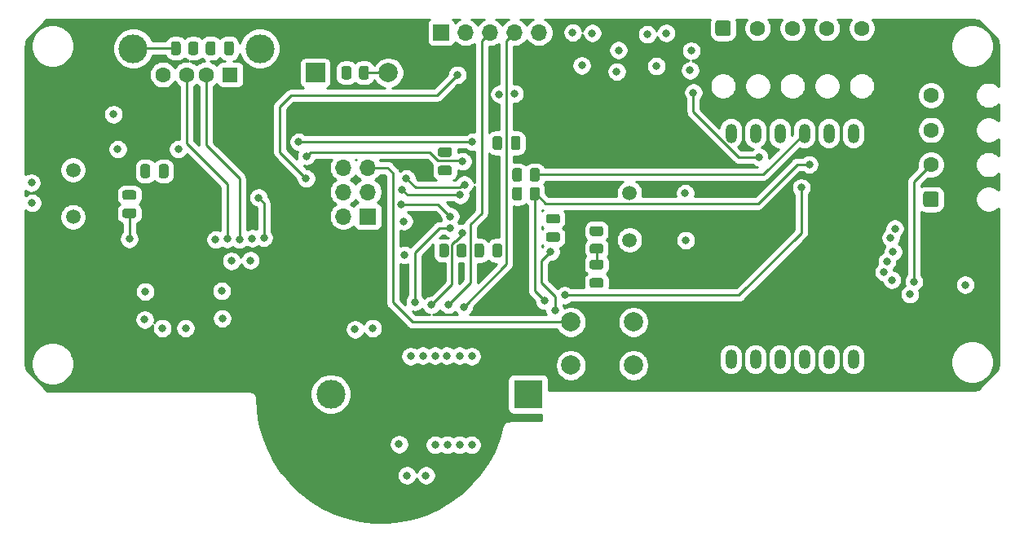
<source format=gbl>
%TF.GenerationSoftware,KiCad,Pcbnew,(5.1.10)-1*%
%TF.CreationDate,2021-12-15T16:43:02+05:30*%
%TF.ProjectId,SPVMD_V2.0,5350564d-445f-4563-922e-302e6b696361,rev?*%
%TF.SameCoordinates,Original*%
%TF.FileFunction,Copper,L4,Bot*%
%TF.FilePolarity,Positive*%
%FSLAX46Y46*%
G04 Gerber Fmt 4.6, Leading zero omitted, Abs format (unit mm)*
G04 Created by KiCad (PCBNEW (5.1.10)-1) date 2021-12-15 16:43:02*
%MOMM*%
%LPD*%
G01*
G04 APERTURE LIST*
%TA.AperFunction,ComponentPad*%
%ADD10O,1.700000X1.700000*%
%TD*%
%TA.AperFunction,ComponentPad*%
%ADD11R,1.700000X1.700000*%
%TD*%
%TA.AperFunction,ComponentPad*%
%ADD12C,3.000000*%
%TD*%
%TA.AperFunction,ComponentPad*%
%ADD13R,3.000000X3.000000*%
%TD*%
%TA.AperFunction,ComponentPad*%
%ADD14R,2.000000X2.000000*%
%TD*%
%TA.AperFunction,ComponentPad*%
%ADD15C,2.000000*%
%TD*%
%TA.AperFunction,ComponentPad*%
%ADD16R,1.600000X1.500000*%
%TD*%
%TA.AperFunction,ComponentPad*%
%ADD17C,1.600000*%
%TD*%
%TA.AperFunction,ComponentPad*%
%ADD18O,1.200000X2.000000*%
%TD*%
%TA.AperFunction,ComponentPad*%
%ADD19C,1.500000*%
%TD*%
%TA.AperFunction,ViaPad*%
%ADD20C,0.800000*%
%TD*%
%TA.AperFunction,Conductor*%
%ADD21C,0.250000*%
%TD*%
%TA.AperFunction,NonConductor*%
%ADD22C,0.254000*%
%TD*%
%TA.AperFunction,NonConductor*%
%ADD23C,0.100000*%
%TD*%
G04 APERTURE END LIST*
%TO.P,C12,1*%
%TO.N,5v*%
%TA.AperFunction,SMDPad,CuDef*%
G36*
G01*
X141892000Y-74049000D02*
X142842000Y-74049000D01*
G75*
G02*
X143092000Y-74299000I0J-250000D01*
G01*
X143092000Y-74799000D01*
G75*
G02*
X142842000Y-75049000I-250000J0D01*
G01*
X141892000Y-75049000D01*
G75*
G02*
X141642000Y-74799000I0J250000D01*
G01*
X141642000Y-74299000D01*
G75*
G02*
X141892000Y-74049000I250000J0D01*
G01*
G37*
%TD.AperFunction*%
%TO.P,C12,2*%
%TO.N,GND*%
%TA.AperFunction,SMDPad,CuDef*%
G36*
G01*
X141892000Y-75949000D02*
X142842000Y-75949000D01*
G75*
G02*
X143092000Y-76199000I0J-250000D01*
G01*
X143092000Y-76699000D01*
G75*
G02*
X142842000Y-76949000I-250000J0D01*
G01*
X141892000Y-76949000D01*
G75*
G02*
X141642000Y-76699000I0J250000D01*
G01*
X141642000Y-76199000D01*
G75*
G02*
X141892000Y-75949000I250000J0D01*
G01*
G37*
%TD.AperFunction*%
%TD*%
%TO.P,C17,2*%
%TO.N,GND*%
%TA.AperFunction,SMDPad,CuDef*%
G36*
G01*
X154081500Y-81973000D02*
X153131500Y-81973000D01*
G75*
G02*
X152881500Y-81723000I0J250000D01*
G01*
X152881500Y-81223000D01*
G75*
G02*
X153131500Y-80973000I250000J0D01*
G01*
X154081500Y-80973000D01*
G75*
G02*
X154331500Y-81223000I0J-250000D01*
G01*
X154331500Y-81723000D01*
G75*
G02*
X154081500Y-81973000I-250000J0D01*
G01*
G37*
%TD.AperFunction*%
%TO.P,C17,1*%
%TO.N,5v*%
%TA.AperFunction,SMDPad,CuDef*%
G36*
G01*
X154081500Y-83873000D02*
X153131500Y-83873000D01*
G75*
G02*
X152881500Y-83623000I0J250000D01*
G01*
X152881500Y-83123000D01*
G75*
G02*
X153131500Y-82873000I250000J0D01*
G01*
X154081500Y-82873000D01*
G75*
G02*
X154331500Y-83123000I0J-250000D01*
G01*
X154331500Y-83623000D01*
G75*
G02*
X154081500Y-83873000I-250000J0D01*
G01*
G37*
%TD.AperFunction*%
%TD*%
%TO.P,C16,2*%
%TO.N,GND*%
%TA.AperFunction,SMDPad,CuDef*%
G36*
G01*
X148328000Y-73121500D02*
X148328000Y-74071500D01*
G75*
G02*
X148078000Y-74321500I-250000J0D01*
G01*
X147578000Y-74321500D01*
G75*
G02*
X147328000Y-74071500I0J250000D01*
G01*
X147328000Y-73121500D01*
G75*
G02*
X147578000Y-72871500I250000J0D01*
G01*
X148078000Y-72871500D01*
G75*
G02*
X148328000Y-73121500I0J-250000D01*
G01*
G37*
%TD.AperFunction*%
%TO.P,C16,1*%
%TO.N,5v*%
%TA.AperFunction,SMDPad,CuDef*%
G36*
G01*
X150228000Y-73121500D02*
X150228000Y-74071500D01*
G75*
G02*
X149978000Y-74321500I-250000J0D01*
G01*
X149478000Y-74321500D01*
G75*
G02*
X149228000Y-74071500I0J250000D01*
G01*
X149228000Y-73121500D01*
G75*
G02*
X149478000Y-72871500I250000J0D01*
G01*
X149978000Y-72871500D01*
G75*
G02*
X150228000Y-73121500I0J-250000D01*
G01*
G37*
%TD.AperFunction*%
%TD*%
D10*
%TO.P,J7,6*%
%TO.N,GND*%
X131826000Y-76136500D03*
%TO.P,J7,5*%
%TO.N,RESET*%
X134366000Y-76136500D03*
%TO.P,J7,4*%
%TO.N,MOSI*%
X131826000Y-78676500D03*
%TO.P,J7,3*%
%TO.N,SCK*%
X134366000Y-78676500D03*
%TO.P,J7,2*%
%TO.N,5v*%
X131826000Y-81216500D03*
D11*
%TO.P,J7,1*%
%TO.N,MISO*%
X134366000Y-81216500D03*
%TD*%
D12*
%TO.P,BT1,2*%
%TO.N,GND*%
X130513000Y-99695000D03*
D13*
%TO.P,BT1,1*%
%TO.N,BAT*%
X151003000Y-99695000D03*
%TD*%
D14*
%TO.P,BZ1,1*%
%TO.N,BUZZER*%
X128905000Y-66294000D03*
D15*
%TO.P,BZ1,2*%
%TO.N,Net-(BZ1-Pad2)*%
X136505000Y-66294000D03*
%TD*%
%TO.P,C4,2*%
%TO.N,GND*%
%TA.AperFunction,SMDPad,CuDef*%
G36*
G01*
X118546500Y-63279000D02*
X118546500Y-64229000D01*
G75*
G02*
X118296500Y-64479000I-250000J0D01*
G01*
X117796500Y-64479000D01*
G75*
G02*
X117546500Y-64229000I0J250000D01*
G01*
X117546500Y-63279000D01*
G75*
G02*
X117796500Y-63029000I250000J0D01*
G01*
X118296500Y-63029000D01*
G75*
G02*
X118546500Y-63279000I0J-250000D01*
G01*
G37*
%TD.AperFunction*%
%TO.P,C4,1*%
%TO.N,5v*%
%TA.AperFunction,SMDPad,CuDef*%
G36*
G01*
X120446500Y-63279000D02*
X120446500Y-64229000D01*
G75*
G02*
X120196500Y-64479000I-250000J0D01*
G01*
X119696500Y-64479000D01*
G75*
G02*
X119446500Y-64229000I0J250000D01*
G01*
X119446500Y-63279000D01*
G75*
G02*
X119696500Y-63029000I250000J0D01*
G01*
X120196500Y-63029000D01*
G75*
G02*
X120446500Y-63279000I0J-250000D01*
G01*
G37*
%TD.AperFunction*%
%TD*%
%TO.P,C5,2*%
%TO.N,3V_IN*%
%TA.AperFunction,SMDPad,CuDef*%
G36*
G01*
X110076000Y-79499000D02*
X109126000Y-79499000D01*
G75*
G02*
X108876000Y-79249000I0J250000D01*
G01*
X108876000Y-78749000D01*
G75*
G02*
X109126000Y-78499000I250000J0D01*
G01*
X110076000Y-78499000D01*
G75*
G02*
X110326000Y-78749000I0J-250000D01*
G01*
X110326000Y-79249000D01*
G75*
G02*
X110076000Y-79499000I-250000J0D01*
G01*
G37*
%TD.AperFunction*%
%TO.P,C5,1*%
%TO.N,Net-(C5-Pad1)*%
%TA.AperFunction,SMDPad,CuDef*%
G36*
G01*
X110076000Y-81399000D02*
X109126000Y-81399000D01*
G75*
G02*
X108876000Y-81149000I0J250000D01*
G01*
X108876000Y-80649000D01*
G75*
G02*
X109126000Y-80399000I250000J0D01*
G01*
X110076000Y-80399000D01*
G75*
G02*
X110326000Y-80649000I0J-250000D01*
G01*
X110326000Y-81149000D01*
G75*
G02*
X110076000Y-81399000I-250000J0D01*
G01*
G37*
%TD.AperFunction*%
%TD*%
%TO.P,C6,1*%
%TO.N,3V_IN*%
%TA.AperFunction,SMDPad,CuDef*%
G36*
G01*
X110757000Y-76992500D02*
X110757000Y-76042500D01*
G75*
G02*
X111007000Y-75792500I250000J0D01*
G01*
X111507000Y-75792500D01*
G75*
G02*
X111757000Y-76042500I0J-250000D01*
G01*
X111757000Y-76992500D01*
G75*
G02*
X111507000Y-77242500I-250000J0D01*
G01*
X111007000Y-77242500D01*
G75*
G02*
X110757000Y-76992500I0J250000D01*
G01*
G37*
%TD.AperFunction*%
%TO.P,C6,2*%
%TO.N,GND*%
%TA.AperFunction,SMDPad,CuDef*%
G36*
G01*
X112657000Y-76992500D02*
X112657000Y-76042500D01*
G75*
G02*
X112907000Y-75792500I250000J0D01*
G01*
X113407000Y-75792500D01*
G75*
G02*
X113657000Y-76042500I0J-250000D01*
G01*
X113657000Y-76992500D01*
G75*
G02*
X113407000Y-77242500I-250000J0D01*
G01*
X112907000Y-77242500D01*
G75*
G02*
X112657000Y-76992500I0J250000D01*
G01*
G37*
%TD.AperFunction*%
%TD*%
%TO.P,C10,1*%
%TO.N,RESET*%
%TA.AperFunction,SMDPad,CuDef*%
G36*
G01*
X157640000Y-85733000D02*
X158590000Y-85733000D01*
G75*
G02*
X158840000Y-85983000I0J-250000D01*
G01*
X158840000Y-86483000D01*
G75*
G02*
X158590000Y-86733000I-250000J0D01*
G01*
X157640000Y-86733000D01*
G75*
G02*
X157390000Y-86483000I0J250000D01*
G01*
X157390000Y-85983000D01*
G75*
G02*
X157640000Y-85733000I250000J0D01*
G01*
G37*
%TD.AperFunction*%
%TO.P,C10,2*%
%TO.N,GND*%
%TA.AperFunction,SMDPad,CuDef*%
G36*
G01*
X157640000Y-87633000D02*
X158590000Y-87633000D01*
G75*
G02*
X158840000Y-87883000I0J-250000D01*
G01*
X158840000Y-88383000D01*
G75*
G02*
X158590000Y-88633000I-250000J0D01*
G01*
X157640000Y-88633000D01*
G75*
G02*
X157390000Y-88383000I0J250000D01*
G01*
X157390000Y-87883000D01*
G75*
G02*
X157640000Y-87633000I250000J0D01*
G01*
G37*
%TD.AperFunction*%
%TD*%
%TO.P,C11,1*%
%TO.N,5v*%
%TA.AperFunction,SMDPad,CuDef*%
G36*
G01*
X145423000Y-85247500D02*
X145423000Y-84297500D01*
G75*
G02*
X145673000Y-84047500I250000J0D01*
G01*
X146173000Y-84047500D01*
G75*
G02*
X146423000Y-84297500I0J-250000D01*
G01*
X146423000Y-85247500D01*
G75*
G02*
X146173000Y-85497500I-250000J0D01*
G01*
X145673000Y-85497500D01*
G75*
G02*
X145423000Y-85247500I0J250000D01*
G01*
G37*
%TD.AperFunction*%
%TO.P,C11,2*%
%TO.N,GND*%
%TA.AperFunction,SMDPad,CuDef*%
G36*
G01*
X147323000Y-85247500D02*
X147323000Y-84297500D01*
G75*
G02*
X147573000Y-84047500I250000J0D01*
G01*
X148073000Y-84047500D01*
G75*
G02*
X148323000Y-84297500I0J-250000D01*
G01*
X148323000Y-85247500D01*
G75*
G02*
X148073000Y-85497500I-250000J0D01*
G01*
X147573000Y-85497500D01*
G75*
G02*
X147323000Y-85247500I0J250000D01*
G01*
G37*
%TD.AperFunction*%
%TD*%
%TO.P,FB1,1*%
%TO.N,5v*%
%TA.AperFunction,SMDPad,CuDef*%
G36*
G01*
X144617500Y-84322499D02*
X144617500Y-85222501D01*
G75*
G02*
X144367501Y-85472500I-249999J0D01*
G01*
X143842499Y-85472500D01*
G75*
G02*
X143592500Y-85222501I0J249999D01*
G01*
X143592500Y-84322499D01*
G75*
G02*
X143842499Y-84072500I249999J0D01*
G01*
X144367501Y-84072500D01*
G75*
G02*
X144617500Y-84322499I0J-249999D01*
G01*
G37*
%TD.AperFunction*%
%TO.P,FB1,2*%
%TO.N,AVCC*%
%TA.AperFunction,SMDPad,CuDef*%
G36*
G01*
X142792500Y-84322499D02*
X142792500Y-85222501D01*
G75*
G02*
X142542501Y-85472500I-249999J0D01*
G01*
X142017499Y-85472500D01*
G75*
G02*
X141767500Y-85222501I0J249999D01*
G01*
X141767500Y-84322499D01*
G75*
G02*
X142017499Y-84072500I249999J0D01*
G01*
X142542501Y-84072500D01*
G75*
G02*
X142792500Y-84322499I0J-249999D01*
G01*
G37*
%TD.AperFunction*%
%TD*%
D12*
%TO.P,J1,5*%
%TO.N,Net-(J1-Pad5)*%
X123148500Y-63774500D03*
X110008500Y-63774500D03*
D16*
%TO.P,J1,1*%
%TO.N,5v*%
X120078500Y-66484500D03*
D17*
%TO.P,J1,2*%
%TO.N,USB_D-*%
X117578500Y-66484500D03*
%TO.P,J1,3*%
%TO.N,USB_D+*%
X115578500Y-66484500D03*
%TO.P,J1,4*%
%TO.N,GND*%
X113078500Y-66484500D03*
%TD*%
%TO.P,J2,1*%
%TO.N,Charge_Indicator*%
%TA.AperFunction,ComponentPad*%
G36*
G01*
X170459500Y-62208500D02*
X170459500Y-61108500D01*
G75*
G02*
X170709500Y-60858500I250000J0D01*
G01*
X171809500Y-60858500D01*
G75*
G02*
X172059500Y-61108500I0J-250000D01*
G01*
X172059500Y-62208500D01*
G75*
G02*
X171809500Y-62458500I-250000J0D01*
G01*
X170709500Y-62458500D01*
G75*
G02*
X170459500Y-62208500I0J250000D01*
G01*
G37*
%TD.AperFunction*%
%TO.P,J2,2*%
%TO.N,Battery_Indicator*%
X174859500Y-61658500D03*
%TO.P,J2,3*%
%TO.N,5v_IN*%
X178459500Y-61658500D03*
%TO.P,J2,4*%
%TO.N,3v_IN*%
X182059500Y-61658500D03*
%TO.P,J2,5*%
%TO.N,GND*%
X185659500Y-61658500D03*
%TD*%
D11*
%TO.P,J8,1*%
%TO.N,GND*%
X141986000Y-62103000D03*
D10*
%TO.P,J8,2*%
%TO.N,5v*%
X144526000Y-62103000D03*
%TO.P,J8,3*%
%TO.N,RXD_0*%
X147066000Y-62103000D03*
%TO.P,J8,4*%
%TO.N,RXD_0_prg*%
X149606000Y-62103000D03*
%TO.P,J8,5*%
%TO.N,RESET*%
X152146000Y-62103000D03*
%TD*%
%TO.P,J9,1*%
%TO.N,5v*%
%TA.AperFunction,ComponentPad*%
G36*
G01*
X193399500Y-80238500D02*
X192299500Y-80238500D01*
G75*
G02*
X192049500Y-79988500I0J250000D01*
G01*
X192049500Y-78888500D01*
G75*
G02*
X192299500Y-78638500I250000J0D01*
G01*
X193399500Y-78638500D01*
G75*
G02*
X193649500Y-78888500I0J-250000D01*
G01*
X193649500Y-79988500D01*
G75*
G02*
X193399500Y-80238500I-250000J0D01*
G01*
G37*
%TD.AperFunction*%
D17*
%TO.P,J9,2*%
%TO.N,SCL*%
X192849500Y-75838500D03*
%TO.P,J9,3*%
%TO.N,SDA*%
X192849500Y-72238500D03*
%TO.P,J9,4*%
%TO.N,GND*%
X192849500Y-68638500D03*
%TD*%
D18*
%TO.P,Module1,6*%
%TO.N,Net-(Module1-Pad6)*%
X172085000Y-72578000D03*
%TO.P,Module1,7*%
%TO.N,Net-(Module1-Pad7)*%
X172085000Y-96078000D03*
%TO.P,Module1,5*%
%TO.N,Net-(Module1-Pad5)*%
X174625000Y-72578000D03*
%TO.P,Module1,8*%
%TO.N,Net-(Module1-Pad8)*%
X174625000Y-96078000D03*
%TO.P,Module1,4*%
%TO.N,SCL*%
X177165000Y-72578000D03*
%TO.P,Module1,9*%
%TO.N,Net-(Module1-Pad9)*%
X177165000Y-96078000D03*
%TO.P,Module1,3*%
%TO.N,SDA*%
X179705000Y-72578000D03*
%TO.P,Module1,10*%
%TO.N,Net-(Module1-Pad10)*%
X179705000Y-96078000D03*
%TO.P,Module1,2*%
%TO.N,3V_IN*%
X182245000Y-72578000D03*
%TO.P,Module1,11*%
%TO.N,Net-(Module1-Pad11)*%
X182245000Y-96078000D03*
%TO.P,Module1,1*%
%TO.N,GND*%
X184785000Y-72578000D03*
%TO.P,Module1,12*%
%TO.N,Net-(Module1-Pad12)*%
X184785000Y-96078000D03*
%TD*%
%TO.P,R1,1*%
%TO.N,GND*%
%TA.AperFunction,SMDPad,CuDef*%
G36*
G01*
X116764500Y-63303999D02*
X116764500Y-64204001D01*
G75*
G02*
X116514501Y-64454000I-249999J0D01*
G01*
X115989499Y-64454000D01*
G75*
G02*
X115739500Y-64204001I0J249999D01*
G01*
X115739500Y-63303999D01*
G75*
G02*
X115989499Y-63054000I249999J0D01*
G01*
X116514501Y-63054000D01*
G75*
G02*
X116764500Y-63303999I0J-249999D01*
G01*
G37*
%TD.AperFunction*%
%TO.P,R1,2*%
%TO.N,Net-(J1-Pad5)*%
%TA.AperFunction,SMDPad,CuDef*%
G36*
G01*
X114939500Y-63303999D02*
X114939500Y-64204001D01*
G75*
G02*
X114689501Y-64454000I-249999J0D01*
G01*
X114164499Y-64454000D01*
G75*
G02*
X113914500Y-64204001I0J249999D01*
G01*
X113914500Y-63303999D01*
G75*
G02*
X114164499Y-63054000I249999J0D01*
G01*
X114689501Y-63054000D01*
G75*
G02*
X114939500Y-63303999I0J-249999D01*
G01*
G37*
%TD.AperFunction*%
%TD*%
%TO.P,R3,1*%
%TO.N,5v*%
%TA.AperFunction,SMDPad,CuDef*%
G36*
G01*
X157664999Y-82244500D02*
X158565001Y-82244500D01*
G75*
G02*
X158815000Y-82494499I0J-249999D01*
G01*
X158815000Y-83019501D01*
G75*
G02*
X158565001Y-83269500I-249999J0D01*
G01*
X157664999Y-83269500D01*
G75*
G02*
X157415000Y-83019501I0J249999D01*
G01*
X157415000Y-82494499D01*
G75*
G02*
X157664999Y-82244500I249999J0D01*
G01*
G37*
%TD.AperFunction*%
%TO.P,R3,2*%
%TO.N,RESET*%
%TA.AperFunction,SMDPad,CuDef*%
G36*
G01*
X157664999Y-84069500D02*
X158565001Y-84069500D01*
G75*
G02*
X158815000Y-84319499I0J-249999D01*
G01*
X158815000Y-84844501D01*
G75*
G02*
X158565001Y-85094500I-249999J0D01*
G01*
X157664999Y-85094500D01*
G75*
G02*
X157415000Y-84844501I0J249999D01*
G01*
X157415000Y-84319499D01*
G75*
G02*
X157664999Y-84069500I249999J0D01*
G01*
G37*
%TD.AperFunction*%
%TD*%
%TO.P,R8,2*%
%TO.N,SCL*%
%TA.AperFunction,SMDPad,CuDef*%
G36*
G01*
X151189000Y-79317001D02*
X151189000Y-78416999D01*
G75*
G02*
X151438999Y-78167000I249999J0D01*
G01*
X151964001Y-78167000D01*
G75*
G02*
X152214000Y-78416999I0J-249999D01*
G01*
X152214000Y-79317001D01*
G75*
G02*
X151964001Y-79567000I-249999J0D01*
G01*
X151438999Y-79567000D01*
G75*
G02*
X151189000Y-79317001I0J249999D01*
G01*
G37*
%TD.AperFunction*%
%TO.P,R8,1*%
%TO.N,5v*%
%TA.AperFunction,SMDPad,CuDef*%
G36*
G01*
X149364000Y-79317001D02*
X149364000Y-78416999D01*
G75*
G02*
X149613999Y-78167000I249999J0D01*
G01*
X150139001Y-78167000D01*
G75*
G02*
X150389000Y-78416999I0J-249999D01*
G01*
X150389000Y-79317001D01*
G75*
G02*
X150139001Y-79567000I-249999J0D01*
G01*
X149613999Y-79567000D01*
G75*
G02*
X149364000Y-79317001I0J249999D01*
G01*
G37*
%TD.AperFunction*%
%TD*%
%TO.P,R9,1*%
%TO.N,5v*%
%TA.AperFunction,SMDPad,CuDef*%
G36*
G01*
X149364000Y-77348501D02*
X149364000Y-76448499D01*
G75*
G02*
X149613999Y-76198500I249999J0D01*
G01*
X150139001Y-76198500D01*
G75*
G02*
X150389000Y-76448499I0J-249999D01*
G01*
X150389000Y-77348501D01*
G75*
G02*
X150139001Y-77598500I-249999J0D01*
G01*
X149613999Y-77598500D01*
G75*
G02*
X149364000Y-77348501I0J249999D01*
G01*
G37*
%TD.AperFunction*%
%TO.P,R9,2*%
%TO.N,SDA*%
%TA.AperFunction,SMDPad,CuDef*%
G36*
G01*
X151189000Y-77348501D02*
X151189000Y-76448499D01*
G75*
G02*
X151438999Y-76198500I249999J0D01*
G01*
X151964001Y-76198500D01*
G75*
G02*
X152214000Y-76448499I0J-249999D01*
G01*
X152214000Y-77348501D01*
G75*
G02*
X151964001Y-77598500I-249999J0D01*
G01*
X151438999Y-77598500D01*
G75*
G02*
X151189000Y-77348501I0J249999D01*
G01*
G37*
%TD.AperFunction*%
%TD*%
%TO.P,R10,2*%
%TO.N,GND*%
%TA.AperFunction,SMDPad,CuDef*%
G36*
G01*
X132656000Y-65843999D02*
X132656000Y-66744001D01*
G75*
G02*
X132406001Y-66994000I-249999J0D01*
G01*
X131880999Y-66994000D01*
G75*
G02*
X131631000Y-66744001I0J249999D01*
G01*
X131631000Y-65843999D01*
G75*
G02*
X131880999Y-65594000I249999J0D01*
G01*
X132406001Y-65594000D01*
G75*
G02*
X132656000Y-65843999I0J-249999D01*
G01*
G37*
%TD.AperFunction*%
%TO.P,R10,1*%
%TO.N,Net-(BZ1-Pad2)*%
%TA.AperFunction,SMDPad,CuDef*%
G36*
G01*
X134481000Y-65843999D02*
X134481000Y-66744001D01*
G75*
G02*
X134231001Y-66994000I-249999J0D01*
G01*
X133705999Y-66994000D01*
G75*
G02*
X133456000Y-66744001I0J249999D01*
G01*
X133456000Y-65843999D01*
G75*
G02*
X133705999Y-65594000I249999J0D01*
G01*
X134231001Y-65594000D01*
G75*
G02*
X134481000Y-65843999I0J-249999D01*
G01*
G37*
%TD.AperFunction*%
%TD*%
D15*
%TO.P,SW1,2*%
%TO.N,GND*%
X155448000Y-96702000D03*
%TO.P,SW1,1*%
%TO.N,RESET*%
X155448000Y-92202000D03*
%TO.P,SW1,2*%
%TO.N,GND*%
X161948000Y-96702000D03*
%TO.P,SW1,1*%
%TO.N,RESET*%
X161948000Y-92202000D03*
%TD*%
D19*
%TO.P,Y1,2*%
%TO.N,XO*%
X103759000Y-81270500D03*
%TO.P,Y1,1*%
%TO.N,XI*%
X103759000Y-76390500D03*
%TD*%
%TO.P,Y2,1*%
%TO.N,XTAL_1*%
X161544000Y-78803500D03*
%TO.P,Y2,2*%
%TO.N,XTAL_2*%
X161544000Y-83683500D03*
%TD*%
D20*
%TO.N,XI*%
X123571000Y-83439000D03*
%TO.N,GND*%
X167386000Y-83693000D03*
X167322500Y-78803500D03*
%TO.N,5v*%
X158051500Y-82740500D03*
%TO.N,GND*%
X158051500Y-88138000D03*
%TO.N,RESET*%
X158051500Y-84645500D03*
%TO.N,3V_IN*%
X107950000Y-70612000D03*
%TO.N,GND*%
X113157000Y-76454000D03*
%TO.N,3V_IN*%
X111252000Y-76454000D03*
X109664500Y-78994000D03*
%TO.N,Net-(C5-Pad1)*%
X109601000Y-83566000D03*
%TO.N,BAT*%
X138811000Y-95758000D03*
%TO.N,GND*%
X116332000Y-63690500D03*
X118046500Y-63754000D03*
%TO.N,USB_D-*%
X121031000Y-83629500D03*
%TO.N,USB_D+*%
X119761000Y-83566000D03*
%TO.N,GND*%
X132143500Y-66230500D03*
X99504500Y-79819500D03*
X99441000Y-77724000D03*
X140398500Y-108140500D03*
%TO.N,BAT*%
X133032500Y-92964000D03*
%TO.N,GND*%
X122174000Y-85788500D03*
X138112500Y-81724500D03*
X147891500Y-84772500D03*
X142367000Y-76454000D03*
X153606500Y-81470500D03*
X147828000Y-73660000D03*
X157670500Y-62166500D03*
X122364500Y-83502500D03*
X114681000Y-74231500D03*
X141351000Y-104965500D03*
X142621000Y-104965500D03*
X143891000Y-104965500D03*
X145161000Y-104965500D03*
X145161000Y-95758000D03*
X143891000Y-95694500D03*
X142557500Y-95694500D03*
X141351000Y-95694500D03*
X140081000Y-95694500D03*
X165354000Y-62166500D03*
X148018500Y-68516500D03*
X138176000Y-85217000D03*
X196405500Y-88328500D03*
X134874000Y-92837000D03*
%TO.N,XI*%
X123031250Y-79279750D03*
%TO.N,5v*%
X138430000Y-108140500D03*
X137604500Y-104902000D03*
X113030000Y-92837000D03*
X115443000Y-92837000D03*
X149923500Y-78867000D03*
X149923500Y-76898500D03*
X144208500Y-84772500D03*
X145986500Y-84772500D03*
X142367000Y-74549000D03*
X153543000Y-83375500D03*
X149733000Y-73596500D03*
X155638500Y-62103000D03*
X149606000Y-68453000D03*
X190663000Y-89308500D03*
X120078500Y-63754000D03*
%TO.N,AVCC*%
X142367000Y-84772500D03*
%TO.N,Net-(F1-Pad1)*%
X156591000Y-65532000D03*
X160210500Y-66167000D03*
%TO.N,5v_IN*%
X160401000Y-63944500D03*
%TO.N,3v_IN*%
X167957500Y-64008000D03*
%TO.N,Net-(F2-Pad1)*%
X167830500Y-66040000D03*
X164338000Y-65595500D03*
%TO.N,Charge_Indicator*%
X142938500Y-82423000D03*
X139255500Y-90106500D03*
X127952500Y-77279500D03*
X143668750Y-66516250D03*
%TO.N,Battery_Indicator*%
X144208500Y-82931000D03*
X140970000Y-90424000D03*
X168170000Y-68348000D03*
X175006000Y-75057000D03*
X179387500Y-78232000D03*
X154813000Y-89408000D03*
%TO.N,3V_IN*%
X120205500Y-85852000D03*
X108394500Y-74231500D03*
X118554500Y-83629500D03*
X111252000Y-89027000D03*
X119189500Y-88963500D03*
X163385500Y-62293500D03*
X119253000Y-91821000D03*
X111188500Y-91948000D03*
%TO.N,SCL*%
X151701500Y-78740000D03*
X191071500Y-88011000D03*
X180213000Y-75819000D03*
X152717500Y-89979500D03*
%TO.N,SDA*%
X151701500Y-76835000D03*
X153797000Y-90995500D03*
X153352500Y-84899500D03*
%TO.N,UP*%
X188785500Y-87820500D03*
%TO.N,DOWN*%
X187960000Y-86995000D03*
%TO.N,LEFT*%
X188277500Y-85915500D03*
%TO.N,RIGHT*%
X188912500Y-84899500D03*
%TO.N,BACK*%
X188658500Y-83439000D03*
%TO.N,SELECT*%
X189103000Y-82486500D03*
%TO.N,MISO*%
X142938500Y-81216500D03*
X137858500Y-79946500D03*
%TO.N,SCK*%
X143954500Y-78994000D03*
X137922000Y-78422500D03*
%TO.N,MOSI*%
X144399000Y-77914500D03*
X138366500Y-77279500D03*
%TO.N,RXD_0*%
X142716250Y-90392250D03*
%TO.N,HV_TXD_1*%
X145224500Y-73469500D03*
X127190500Y-73469500D03*
%TO.N,HV_RXD_1*%
X144208500Y-75501500D03*
X127984250Y-74961750D03*
%TO.N,RXD_0_prg*%
X144335500Y-90614500D03*
%TD*%
D21*
%TO.N,Net-(BZ1-Pad2)*%
X133968500Y-66294000D02*
X136505000Y-66294000D01*
%TO.N,XI*%
X123571000Y-79819500D02*
X123031250Y-79279750D01*
X123571000Y-83439000D02*
X123571000Y-79819500D01*
%TO.N,Net-(C5-Pad1)*%
X109601000Y-80899000D02*
X109601000Y-83566000D01*
%TO.N,RESET*%
X158115000Y-84709000D02*
X158051500Y-84645500D01*
X158115000Y-86233000D02*
X158115000Y-84709000D01*
X134366000Y-76136500D02*
X136398000Y-76136500D01*
X136398000Y-76136500D02*
X136969500Y-76708000D01*
X136969500Y-76708000D02*
X136969500Y-90170000D01*
X139001500Y-92202000D02*
X155448000Y-92202000D01*
X136969500Y-90170000D02*
X139001500Y-92202000D01*
%TO.N,Net-(J1-Pad5)*%
X110029000Y-63754000D02*
X110008500Y-63774500D01*
X114427000Y-63754000D02*
X110029000Y-63754000D01*
%TO.N,USB_D-*%
X121031000Y-83629500D02*
X121031000Y-77279500D01*
X117578500Y-73827000D02*
X117578500Y-66484500D01*
X121031000Y-77279500D02*
X117578500Y-73827000D01*
%TO.N,USB_D+*%
X119761000Y-83566000D02*
X119761000Y-77851000D01*
X115578500Y-73668500D02*
X115578500Y-66484500D01*
X119761000Y-77851000D02*
X115578500Y-73668500D01*
%TO.N,Charge_Indicator*%
X142938500Y-82423000D02*
X141795500Y-82423000D01*
X141795500Y-82423000D02*
X139255500Y-84963000D01*
X139255500Y-84963000D02*
X139255500Y-90106500D01*
X139255500Y-90106500D02*
X139255500Y-90106500D01*
X127952500Y-77279500D02*
X125222000Y-74549000D01*
X125222000Y-74549000D02*
X125222000Y-69786500D01*
X125222000Y-69786500D02*
X126365000Y-68643500D01*
X126365000Y-68643500D02*
X141541500Y-68643500D01*
X141541500Y-68643500D02*
X143668750Y-66516250D01*
X143668750Y-66516250D02*
X143700500Y-66484500D01*
%TO.N,Battery_Indicator*%
X143117510Y-84143175D02*
X143117510Y-88276490D01*
X143446500Y-83814185D02*
X143117510Y-84143175D01*
X143117510Y-88276490D02*
X140970000Y-90424000D01*
X140970000Y-90424000D02*
X140970000Y-90424000D01*
X168170000Y-70371161D02*
X172855839Y-75057000D01*
X168170000Y-68348000D02*
X168170000Y-70371161D01*
X172855839Y-75057000D02*
X175006000Y-75057000D01*
X175006000Y-75057000D02*
X175006000Y-75057000D01*
X179387500Y-78232000D02*
X179387500Y-82931000D01*
X179387500Y-82931000D02*
X172910500Y-89408000D01*
X172910500Y-89408000D02*
X154813000Y-89408000D01*
X154813000Y-89408000D02*
X154813000Y-89408000D01*
X144208500Y-83143310D02*
X144208500Y-82931000D01*
X143537625Y-83814185D02*
X144208500Y-83143310D01*
X143446500Y-83814185D02*
X143537625Y-83814185D01*
%TO.N,SCL*%
X191071500Y-77616500D02*
X192849500Y-75838500D01*
X191071500Y-88011000D02*
X191071500Y-77616500D01*
X152840001Y-79878501D02*
X174883499Y-79878501D01*
X151701500Y-78740000D02*
X152840001Y-79878501D01*
X174883499Y-79878501D02*
X177419000Y-77343000D01*
X177419000Y-77343000D02*
X178943000Y-75819000D01*
X178943000Y-75819000D02*
X180213000Y-75819000D01*
X180213000Y-75819000D02*
X180213000Y-75819000D01*
X151701500Y-88963500D02*
X151701500Y-78867000D01*
X152717500Y-89979500D02*
X151701500Y-88963500D01*
%TO.N,SDA*%
X175448000Y-76835000D02*
X179705000Y-72578000D01*
X151701500Y-76835000D02*
X175448000Y-76835000D01*
X153797000Y-90995500D02*
X153797000Y-89535000D01*
X152400000Y-88138000D02*
X152400000Y-85852000D01*
X153797000Y-89535000D02*
X152400000Y-88138000D01*
X152400000Y-85852000D02*
X153352500Y-84899500D01*
X153352500Y-84899500D02*
X153352500Y-84899500D01*
%TO.N,MISO*%
X142938500Y-81216500D02*
X141668500Y-79946500D01*
X141668500Y-79946500D02*
X137858500Y-79946500D01*
X137858500Y-79946500D02*
X137858500Y-79946500D01*
%TO.N,SCK*%
X143954500Y-78994000D02*
X138493500Y-78994000D01*
X138493500Y-78994000D02*
X137922000Y-78422500D01*
X137922000Y-78422500D02*
X137922000Y-78422500D01*
%TO.N,MOSI*%
X139319000Y-78232000D02*
X138366500Y-77279500D01*
X138366500Y-77279500D02*
X138366500Y-77279500D01*
X143891000Y-78232000D02*
X144399000Y-77724000D01*
X139319000Y-78232000D02*
X143891000Y-78232000D01*
%TO.N,RXD_0*%
X147066000Y-62103000D02*
X146177000Y-62992000D01*
X145029510Y-82046490D02*
X145029510Y-88078990D01*
X146177000Y-80899000D02*
X145029510Y-82046490D01*
X146177000Y-62992000D02*
X146177000Y-80899000D01*
X145029510Y-88078990D02*
X142716250Y-90392250D01*
X142716250Y-90392250D02*
X142621000Y-90487500D01*
%TO.N,HV_TXD_1*%
X145224500Y-73469500D02*
X145224500Y-73469500D01*
X127190500Y-73469500D02*
X145415000Y-73469500D01*
%TO.N,HV_RXD_1*%
X127984250Y-74961750D02*
X128397000Y-74549000D01*
X140828810Y-74549000D02*
X141653820Y-75374010D01*
X128397000Y-74549000D02*
X140828810Y-74549000D01*
X144081010Y-75374010D02*
X144208500Y-75501500D01*
X141653820Y-75374010D02*
X144081010Y-75374010D01*
%TO.N,RXD_0_prg*%
X148743501Y-86206499D02*
X144335500Y-90614500D01*
X148743501Y-62965499D02*
X148743501Y-86206499D01*
X149606000Y-62103000D02*
X148743501Y-62965499D01*
%TD*%
D22*
X140684815Y-60801815D02*
X140605463Y-60898506D01*
X140546498Y-61008820D01*
X140510188Y-61128518D01*
X140497928Y-61253000D01*
X140497928Y-62953000D01*
X140510188Y-63077482D01*
X140546498Y-63197180D01*
X140605463Y-63307494D01*
X140684815Y-63404185D01*
X140781506Y-63483537D01*
X140891820Y-63542502D01*
X141011518Y-63578812D01*
X141136000Y-63591072D01*
X142836000Y-63591072D01*
X142960482Y-63578812D01*
X143080180Y-63542502D01*
X143190494Y-63483537D01*
X143287185Y-63404185D01*
X143366537Y-63307494D01*
X143425502Y-63197180D01*
X143447513Y-63124620D01*
X143579368Y-63256475D01*
X143822589Y-63418990D01*
X144092842Y-63530932D01*
X144379740Y-63588000D01*
X144672260Y-63588000D01*
X144959158Y-63530932D01*
X145229411Y-63418990D01*
X145417000Y-63293647D01*
X145417001Y-72452514D01*
X145326439Y-72434500D01*
X145122561Y-72434500D01*
X144922602Y-72474274D01*
X144734244Y-72552295D01*
X144564726Y-72665563D01*
X144520789Y-72709500D01*
X127894211Y-72709500D01*
X127850274Y-72665563D01*
X127680756Y-72552295D01*
X127492398Y-72474274D01*
X127292439Y-72434500D01*
X127088561Y-72434500D01*
X126888602Y-72474274D01*
X126700244Y-72552295D01*
X126530726Y-72665563D01*
X126386563Y-72809726D01*
X126273295Y-72979244D01*
X126195274Y-73167602D01*
X126155500Y-73367561D01*
X126155500Y-73571439D01*
X126195274Y-73771398D01*
X126273295Y-73959756D01*
X126386563Y-74129274D01*
X126530726Y-74273437D01*
X126700244Y-74386705D01*
X126888602Y-74464726D01*
X127056052Y-74498034D01*
X126989024Y-74659852D01*
X126949250Y-74859811D01*
X126949250Y-75063689D01*
X126983456Y-75235654D01*
X125982000Y-74234199D01*
X125982000Y-70101301D01*
X126679802Y-69403500D01*
X141504178Y-69403500D01*
X141541500Y-69407176D01*
X141578822Y-69403500D01*
X141578833Y-69403500D01*
X141690486Y-69392503D01*
X141833747Y-69349046D01*
X141965776Y-69278474D01*
X142081501Y-69183501D01*
X142105304Y-69154497D01*
X143708552Y-67551250D01*
X143770689Y-67551250D01*
X143970648Y-67511476D01*
X144159006Y-67433455D01*
X144328524Y-67320187D01*
X144472687Y-67176024D01*
X144585955Y-67006506D01*
X144663976Y-66818148D01*
X144703750Y-66618189D01*
X144703750Y-66414311D01*
X144663976Y-66214352D01*
X144585955Y-66025994D01*
X144472687Y-65856476D01*
X144328524Y-65712313D01*
X144159006Y-65599045D01*
X143970648Y-65521024D01*
X143770689Y-65481250D01*
X143566811Y-65481250D01*
X143366852Y-65521024D01*
X143178494Y-65599045D01*
X143008976Y-65712313D01*
X142864813Y-65856476D01*
X142751545Y-66025994D01*
X142673524Y-66214352D01*
X142633750Y-66414311D01*
X142633750Y-66476448D01*
X141226699Y-67883500D01*
X136894778Y-67883500D01*
X136981912Y-67866168D01*
X137279463Y-67742918D01*
X137547252Y-67563987D01*
X137774987Y-67336252D01*
X137953918Y-67068463D01*
X138077168Y-66770912D01*
X138140000Y-66455033D01*
X138140000Y-66132967D01*
X138077168Y-65817088D01*
X137953918Y-65519537D01*
X137774987Y-65251748D01*
X137547252Y-65024013D01*
X137279463Y-64845082D01*
X136981912Y-64721832D01*
X136666033Y-64659000D01*
X136343967Y-64659000D01*
X136028088Y-64721832D01*
X135730537Y-64845082D01*
X135462748Y-65024013D01*
X135235013Y-65251748D01*
X135056122Y-65519477D01*
X135051472Y-65504149D01*
X134969405Y-65350613D01*
X134858962Y-65216038D01*
X134724387Y-65105595D01*
X134570851Y-65023528D01*
X134404255Y-64972992D01*
X134231001Y-64955928D01*
X133705999Y-64955928D01*
X133532745Y-64972992D01*
X133366149Y-65023528D01*
X133212613Y-65105595D01*
X133078038Y-65216038D01*
X133056000Y-65242891D01*
X133033962Y-65216038D01*
X132899387Y-65105595D01*
X132745851Y-65023528D01*
X132579255Y-64972992D01*
X132406001Y-64955928D01*
X131880999Y-64955928D01*
X131707745Y-64972992D01*
X131541149Y-65023528D01*
X131387613Y-65105595D01*
X131253038Y-65216038D01*
X131142595Y-65350613D01*
X131060528Y-65504149D01*
X131009992Y-65670745D01*
X130992928Y-65843999D01*
X130992928Y-66744001D01*
X131009992Y-66917255D01*
X131060528Y-67083851D01*
X131142595Y-67237387D01*
X131253038Y-67371962D01*
X131387613Y-67482405D01*
X131541149Y-67564472D01*
X131707745Y-67615008D01*
X131880999Y-67632072D01*
X132406001Y-67632072D01*
X132579255Y-67615008D01*
X132745851Y-67564472D01*
X132899387Y-67482405D01*
X133033962Y-67371962D01*
X133056000Y-67345109D01*
X133078038Y-67371962D01*
X133212613Y-67482405D01*
X133366149Y-67564472D01*
X133532745Y-67615008D01*
X133705999Y-67632072D01*
X134231001Y-67632072D01*
X134404255Y-67615008D01*
X134570851Y-67564472D01*
X134724387Y-67482405D01*
X134858962Y-67371962D01*
X134969405Y-67237387D01*
X135051472Y-67083851D01*
X135056122Y-67068523D01*
X135235013Y-67336252D01*
X135462748Y-67563987D01*
X135730537Y-67742918D01*
X136028088Y-67866168D01*
X136115222Y-67883500D01*
X130149184Y-67883500D01*
X130259494Y-67824537D01*
X130356185Y-67745185D01*
X130435537Y-67648494D01*
X130494502Y-67538180D01*
X130530812Y-67418482D01*
X130543072Y-67294000D01*
X130543072Y-65294000D01*
X130530812Y-65169518D01*
X130494502Y-65049820D01*
X130435537Y-64939506D01*
X130356185Y-64842815D01*
X130259494Y-64763463D01*
X130149180Y-64704498D01*
X130029482Y-64668188D01*
X129905000Y-64655928D01*
X127905000Y-64655928D01*
X127780518Y-64668188D01*
X127660820Y-64704498D01*
X127550506Y-64763463D01*
X127453815Y-64842815D01*
X127374463Y-64939506D01*
X127315498Y-65049820D01*
X127279188Y-65169518D01*
X127266928Y-65294000D01*
X127266928Y-67294000D01*
X127279188Y-67418482D01*
X127315498Y-67538180D01*
X127374463Y-67648494D01*
X127453815Y-67745185D01*
X127550506Y-67824537D01*
X127660816Y-67883500D01*
X126402322Y-67883500D01*
X126364999Y-67879824D01*
X126327676Y-67883500D01*
X126327667Y-67883500D01*
X126216014Y-67894497D01*
X126119661Y-67923725D01*
X126072753Y-67937954D01*
X125940723Y-68008526D01*
X125883176Y-68055754D01*
X125824999Y-68103499D01*
X125801201Y-68132497D01*
X124710998Y-69222701D01*
X124682000Y-69246499D01*
X124658202Y-69275497D01*
X124658201Y-69275498D01*
X124587026Y-69362224D01*
X124516454Y-69494254D01*
X124472998Y-69637515D01*
X124458324Y-69786500D01*
X124462001Y-69823832D01*
X124462000Y-74511677D01*
X124458324Y-74549000D01*
X124462000Y-74586322D01*
X124462000Y-74586332D01*
X124472997Y-74697985D01*
X124493251Y-74764753D01*
X124516454Y-74841246D01*
X124587026Y-74973276D01*
X124601160Y-74990498D01*
X124681999Y-75089001D01*
X124711003Y-75112804D01*
X126917500Y-77319302D01*
X126917500Y-77381439D01*
X126957274Y-77581398D01*
X127035295Y-77769756D01*
X127148563Y-77939274D01*
X127292726Y-78083437D01*
X127462244Y-78196705D01*
X127650602Y-78274726D01*
X127850561Y-78314500D01*
X128054439Y-78314500D01*
X128254398Y-78274726D01*
X128442756Y-78196705D01*
X128612274Y-78083437D01*
X128756437Y-77939274D01*
X128869705Y-77769756D01*
X128947726Y-77581398D01*
X128987500Y-77381439D01*
X128987500Y-77177561D01*
X128947726Y-76977602D01*
X128869705Y-76789244D01*
X128756437Y-76619726D01*
X128612274Y-76475563D01*
X128442756Y-76362295D01*
X128254398Y-76284274D01*
X128054439Y-76244500D01*
X127992302Y-76244500D01*
X127710346Y-75962544D01*
X127882311Y-75996750D01*
X128086189Y-75996750D01*
X128286148Y-75956976D01*
X128474506Y-75878955D01*
X128644024Y-75765687D01*
X128788187Y-75621524D01*
X128901455Y-75452006D01*
X128960690Y-75309000D01*
X130592924Y-75309000D01*
X130510010Y-75433089D01*
X130398068Y-75703342D01*
X130341000Y-75990240D01*
X130341000Y-76282760D01*
X130398068Y-76569658D01*
X130510010Y-76839911D01*
X130672525Y-77083132D01*
X130879368Y-77289975D01*
X131053760Y-77406500D01*
X130879368Y-77523025D01*
X130672525Y-77729868D01*
X130510010Y-77973089D01*
X130398068Y-78243342D01*
X130341000Y-78530240D01*
X130341000Y-78822760D01*
X130398068Y-79109658D01*
X130510010Y-79379911D01*
X130672525Y-79623132D01*
X130879368Y-79829975D01*
X131053760Y-79946500D01*
X130879368Y-80063025D01*
X130672525Y-80269868D01*
X130510010Y-80513089D01*
X130398068Y-80783342D01*
X130341000Y-81070240D01*
X130341000Y-81362760D01*
X130398068Y-81649658D01*
X130510010Y-81919911D01*
X130672525Y-82163132D01*
X130879368Y-82369975D01*
X131122589Y-82532490D01*
X131392842Y-82644432D01*
X131679740Y-82701500D01*
X131972260Y-82701500D01*
X132259158Y-82644432D01*
X132529411Y-82532490D01*
X132772632Y-82369975D01*
X132904487Y-82238120D01*
X132926498Y-82310680D01*
X132985463Y-82420994D01*
X133064815Y-82517685D01*
X133161506Y-82597037D01*
X133271820Y-82656002D01*
X133391518Y-82692312D01*
X133516000Y-82704572D01*
X135216000Y-82704572D01*
X135340482Y-82692312D01*
X135460180Y-82656002D01*
X135570494Y-82597037D01*
X135667185Y-82517685D01*
X135746537Y-82420994D01*
X135805502Y-82310680D01*
X135841812Y-82190982D01*
X135854072Y-82066500D01*
X135854072Y-80366500D01*
X135841812Y-80242018D01*
X135805502Y-80122320D01*
X135746537Y-80012006D01*
X135667185Y-79915315D01*
X135570494Y-79835963D01*
X135460180Y-79776998D01*
X135387620Y-79754987D01*
X135519475Y-79623132D01*
X135681990Y-79379911D01*
X135793932Y-79109658D01*
X135851000Y-78822760D01*
X135851000Y-78530240D01*
X135793932Y-78243342D01*
X135681990Y-77973089D01*
X135519475Y-77729868D01*
X135312632Y-77523025D01*
X135138240Y-77406500D01*
X135312632Y-77289975D01*
X135519475Y-77083132D01*
X135644178Y-76896500D01*
X136083199Y-76896500D01*
X136209500Y-77022802D01*
X136209501Y-90132668D01*
X136205824Y-90170000D01*
X136209501Y-90207333D01*
X136220498Y-90318986D01*
X136225576Y-90335726D01*
X136263954Y-90462246D01*
X136334526Y-90594276D01*
X136405701Y-90681002D01*
X136429500Y-90710001D01*
X136458498Y-90733799D01*
X138437701Y-92713003D01*
X138461499Y-92742001D01*
X138490497Y-92765799D01*
X138577223Y-92836974D01*
X138709253Y-92907546D01*
X138852514Y-92951003D01*
X138964167Y-92962000D01*
X138964177Y-92962000D01*
X139001500Y-92965676D01*
X139038823Y-92962000D01*
X153993091Y-92962000D01*
X153999082Y-92976463D01*
X154178013Y-93244252D01*
X154405748Y-93471987D01*
X154673537Y-93650918D01*
X154971088Y-93774168D01*
X155286967Y-93837000D01*
X155609033Y-93837000D01*
X155924912Y-93774168D01*
X156222463Y-93650918D01*
X156490252Y-93471987D01*
X156717987Y-93244252D01*
X156896918Y-92976463D01*
X157020168Y-92678912D01*
X157083000Y-92363033D01*
X157083000Y-92040967D01*
X160313000Y-92040967D01*
X160313000Y-92363033D01*
X160375832Y-92678912D01*
X160499082Y-92976463D01*
X160678013Y-93244252D01*
X160905748Y-93471987D01*
X161173537Y-93650918D01*
X161471088Y-93774168D01*
X161786967Y-93837000D01*
X162109033Y-93837000D01*
X162424912Y-93774168D01*
X162722463Y-93650918D01*
X162990252Y-93471987D01*
X163217987Y-93244252D01*
X163396918Y-92976463D01*
X163520168Y-92678912D01*
X163583000Y-92363033D01*
X163583000Y-92040967D01*
X163520168Y-91725088D01*
X163396918Y-91427537D01*
X163217987Y-91159748D01*
X162990252Y-90932013D01*
X162722463Y-90753082D01*
X162424912Y-90629832D01*
X162109033Y-90567000D01*
X161786967Y-90567000D01*
X161471088Y-90629832D01*
X161173537Y-90753082D01*
X160905748Y-90932013D01*
X160678013Y-91159748D01*
X160499082Y-91427537D01*
X160375832Y-91725088D01*
X160313000Y-92040967D01*
X157083000Y-92040967D01*
X157020168Y-91725088D01*
X156896918Y-91427537D01*
X156717987Y-91159748D01*
X156490252Y-90932013D01*
X156222463Y-90753082D01*
X155924912Y-90629832D01*
X155609033Y-90567000D01*
X155286967Y-90567000D01*
X154971088Y-90629832D01*
X154794122Y-90703134D01*
X154792226Y-90693602D01*
X154714205Y-90505244D01*
X154666722Y-90434180D01*
X154711061Y-90443000D01*
X154914939Y-90443000D01*
X155114898Y-90403226D01*
X155303256Y-90325205D01*
X155472774Y-90211937D01*
X155516711Y-90168000D01*
X172873178Y-90168000D01*
X172910500Y-90171676D01*
X172947822Y-90168000D01*
X172947833Y-90168000D01*
X173059486Y-90157003D01*
X173202747Y-90113546D01*
X173334776Y-90042974D01*
X173450501Y-89948001D01*
X173474304Y-89918997D01*
X174186740Y-89206561D01*
X189628000Y-89206561D01*
X189628000Y-89410439D01*
X189667774Y-89610398D01*
X189745795Y-89798756D01*
X189859063Y-89968274D01*
X190003226Y-90112437D01*
X190172744Y-90225705D01*
X190361102Y-90303726D01*
X190561061Y-90343500D01*
X190764939Y-90343500D01*
X190964898Y-90303726D01*
X191153256Y-90225705D01*
X191322774Y-90112437D01*
X191466937Y-89968274D01*
X191580205Y-89798756D01*
X191658226Y-89610398D01*
X191698000Y-89410439D01*
X191698000Y-89206561D01*
X191658226Y-89006602D01*
X191611880Y-88894713D01*
X191731274Y-88814937D01*
X191875437Y-88670774D01*
X191988705Y-88501256D01*
X192066726Y-88312898D01*
X192083899Y-88226561D01*
X195370500Y-88226561D01*
X195370500Y-88430439D01*
X195410274Y-88630398D01*
X195488295Y-88818756D01*
X195601563Y-88988274D01*
X195745726Y-89132437D01*
X195915244Y-89245705D01*
X196103602Y-89323726D01*
X196303561Y-89363500D01*
X196507439Y-89363500D01*
X196707398Y-89323726D01*
X196895756Y-89245705D01*
X197065274Y-89132437D01*
X197209437Y-88988274D01*
X197322705Y-88818756D01*
X197400726Y-88630398D01*
X197440500Y-88430439D01*
X197440500Y-88226561D01*
X197400726Y-88026602D01*
X197322705Y-87838244D01*
X197209437Y-87668726D01*
X197065274Y-87524563D01*
X196895756Y-87411295D01*
X196707398Y-87333274D01*
X196507439Y-87293500D01*
X196303561Y-87293500D01*
X196103602Y-87333274D01*
X195915244Y-87411295D01*
X195745726Y-87524563D01*
X195601563Y-87668726D01*
X195488295Y-87838244D01*
X195410274Y-88026602D01*
X195370500Y-88226561D01*
X192083899Y-88226561D01*
X192106500Y-88112939D01*
X192106500Y-87909061D01*
X192066726Y-87709102D01*
X191988705Y-87520744D01*
X191875437Y-87351226D01*
X191831500Y-87307289D01*
X191831500Y-80740474D01*
X191959650Y-80808972D01*
X192126246Y-80859508D01*
X192299500Y-80876572D01*
X193399500Y-80876572D01*
X193572754Y-80859508D01*
X193739350Y-80808972D01*
X193892886Y-80726905D01*
X194027462Y-80616462D01*
X194137905Y-80481886D01*
X194219972Y-80328350D01*
X194270508Y-80161754D01*
X194287572Y-79988500D01*
X194287572Y-78888500D01*
X194270508Y-78715246D01*
X194219972Y-78548650D01*
X194137905Y-78395114D01*
X194027462Y-78260538D01*
X193892886Y-78150095D01*
X193739350Y-78068028D01*
X193572754Y-78017492D01*
X193399500Y-78000428D01*
X192299500Y-78000428D01*
X192126246Y-78017492D01*
X191959650Y-78068028D01*
X191831500Y-78136526D01*
X191831500Y-77931301D01*
X192525614Y-77237188D01*
X192708165Y-77273500D01*
X192990835Y-77273500D01*
X193268074Y-77218353D01*
X193529227Y-77110180D01*
X193764259Y-76953137D01*
X193964137Y-76753259D01*
X194121180Y-76518227D01*
X194229353Y-76257074D01*
X194284500Y-75979835D01*
X194284500Y-75697165D01*
X194229353Y-75419926D01*
X194121180Y-75158773D01*
X193964137Y-74923741D01*
X193764259Y-74723863D01*
X193529227Y-74566820D01*
X193268074Y-74458647D01*
X192990835Y-74403500D01*
X192708165Y-74403500D01*
X192430926Y-74458647D01*
X192169773Y-74566820D01*
X191934741Y-74723863D01*
X191734863Y-74923741D01*
X191577820Y-75158773D01*
X191469647Y-75419926D01*
X191414500Y-75697165D01*
X191414500Y-75979835D01*
X191450812Y-76162386D01*
X190560498Y-77052701D01*
X190531500Y-77076499D01*
X190507702Y-77105497D01*
X190507701Y-77105498D01*
X190436526Y-77192224D01*
X190365954Y-77324254D01*
X190343342Y-77398799D01*
X190322498Y-77467514D01*
X190313559Y-77558274D01*
X190307824Y-77616500D01*
X190311501Y-77653832D01*
X190311500Y-87307289D01*
X190267563Y-87351226D01*
X190154295Y-87520744D01*
X190076274Y-87709102D01*
X190036500Y-87909061D01*
X190036500Y-88112939D01*
X190076274Y-88312898D01*
X190122620Y-88424787D01*
X190003226Y-88504563D01*
X189859063Y-88648726D01*
X189745795Y-88818244D01*
X189667774Y-89006602D01*
X189628000Y-89206561D01*
X174186740Y-89206561D01*
X176500240Y-86893061D01*
X186925000Y-86893061D01*
X186925000Y-87096939D01*
X186964774Y-87296898D01*
X187042795Y-87485256D01*
X187156063Y-87654774D01*
X187300226Y-87798937D01*
X187469744Y-87912205D01*
X187658102Y-87990226D01*
X187768345Y-88012155D01*
X187790274Y-88122398D01*
X187868295Y-88310756D01*
X187981563Y-88480274D01*
X188125726Y-88624437D01*
X188295244Y-88737705D01*
X188483602Y-88815726D01*
X188683561Y-88855500D01*
X188887439Y-88855500D01*
X189087398Y-88815726D01*
X189275756Y-88737705D01*
X189445274Y-88624437D01*
X189589437Y-88480274D01*
X189702705Y-88310756D01*
X189780726Y-88122398D01*
X189820500Y-87922439D01*
X189820500Y-87718561D01*
X189780726Y-87518602D01*
X189702705Y-87330244D01*
X189589437Y-87160726D01*
X189445274Y-87016563D01*
X189275756Y-86903295D01*
X189087398Y-86825274D01*
X188977155Y-86803345D01*
X188956617Y-86700094D01*
X189081437Y-86575274D01*
X189194705Y-86405756D01*
X189272726Y-86217398D01*
X189312500Y-86017439D01*
X189312500Y-85854091D01*
X189402756Y-85816705D01*
X189572274Y-85703437D01*
X189716437Y-85559274D01*
X189829705Y-85389756D01*
X189907726Y-85201398D01*
X189947500Y-85001439D01*
X189947500Y-84797561D01*
X189907726Y-84597602D01*
X189829705Y-84409244D01*
X189716437Y-84239726D01*
X189572274Y-84095563D01*
X189497822Y-84045816D01*
X189575705Y-83929256D01*
X189653726Y-83740898D01*
X189693500Y-83540939D01*
X189693500Y-83337061D01*
X189693441Y-83336764D01*
X189762774Y-83290437D01*
X189906937Y-83146274D01*
X190020205Y-82976756D01*
X190098226Y-82788398D01*
X190138000Y-82588439D01*
X190138000Y-82384561D01*
X190098226Y-82184602D01*
X190020205Y-81996244D01*
X189906937Y-81826726D01*
X189762774Y-81682563D01*
X189593256Y-81569295D01*
X189404898Y-81491274D01*
X189204939Y-81451500D01*
X189001061Y-81451500D01*
X188801102Y-81491274D01*
X188612744Y-81569295D01*
X188443226Y-81682563D01*
X188299063Y-81826726D01*
X188185795Y-81996244D01*
X188107774Y-82184602D01*
X188068000Y-82384561D01*
X188068000Y-82588439D01*
X188068059Y-82588736D01*
X187998726Y-82635063D01*
X187854563Y-82779226D01*
X187741295Y-82948744D01*
X187663274Y-83137102D01*
X187623500Y-83337061D01*
X187623500Y-83540939D01*
X187663274Y-83740898D01*
X187741295Y-83929256D01*
X187854563Y-84098774D01*
X187998726Y-84242937D01*
X188073178Y-84292684D01*
X187995295Y-84409244D01*
X187917274Y-84597602D01*
X187877500Y-84797561D01*
X187877500Y-84960909D01*
X187787244Y-84998295D01*
X187617726Y-85111563D01*
X187473563Y-85255726D01*
X187360295Y-85425244D01*
X187282274Y-85613602D01*
X187242500Y-85813561D01*
X187242500Y-86017439D01*
X187280883Y-86210406D01*
X187156063Y-86335226D01*
X187042795Y-86504744D01*
X186964774Y-86693102D01*
X186925000Y-86893061D01*
X176500240Y-86893061D01*
X179898503Y-83494799D01*
X179927501Y-83471001D01*
X180022474Y-83355276D01*
X180093046Y-83223247D01*
X180136503Y-83079986D01*
X180147500Y-82968333D01*
X180147500Y-82968324D01*
X180151176Y-82931001D01*
X180147500Y-82893678D01*
X180147500Y-78935711D01*
X180191437Y-78891774D01*
X180304705Y-78722256D01*
X180382726Y-78533898D01*
X180422500Y-78333939D01*
X180422500Y-78130061D01*
X180382726Y-77930102D01*
X180304705Y-77741744D01*
X180191437Y-77572226D01*
X180047274Y-77428063D01*
X179877756Y-77314795D01*
X179689398Y-77236774D01*
X179489439Y-77197000D01*
X179285561Y-77197000D01*
X179085602Y-77236774D01*
X178897244Y-77314795D01*
X178727726Y-77428063D01*
X178583563Y-77572226D01*
X178470295Y-77741744D01*
X178392274Y-77930102D01*
X178352500Y-78130061D01*
X178352500Y-78333939D01*
X178392274Y-78533898D01*
X178470295Y-78722256D01*
X178583563Y-78891774D01*
X178627500Y-78935711D01*
X178627501Y-82616197D01*
X172595699Y-88648000D01*
X159433177Y-88648000D01*
X159461008Y-88556254D01*
X159478072Y-88383000D01*
X159478072Y-87883000D01*
X159461008Y-87709746D01*
X159410472Y-87543150D01*
X159328405Y-87389614D01*
X159217962Y-87255038D01*
X159130183Y-87183000D01*
X159217962Y-87110962D01*
X159328405Y-86976386D01*
X159410472Y-86822850D01*
X159461008Y-86656254D01*
X159478072Y-86483000D01*
X159478072Y-85983000D01*
X159461008Y-85809746D01*
X159410472Y-85643150D01*
X159328405Y-85489614D01*
X159253646Y-85398519D01*
X159303405Y-85337887D01*
X159385472Y-85184351D01*
X159436008Y-85017755D01*
X159453072Y-84844501D01*
X159453072Y-84319499D01*
X159436008Y-84146245D01*
X159385472Y-83979649D01*
X159303405Y-83826113D01*
X159192962Y-83691538D01*
X159166109Y-83669500D01*
X159192962Y-83647462D01*
X159275336Y-83547089D01*
X160159000Y-83547089D01*
X160159000Y-83819911D01*
X160212225Y-84087489D01*
X160316629Y-84339543D01*
X160468201Y-84566386D01*
X160661114Y-84759299D01*
X160887957Y-84910871D01*
X161140011Y-85015275D01*
X161407589Y-85068500D01*
X161680411Y-85068500D01*
X161947989Y-85015275D01*
X162200043Y-84910871D01*
X162426886Y-84759299D01*
X162619799Y-84566386D01*
X162771371Y-84339543D01*
X162875775Y-84087489D01*
X162929000Y-83819911D01*
X162929000Y-83591061D01*
X166351000Y-83591061D01*
X166351000Y-83794939D01*
X166390774Y-83994898D01*
X166468795Y-84183256D01*
X166582063Y-84352774D01*
X166726226Y-84496937D01*
X166895744Y-84610205D01*
X167084102Y-84688226D01*
X167284061Y-84728000D01*
X167487939Y-84728000D01*
X167687898Y-84688226D01*
X167876256Y-84610205D01*
X168045774Y-84496937D01*
X168189937Y-84352774D01*
X168303205Y-84183256D01*
X168381226Y-83994898D01*
X168421000Y-83794939D01*
X168421000Y-83591061D01*
X168381226Y-83391102D01*
X168303205Y-83202744D01*
X168189937Y-83033226D01*
X168045774Y-82889063D01*
X167876256Y-82775795D01*
X167687898Y-82697774D01*
X167487939Y-82658000D01*
X167284061Y-82658000D01*
X167084102Y-82697774D01*
X166895744Y-82775795D01*
X166726226Y-82889063D01*
X166582063Y-83033226D01*
X166468795Y-83202744D01*
X166390774Y-83391102D01*
X166351000Y-83591061D01*
X162929000Y-83591061D01*
X162929000Y-83547089D01*
X162875775Y-83279511D01*
X162771371Y-83027457D01*
X162619799Y-82800614D01*
X162426886Y-82607701D01*
X162200043Y-82456129D01*
X161947989Y-82351725D01*
X161680411Y-82298500D01*
X161407589Y-82298500D01*
X161140011Y-82351725D01*
X160887957Y-82456129D01*
X160661114Y-82607701D01*
X160468201Y-82800614D01*
X160316629Y-83027457D01*
X160212225Y-83279511D01*
X160159000Y-83547089D01*
X159275336Y-83547089D01*
X159303405Y-83512887D01*
X159385472Y-83359351D01*
X159436008Y-83192755D01*
X159453072Y-83019501D01*
X159453072Y-82494499D01*
X159436008Y-82321245D01*
X159385472Y-82154649D01*
X159303405Y-82001113D01*
X159192962Y-81866538D01*
X159058387Y-81756095D01*
X158904851Y-81674028D01*
X158738255Y-81623492D01*
X158565001Y-81606428D01*
X157664999Y-81606428D01*
X157491745Y-81623492D01*
X157325149Y-81674028D01*
X157171613Y-81756095D01*
X157037038Y-81866538D01*
X156926595Y-82001113D01*
X156844528Y-82154649D01*
X156793992Y-82321245D01*
X156776928Y-82494499D01*
X156776928Y-83019501D01*
X156793992Y-83192755D01*
X156844528Y-83359351D01*
X156926595Y-83512887D01*
X157037038Y-83647462D01*
X157063891Y-83669500D01*
X157037038Y-83691538D01*
X156926595Y-83826113D01*
X156844528Y-83979649D01*
X156793992Y-84146245D01*
X156776928Y-84319499D01*
X156776928Y-84844501D01*
X156793992Y-85017755D01*
X156844528Y-85184351D01*
X156926595Y-85337887D01*
X156976354Y-85398519D01*
X156901595Y-85489614D01*
X156819528Y-85643150D01*
X156768992Y-85809746D01*
X156751928Y-85983000D01*
X156751928Y-86483000D01*
X156768992Y-86656254D01*
X156819528Y-86822850D01*
X156901595Y-86976386D01*
X157012038Y-87110962D01*
X157099817Y-87183000D01*
X157012038Y-87255038D01*
X156901595Y-87389614D01*
X156819528Y-87543150D01*
X156768992Y-87709746D01*
X156751928Y-87883000D01*
X156751928Y-88383000D01*
X156768992Y-88556254D01*
X156796823Y-88648000D01*
X155516711Y-88648000D01*
X155472774Y-88604063D01*
X155303256Y-88490795D01*
X155114898Y-88412774D01*
X154914939Y-88373000D01*
X154711061Y-88373000D01*
X154511102Y-88412774D01*
X154322744Y-88490795D01*
X154153226Y-88604063D01*
X154047045Y-88710244D01*
X153160000Y-87823199D01*
X153160000Y-86166801D01*
X153392302Y-85934500D01*
X153454439Y-85934500D01*
X153654398Y-85894726D01*
X153842756Y-85816705D01*
X154012274Y-85703437D01*
X154156437Y-85559274D01*
X154269705Y-85389756D01*
X154347726Y-85201398D01*
X154387500Y-85001439D01*
X154387500Y-84797561D01*
X154347726Y-84597602D01*
X154299228Y-84480517D01*
X154421350Y-84443472D01*
X154574886Y-84361405D01*
X154709462Y-84250962D01*
X154819905Y-84116386D01*
X154901972Y-83962850D01*
X154952508Y-83796254D01*
X154969572Y-83623000D01*
X154969572Y-83123000D01*
X154952508Y-82949746D01*
X154901972Y-82783150D01*
X154819905Y-82629614D01*
X154709462Y-82495038D01*
X154621683Y-82423000D01*
X154709462Y-82350962D01*
X154819905Y-82216386D01*
X154901972Y-82062850D01*
X154952508Y-81896254D01*
X154969572Y-81723000D01*
X154969572Y-81223000D01*
X154952508Y-81049746D01*
X154901972Y-80883150D01*
X154819905Y-80729614D01*
X154745131Y-80638501D01*
X174846177Y-80638501D01*
X174883499Y-80642177D01*
X174920821Y-80638501D01*
X174920832Y-80638501D01*
X175032485Y-80627504D01*
X175175746Y-80584047D01*
X175307775Y-80513475D01*
X175423500Y-80418502D01*
X175447303Y-80389498D01*
X177982799Y-77854003D01*
X177982803Y-77853998D01*
X179257803Y-76579000D01*
X179509289Y-76579000D01*
X179553226Y-76622937D01*
X179722744Y-76736205D01*
X179911102Y-76814226D01*
X180111061Y-76854000D01*
X180314939Y-76854000D01*
X180514898Y-76814226D01*
X180703256Y-76736205D01*
X180872774Y-76622937D01*
X181016937Y-76478774D01*
X181130205Y-76309256D01*
X181208226Y-76120898D01*
X181248000Y-75920939D01*
X181248000Y-75717061D01*
X181208226Y-75517102D01*
X181130205Y-75328744D01*
X181016937Y-75159226D01*
X180872774Y-75015063D01*
X180703256Y-74901795D01*
X180514898Y-74823774D01*
X180314939Y-74784000D01*
X180111061Y-74784000D01*
X179911102Y-74823774D01*
X179722744Y-74901795D01*
X179553226Y-75015063D01*
X179509289Y-75059000D01*
X178980322Y-75059000D01*
X178942999Y-75055324D01*
X178905676Y-75059000D01*
X178905667Y-75059000D01*
X178794014Y-75069997D01*
X178650753Y-75113454D01*
X178518724Y-75184026D01*
X178502685Y-75197189D01*
X178431996Y-75255201D01*
X178431992Y-75255205D01*
X178402999Y-75278999D01*
X178379205Y-75307992D01*
X176908002Y-76779197D01*
X176907997Y-76779201D01*
X174568698Y-79118501D01*
X168312299Y-79118501D01*
X168317726Y-79105398D01*
X168357500Y-78905439D01*
X168357500Y-78701561D01*
X168317726Y-78501602D01*
X168239705Y-78313244D01*
X168126437Y-78143726D01*
X167982274Y-77999563D01*
X167812756Y-77886295D01*
X167624398Y-77808274D01*
X167424439Y-77768500D01*
X167220561Y-77768500D01*
X167020602Y-77808274D01*
X166832244Y-77886295D01*
X166662726Y-77999563D01*
X166518563Y-78143726D01*
X166405295Y-78313244D01*
X166327274Y-78501602D01*
X166287500Y-78701561D01*
X166287500Y-78905439D01*
X166327274Y-79105398D01*
X166332701Y-79118501D01*
X162893476Y-79118501D01*
X162929000Y-78939911D01*
X162929000Y-78667089D01*
X162875775Y-78399511D01*
X162771371Y-78147457D01*
X162619799Y-77920614D01*
X162426886Y-77727701D01*
X162228285Y-77595000D01*
X175410678Y-77595000D01*
X175448000Y-77598676D01*
X175485322Y-77595000D01*
X175485333Y-77595000D01*
X175596986Y-77584003D01*
X175740247Y-77540546D01*
X175872276Y-77469974D01*
X175988001Y-77375001D01*
X176011804Y-77345997D01*
X179232548Y-74125254D01*
X179462898Y-74195130D01*
X179705000Y-74218975D01*
X179947101Y-74195130D01*
X180179900Y-74124511D01*
X180394448Y-74009833D01*
X180582502Y-73855502D01*
X180736833Y-73667449D01*
X180851511Y-73452901D01*
X180922130Y-73220102D01*
X180940000Y-73038665D01*
X180940000Y-72117335D01*
X181010000Y-72117335D01*
X181010000Y-73038664D01*
X181027870Y-73220101D01*
X181098489Y-73452900D01*
X181213167Y-73667448D01*
X181367498Y-73855502D01*
X181555551Y-74009833D01*
X181770099Y-74124511D01*
X182002898Y-74195130D01*
X182245000Y-74218975D01*
X182487101Y-74195130D01*
X182719900Y-74124511D01*
X182934448Y-74009833D01*
X183122502Y-73855502D01*
X183276833Y-73667449D01*
X183391511Y-73452901D01*
X183462130Y-73220102D01*
X183480000Y-73038665D01*
X183480000Y-72117335D01*
X183550000Y-72117335D01*
X183550000Y-73038664D01*
X183567870Y-73220101D01*
X183638489Y-73452900D01*
X183753167Y-73667448D01*
X183907498Y-73855502D01*
X184095551Y-74009833D01*
X184310099Y-74124511D01*
X184542898Y-74195130D01*
X184785000Y-74218975D01*
X185027101Y-74195130D01*
X185259900Y-74124511D01*
X185474448Y-74009833D01*
X185662502Y-73855502D01*
X185816833Y-73667449D01*
X185931511Y-73452901D01*
X186002130Y-73220102D01*
X186020000Y-73038665D01*
X186020000Y-72117336D01*
X186018014Y-72097165D01*
X191414500Y-72097165D01*
X191414500Y-72379835D01*
X191469647Y-72657074D01*
X191577820Y-72918227D01*
X191734863Y-73153259D01*
X191934741Y-73353137D01*
X192169773Y-73510180D01*
X192430926Y-73618353D01*
X192708165Y-73673500D01*
X192990835Y-73673500D01*
X193268074Y-73618353D01*
X193529227Y-73510180D01*
X193764259Y-73353137D01*
X193964137Y-73153259D01*
X194121180Y-72918227D01*
X194229353Y-72657074D01*
X194284500Y-72379835D01*
X194284500Y-72097165D01*
X194229353Y-71819926D01*
X194121180Y-71558773D01*
X193964137Y-71323741D01*
X193764259Y-71123863D01*
X193529227Y-70966820D01*
X193268074Y-70858647D01*
X192990835Y-70803500D01*
X192708165Y-70803500D01*
X192430926Y-70858647D01*
X192169773Y-70966820D01*
X191934741Y-71123863D01*
X191734863Y-71323741D01*
X191577820Y-71558773D01*
X191469647Y-71819926D01*
X191414500Y-72097165D01*
X186018014Y-72097165D01*
X186002130Y-71935899D01*
X185931511Y-71703099D01*
X185816833Y-71488551D01*
X185662502Y-71300498D01*
X185474449Y-71146167D01*
X185259901Y-71031489D01*
X185027102Y-70960870D01*
X184785000Y-70937025D01*
X184542899Y-70960870D01*
X184310100Y-71031489D01*
X184095552Y-71146167D01*
X183907499Y-71300498D01*
X183753168Y-71488551D01*
X183638489Y-71703099D01*
X183567870Y-71935898D01*
X183550000Y-72117335D01*
X183480000Y-72117335D01*
X183462130Y-71935899D01*
X183391511Y-71703099D01*
X183276833Y-71488551D01*
X183122502Y-71300498D01*
X182934449Y-71146167D01*
X182719901Y-71031489D01*
X182487102Y-70960870D01*
X182245000Y-70937025D01*
X182002899Y-70960870D01*
X181770100Y-71031489D01*
X181555552Y-71146167D01*
X181367499Y-71300498D01*
X181213168Y-71488551D01*
X181098489Y-71703099D01*
X181027870Y-71935898D01*
X181010000Y-72117335D01*
X180940000Y-72117335D01*
X180922130Y-71935899D01*
X180851511Y-71703099D01*
X180736833Y-71488551D01*
X180582502Y-71300498D01*
X180394449Y-71146167D01*
X180179901Y-71031489D01*
X179947102Y-70960870D01*
X179705000Y-70937025D01*
X179462899Y-70960870D01*
X179230100Y-71031489D01*
X179015552Y-71146167D01*
X178827499Y-71300498D01*
X178673168Y-71488551D01*
X178558489Y-71703099D01*
X178487870Y-71935898D01*
X178470000Y-72117335D01*
X178470000Y-72738198D01*
X178400000Y-72808198D01*
X178400000Y-72117336D01*
X178382130Y-71935899D01*
X178311511Y-71703099D01*
X178196833Y-71488551D01*
X178042502Y-71300498D01*
X177854449Y-71146167D01*
X177639901Y-71031489D01*
X177407102Y-70960870D01*
X177165000Y-70937025D01*
X176922899Y-70960870D01*
X176690100Y-71031489D01*
X176475552Y-71146167D01*
X176287499Y-71300498D01*
X176133168Y-71488551D01*
X176018489Y-71703099D01*
X175947870Y-71935898D01*
X175930000Y-72117335D01*
X175930000Y-73038664D01*
X175947870Y-73220101D01*
X176018489Y-73452900D01*
X176133167Y-73667448D01*
X176287498Y-73855502D01*
X176475551Y-74009833D01*
X176690099Y-74124511D01*
X176922898Y-74195130D01*
X177004984Y-74203215D01*
X176038949Y-75169250D01*
X176041000Y-75158939D01*
X176041000Y-74955061D01*
X176001226Y-74755102D01*
X175923205Y-74566744D01*
X175809937Y-74397226D01*
X175665774Y-74253063D01*
X175496256Y-74139795D01*
X175307898Y-74061774D01*
X175241851Y-74048637D01*
X175314448Y-74009833D01*
X175502502Y-73855502D01*
X175656833Y-73667449D01*
X175771511Y-73452901D01*
X175842130Y-73220102D01*
X175860000Y-73038665D01*
X175860000Y-72117336D01*
X175842130Y-71935899D01*
X175771511Y-71703099D01*
X175656833Y-71488551D01*
X175502502Y-71300498D01*
X175314449Y-71146167D01*
X175099901Y-71031489D01*
X174867102Y-70960870D01*
X174625000Y-70937025D01*
X174382899Y-70960870D01*
X174150100Y-71031489D01*
X173935552Y-71146167D01*
X173747499Y-71300498D01*
X173593168Y-71488551D01*
X173478489Y-71703099D01*
X173407870Y-71935898D01*
X173390000Y-72117335D01*
X173390000Y-73038664D01*
X173407870Y-73220101D01*
X173478489Y-73452900D01*
X173593167Y-73667448D01*
X173747498Y-73855502D01*
X173935551Y-74009833D01*
X174150099Y-74124511D01*
X174382898Y-74195130D01*
X174426502Y-74199425D01*
X174346226Y-74253063D01*
X174302289Y-74297000D01*
X173170641Y-74297000D01*
X172834330Y-73960689D01*
X172962502Y-73855502D01*
X173116833Y-73667449D01*
X173231511Y-73452901D01*
X173302130Y-73220102D01*
X173320000Y-73038665D01*
X173320000Y-72117336D01*
X173302130Y-71935899D01*
X173231511Y-71703099D01*
X173116833Y-71488551D01*
X172962502Y-71300498D01*
X172774449Y-71146167D01*
X172559901Y-71031489D01*
X172327102Y-70960870D01*
X172085000Y-70937025D01*
X171842899Y-70960870D01*
X171610100Y-71031489D01*
X171395552Y-71146167D01*
X171207499Y-71300498D01*
X171053168Y-71488551D01*
X170938489Y-71703099D01*
X170867870Y-71935898D01*
X170862640Y-71988999D01*
X168930000Y-70056360D01*
X168930000Y-69051711D01*
X168973937Y-69007774D01*
X169087205Y-68838256D01*
X169165226Y-68649898D01*
X169205000Y-68449939D01*
X169205000Y-68246061D01*
X169165226Y-68046102D01*
X169087205Y-67857744D01*
X168973937Y-67688226D01*
X168829774Y-67544063D01*
X168796888Y-67522089D01*
X169874500Y-67522089D01*
X169874500Y-67794911D01*
X169927725Y-68062489D01*
X170032129Y-68314543D01*
X170183701Y-68541386D01*
X170376614Y-68734299D01*
X170603457Y-68885871D01*
X170855511Y-68990275D01*
X171123089Y-69043500D01*
X171395911Y-69043500D01*
X171663489Y-68990275D01*
X171915543Y-68885871D01*
X172142386Y-68734299D01*
X172335299Y-68541386D01*
X172486871Y-68314543D01*
X172591275Y-68062489D01*
X172644500Y-67794911D01*
X172644500Y-67522089D01*
X173474500Y-67522089D01*
X173474500Y-67794911D01*
X173527725Y-68062489D01*
X173632129Y-68314543D01*
X173783701Y-68541386D01*
X173976614Y-68734299D01*
X174203457Y-68885871D01*
X174455511Y-68990275D01*
X174723089Y-69043500D01*
X174995911Y-69043500D01*
X175263489Y-68990275D01*
X175515543Y-68885871D01*
X175742386Y-68734299D01*
X175935299Y-68541386D01*
X176086871Y-68314543D01*
X176191275Y-68062489D01*
X176244500Y-67794911D01*
X176244500Y-67522089D01*
X177074500Y-67522089D01*
X177074500Y-67794911D01*
X177127725Y-68062489D01*
X177232129Y-68314543D01*
X177383701Y-68541386D01*
X177576614Y-68734299D01*
X177803457Y-68885871D01*
X178055511Y-68990275D01*
X178323089Y-69043500D01*
X178595911Y-69043500D01*
X178863489Y-68990275D01*
X179115543Y-68885871D01*
X179342386Y-68734299D01*
X179535299Y-68541386D01*
X179686871Y-68314543D01*
X179791275Y-68062489D01*
X179844500Y-67794911D01*
X179844500Y-67522089D01*
X180674500Y-67522089D01*
X180674500Y-67794911D01*
X180727725Y-68062489D01*
X180832129Y-68314543D01*
X180983701Y-68541386D01*
X181176614Y-68734299D01*
X181403457Y-68885871D01*
X181655511Y-68990275D01*
X181923089Y-69043500D01*
X182195911Y-69043500D01*
X182463489Y-68990275D01*
X182715543Y-68885871D01*
X182942386Y-68734299D01*
X183135299Y-68541386D01*
X183286871Y-68314543D01*
X183391275Y-68062489D01*
X183444500Y-67794911D01*
X183444500Y-67522089D01*
X184274500Y-67522089D01*
X184274500Y-67794911D01*
X184327725Y-68062489D01*
X184432129Y-68314543D01*
X184583701Y-68541386D01*
X184776614Y-68734299D01*
X185003457Y-68885871D01*
X185255511Y-68990275D01*
X185523089Y-69043500D01*
X185795911Y-69043500D01*
X186063489Y-68990275D01*
X186315543Y-68885871D01*
X186542386Y-68734299D01*
X186735299Y-68541386D01*
X186764846Y-68497165D01*
X191414500Y-68497165D01*
X191414500Y-68779835D01*
X191469647Y-69057074D01*
X191577820Y-69318227D01*
X191734863Y-69553259D01*
X191934741Y-69753137D01*
X192169773Y-69910180D01*
X192430926Y-70018353D01*
X192708165Y-70073500D01*
X192990835Y-70073500D01*
X193268074Y-70018353D01*
X193529227Y-69910180D01*
X193764259Y-69753137D01*
X193964137Y-69553259D01*
X194121180Y-69318227D01*
X194229353Y-69057074D01*
X194284500Y-68779835D01*
X194284500Y-68497165D01*
X194229353Y-68219926D01*
X194121180Y-67958773D01*
X193964137Y-67723741D01*
X193764259Y-67523863D01*
X193529227Y-67366820D01*
X193268074Y-67258647D01*
X192990835Y-67203500D01*
X192708165Y-67203500D01*
X192430926Y-67258647D01*
X192169773Y-67366820D01*
X191934741Y-67523863D01*
X191734863Y-67723741D01*
X191577820Y-67958773D01*
X191469647Y-68219926D01*
X191414500Y-68497165D01*
X186764846Y-68497165D01*
X186886871Y-68314543D01*
X186991275Y-68062489D01*
X187044500Y-67794911D01*
X187044500Y-67522089D01*
X186991275Y-67254511D01*
X186886871Y-67002457D01*
X186735299Y-66775614D01*
X186542386Y-66582701D01*
X186315543Y-66431129D01*
X186063489Y-66326725D01*
X185795911Y-66273500D01*
X185523089Y-66273500D01*
X185255511Y-66326725D01*
X185003457Y-66431129D01*
X184776614Y-66582701D01*
X184583701Y-66775614D01*
X184432129Y-67002457D01*
X184327725Y-67254511D01*
X184274500Y-67522089D01*
X183444500Y-67522089D01*
X183391275Y-67254511D01*
X183286871Y-67002457D01*
X183135299Y-66775614D01*
X182942386Y-66582701D01*
X182715543Y-66431129D01*
X182463489Y-66326725D01*
X182195911Y-66273500D01*
X181923089Y-66273500D01*
X181655511Y-66326725D01*
X181403457Y-66431129D01*
X181176614Y-66582701D01*
X180983701Y-66775614D01*
X180832129Y-67002457D01*
X180727725Y-67254511D01*
X180674500Y-67522089D01*
X179844500Y-67522089D01*
X179791275Y-67254511D01*
X179686871Y-67002457D01*
X179535299Y-66775614D01*
X179342386Y-66582701D01*
X179115543Y-66431129D01*
X178863489Y-66326725D01*
X178595911Y-66273500D01*
X178323089Y-66273500D01*
X178055511Y-66326725D01*
X177803457Y-66431129D01*
X177576614Y-66582701D01*
X177383701Y-66775614D01*
X177232129Y-67002457D01*
X177127725Y-67254511D01*
X177074500Y-67522089D01*
X176244500Y-67522089D01*
X176191275Y-67254511D01*
X176086871Y-67002457D01*
X175935299Y-66775614D01*
X175742386Y-66582701D01*
X175515543Y-66431129D01*
X175263489Y-66326725D01*
X174995911Y-66273500D01*
X174723089Y-66273500D01*
X174455511Y-66326725D01*
X174203457Y-66431129D01*
X173976614Y-66582701D01*
X173783701Y-66775614D01*
X173632129Y-67002457D01*
X173527725Y-67254511D01*
X173474500Y-67522089D01*
X172644500Y-67522089D01*
X172591275Y-67254511D01*
X172486871Y-67002457D01*
X172335299Y-66775614D01*
X172142386Y-66582701D01*
X171915543Y-66431129D01*
X171663489Y-66326725D01*
X171395911Y-66273500D01*
X171123089Y-66273500D01*
X170855511Y-66326725D01*
X170603457Y-66431129D01*
X170376614Y-66582701D01*
X170183701Y-66775614D01*
X170032129Y-67002457D01*
X169927725Y-67254511D01*
X169874500Y-67522089D01*
X168796888Y-67522089D01*
X168660256Y-67430795D01*
X168471898Y-67352774D01*
X168271939Y-67313000D01*
X168068061Y-67313000D01*
X167868102Y-67352774D01*
X167679744Y-67430795D01*
X167510226Y-67544063D01*
X167366063Y-67688226D01*
X167252795Y-67857744D01*
X167174774Y-68046102D01*
X167135000Y-68246061D01*
X167135000Y-68449939D01*
X167174774Y-68649898D01*
X167252795Y-68838256D01*
X167366063Y-69007774D01*
X167410000Y-69051711D01*
X167410001Y-70333829D01*
X167406324Y-70371161D01*
X167420998Y-70520146D01*
X167464454Y-70663407D01*
X167535026Y-70795437D01*
X167582678Y-70853500D01*
X167630000Y-70911162D01*
X167658998Y-70934960D01*
X172292040Y-75568003D01*
X172315838Y-75597001D01*
X172344836Y-75620799D01*
X172431562Y-75691974D01*
X172494146Y-75725426D01*
X172563592Y-75762546D01*
X172706853Y-75806003D01*
X172818506Y-75817000D01*
X172818515Y-75817000D01*
X172855838Y-75820676D01*
X172893161Y-75817000D01*
X174302289Y-75817000D01*
X174346226Y-75860937D01*
X174515744Y-75974205D01*
X174704102Y-76052226D01*
X174818596Y-76075000D01*
X152766486Y-76075000D01*
X152702405Y-75955113D01*
X152591962Y-75820538D01*
X152457387Y-75710095D01*
X152303851Y-75628028D01*
X152137255Y-75577492D01*
X151964001Y-75560428D01*
X151438999Y-75560428D01*
X151265745Y-75577492D01*
X151099149Y-75628028D01*
X150945613Y-75710095D01*
X150811038Y-75820538D01*
X150789000Y-75847391D01*
X150766962Y-75820538D01*
X150632387Y-75710095D01*
X150478851Y-75628028D01*
X150312255Y-75577492D01*
X150139001Y-75560428D01*
X149613999Y-75560428D01*
X149503501Y-75571311D01*
X149503501Y-74959572D01*
X149978000Y-74959572D01*
X150151254Y-74942508D01*
X150317850Y-74891972D01*
X150471386Y-74809905D01*
X150605962Y-74699462D01*
X150716405Y-74564886D01*
X150798472Y-74411350D01*
X150849008Y-74244754D01*
X150866072Y-74071500D01*
X150866072Y-73121500D01*
X150849008Y-72948246D01*
X150798472Y-72781650D01*
X150716405Y-72628114D01*
X150605962Y-72493538D01*
X150471386Y-72383095D01*
X150317850Y-72301028D01*
X150151254Y-72250492D01*
X149978000Y-72233428D01*
X149503501Y-72233428D01*
X149503501Y-69487889D01*
X149504061Y-69488000D01*
X149707939Y-69488000D01*
X149907898Y-69448226D01*
X150096256Y-69370205D01*
X150265774Y-69256937D01*
X150409937Y-69112774D01*
X150523205Y-68943256D01*
X150601226Y-68754898D01*
X150641000Y-68554939D01*
X150641000Y-68351061D01*
X150601226Y-68151102D01*
X150523205Y-67962744D01*
X150409937Y-67793226D01*
X150265774Y-67649063D01*
X150096256Y-67535795D01*
X149907898Y-67457774D01*
X149707939Y-67418000D01*
X149504061Y-67418000D01*
X149503501Y-67418111D01*
X149503501Y-65430061D01*
X155556000Y-65430061D01*
X155556000Y-65633939D01*
X155595774Y-65833898D01*
X155673795Y-66022256D01*
X155787063Y-66191774D01*
X155931226Y-66335937D01*
X156100744Y-66449205D01*
X156289102Y-66527226D01*
X156489061Y-66567000D01*
X156692939Y-66567000D01*
X156892898Y-66527226D01*
X157081256Y-66449205D01*
X157250774Y-66335937D01*
X157394937Y-66191774D01*
X157479603Y-66065061D01*
X159175500Y-66065061D01*
X159175500Y-66268939D01*
X159215274Y-66468898D01*
X159293295Y-66657256D01*
X159406563Y-66826774D01*
X159550726Y-66970937D01*
X159720244Y-67084205D01*
X159908602Y-67162226D01*
X160108561Y-67202000D01*
X160312439Y-67202000D01*
X160512398Y-67162226D01*
X160700756Y-67084205D01*
X160870274Y-66970937D01*
X161014437Y-66826774D01*
X161127705Y-66657256D01*
X161205726Y-66468898D01*
X161245500Y-66268939D01*
X161245500Y-66065061D01*
X161205726Y-65865102D01*
X161127705Y-65676744D01*
X161014437Y-65507226D01*
X161000772Y-65493561D01*
X163303000Y-65493561D01*
X163303000Y-65697439D01*
X163342774Y-65897398D01*
X163420795Y-66085756D01*
X163534063Y-66255274D01*
X163678226Y-66399437D01*
X163847744Y-66512705D01*
X164036102Y-66590726D01*
X164236061Y-66630500D01*
X164439939Y-66630500D01*
X164639898Y-66590726D01*
X164828256Y-66512705D01*
X164997774Y-66399437D01*
X165141937Y-66255274D01*
X165255205Y-66085756D01*
X165316382Y-65938061D01*
X166795500Y-65938061D01*
X166795500Y-66141939D01*
X166835274Y-66341898D01*
X166913295Y-66530256D01*
X167026563Y-66699774D01*
X167170726Y-66843937D01*
X167340244Y-66957205D01*
X167528602Y-67035226D01*
X167728561Y-67075000D01*
X167932439Y-67075000D01*
X168132398Y-67035226D01*
X168320756Y-66957205D01*
X168490274Y-66843937D01*
X168634437Y-66699774D01*
X168747705Y-66530256D01*
X168825726Y-66341898D01*
X168865500Y-66141939D01*
X168865500Y-65938061D01*
X168825726Y-65738102D01*
X168747705Y-65549744D01*
X168634437Y-65380226D01*
X168490274Y-65236063D01*
X168320756Y-65122795D01*
X168132398Y-65044774D01*
X168091459Y-65036631D01*
X168259398Y-65003226D01*
X168447756Y-64925205D01*
X168617274Y-64811937D01*
X168761437Y-64667774D01*
X168874705Y-64498256D01*
X168952726Y-64309898D01*
X168992500Y-64109939D01*
X168992500Y-63906061D01*
X168952726Y-63706102D01*
X168874705Y-63517744D01*
X168761437Y-63348226D01*
X168693083Y-63279872D01*
X194869000Y-63279872D01*
X194869000Y-63720128D01*
X194954890Y-64151925D01*
X195123369Y-64558669D01*
X195367962Y-64924729D01*
X195679271Y-65236038D01*
X196045331Y-65480631D01*
X196452075Y-65649110D01*
X196883872Y-65735000D01*
X197324128Y-65735000D01*
X197755925Y-65649110D01*
X198162669Y-65480631D01*
X198528729Y-65236038D01*
X198840038Y-64924729D01*
X199084631Y-64558669D01*
X199253110Y-64151925D01*
X199339000Y-63720128D01*
X199339000Y-63279872D01*
X199253110Y-62848075D01*
X199084631Y-62441331D01*
X198840038Y-62075271D01*
X198528729Y-61763962D01*
X198162669Y-61519369D01*
X197755925Y-61350890D01*
X197324128Y-61265000D01*
X196883872Y-61265000D01*
X196452075Y-61350890D01*
X196045331Y-61519369D01*
X195679271Y-61763962D01*
X195367962Y-62075271D01*
X195123369Y-62441331D01*
X194954890Y-62848075D01*
X194869000Y-63279872D01*
X168693083Y-63279872D01*
X168617274Y-63204063D01*
X168447756Y-63090795D01*
X168259398Y-63012774D01*
X168059439Y-62973000D01*
X167855561Y-62973000D01*
X167655602Y-63012774D01*
X167467244Y-63090795D01*
X167297726Y-63204063D01*
X167153563Y-63348226D01*
X167040295Y-63517744D01*
X166962274Y-63706102D01*
X166922500Y-63906061D01*
X166922500Y-64109939D01*
X166962274Y-64309898D01*
X167040295Y-64498256D01*
X167153563Y-64667774D01*
X167297726Y-64811937D01*
X167467244Y-64925205D01*
X167655602Y-65003226D01*
X167696541Y-65011369D01*
X167528602Y-65044774D01*
X167340244Y-65122795D01*
X167170726Y-65236063D01*
X167026563Y-65380226D01*
X166913295Y-65549744D01*
X166835274Y-65738102D01*
X166795500Y-65938061D01*
X165316382Y-65938061D01*
X165333226Y-65897398D01*
X165373000Y-65697439D01*
X165373000Y-65493561D01*
X165333226Y-65293602D01*
X165255205Y-65105244D01*
X165141937Y-64935726D01*
X164997774Y-64791563D01*
X164828256Y-64678295D01*
X164639898Y-64600274D01*
X164439939Y-64560500D01*
X164236061Y-64560500D01*
X164036102Y-64600274D01*
X163847744Y-64678295D01*
X163678226Y-64791563D01*
X163534063Y-64935726D01*
X163420795Y-65105244D01*
X163342774Y-65293602D01*
X163303000Y-65493561D01*
X161000772Y-65493561D01*
X160870274Y-65363063D01*
X160700756Y-65249795D01*
X160512398Y-65171774D01*
X160312439Y-65132000D01*
X160108561Y-65132000D01*
X159908602Y-65171774D01*
X159720244Y-65249795D01*
X159550726Y-65363063D01*
X159406563Y-65507226D01*
X159293295Y-65676744D01*
X159215274Y-65865102D01*
X159175500Y-66065061D01*
X157479603Y-66065061D01*
X157508205Y-66022256D01*
X157586226Y-65833898D01*
X157626000Y-65633939D01*
X157626000Y-65430061D01*
X157586226Y-65230102D01*
X157508205Y-65041744D01*
X157394937Y-64872226D01*
X157250774Y-64728063D01*
X157081256Y-64614795D01*
X156892898Y-64536774D01*
X156692939Y-64497000D01*
X156489061Y-64497000D01*
X156289102Y-64536774D01*
X156100744Y-64614795D01*
X155931226Y-64728063D01*
X155787063Y-64872226D01*
X155673795Y-65041744D01*
X155595774Y-65230102D01*
X155556000Y-65430061D01*
X149503501Y-65430061D01*
X149503501Y-63842561D01*
X159366000Y-63842561D01*
X159366000Y-64046439D01*
X159405774Y-64246398D01*
X159483795Y-64434756D01*
X159597063Y-64604274D01*
X159741226Y-64748437D01*
X159910744Y-64861705D01*
X160099102Y-64939726D01*
X160299061Y-64979500D01*
X160502939Y-64979500D01*
X160702898Y-64939726D01*
X160891256Y-64861705D01*
X161060774Y-64748437D01*
X161204937Y-64604274D01*
X161318205Y-64434756D01*
X161396226Y-64246398D01*
X161436000Y-64046439D01*
X161436000Y-63842561D01*
X161396226Y-63642602D01*
X161318205Y-63454244D01*
X161204937Y-63284726D01*
X161060774Y-63140563D01*
X160891256Y-63027295D01*
X160702898Y-62949274D01*
X160502939Y-62909500D01*
X160299061Y-62909500D01*
X160099102Y-62949274D01*
X159910744Y-63027295D01*
X159741226Y-63140563D01*
X159597063Y-63284726D01*
X159483795Y-63454244D01*
X159405774Y-63642602D01*
X159366000Y-63842561D01*
X149503501Y-63842561D01*
X149503501Y-63588000D01*
X149752260Y-63588000D01*
X150039158Y-63530932D01*
X150309411Y-63418990D01*
X150552632Y-63256475D01*
X150759475Y-63049632D01*
X150876000Y-62875240D01*
X150992525Y-63049632D01*
X151199368Y-63256475D01*
X151442589Y-63418990D01*
X151712842Y-63530932D01*
X151999740Y-63588000D01*
X152292260Y-63588000D01*
X152579158Y-63530932D01*
X152849411Y-63418990D01*
X153092632Y-63256475D01*
X153299475Y-63049632D01*
X153461990Y-62806411D01*
X153573932Y-62536158D01*
X153631000Y-62249260D01*
X153631000Y-62001061D01*
X154603500Y-62001061D01*
X154603500Y-62204939D01*
X154643274Y-62404898D01*
X154721295Y-62593256D01*
X154834563Y-62762774D01*
X154978726Y-62906937D01*
X155148244Y-63020205D01*
X155336602Y-63098226D01*
X155536561Y-63138000D01*
X155740439Y-63138000D01*
X155940398Y-63098226D01*
X156128756Y-63020205D01*
X156298274Y-62906937D01*
X156442437Y-62762774D01*
X156555705Y-62593256D01*
X156633726Y-62404898D01*
X156648185Y-62332209D01*
X156675274Y-62468398D01*
X156753295Y-62656756D01*
X156866563Y-62826274D01*
X157010726Y-62970437D01*
X157180244Y-63083705D01*
X157368602Y-63161726D01*
X157568561Y-63201500D01*
X157772439Y-63201500D01*
X157972398Y-63161726D01*
X158160756Y-63083705D01*
X158330274Y-62970437D01*
X158474437Y-62826274D01*
X158587705Y-62656756D01*
X158665726Y-62468398D01*
X158705500Y-62268439D01*
X158705500Y-62191561D01*
X162350500Y-62191561D01*
X162350500Y-62395439D01*
X162390274Y-62595398D01*
X162468295Y-62783756D01*
X162581563Y-62953274D01*
X162725726Y-63097437D01*
X162895244Y-63210705D01*
X163083602Y-63288726D01*
X163283561Y-63328500D01*
X163487439Y-63328500D01*
X163687398Y-63288726D01*
X163875756Y-63210705D01*
X164045274Y-63097437D01*
X164189437Y-62953274D01*
X164302705Y-62783756D01*
X164380726Y-62595398D01*
X164390671Y-62545403D01*
X164436795Y-62656756D01*
X164550063Y-62826274D01*
X164694226Y-62970437D01*
X164863744Y-63083705D01*
X165052102Y-63161726D01*
X165252061Y-63201500D01*
X165455939Y-63201500D01*
X165655898Y-63161726D01*
X165844256Y-63083705D01*
X166013774Y-62970437D01*
X166157937Y-62826274D01*
X166271205Y-62656756D01*
X166349226Y-62468398D01*
X166389000Y-62268439D01*
X166389000Y-62064561D01*
X166349226Y-61864602D01*
X166271205Y-61676244D01*
X166157937Y-61506726D01*
X166013774Y-61362563D01*
X165844256Y-61249295D01*
X165655898Y-61171274D01*
X165455939Y-61131500D01*
X165252061Y-61131500D01*
X165052102Y-61171274D01*
X164863744Y-61249295D01*
X164694226Y-61362563D01*
X164550063Y-61506726D01*
X164436795Y-61676244D01*
X164358774Y-61864602D01*
X164348829Y-61914597D01*
X164302705Y-61803244D01*
X164189437Y-61633726D01*
X164045274Y-61489563D01*
X163875756Y-61376295D01*
X163687398Y-61298274D01*
X163487439Y-61258500D01*
X163283561Y-61258500D01*
X163083602Y-61298274D01*
X162895244Y-61376295D01*
X162725726Y-61489563D01*
X162581563Y-61633726D01*
X162468295Y-61803244D01*
X162390274Y-61991602D01*
X162350500Y-62191561D01*
X158705500Y-62191561D01*
X158705500Y-62064561D01*
X158665726Y-61864602D01*
X158587705Y-61676244D01*
X158474437Y-61506726D01*
X158330274Y-61362563D01*
X158160756Y-61249295D01*
X157972398Y-61171274D01*
X157772439Y-61131500D01*
X157568561Y-61131500D01*
X157368602Y-61171274D01*
X157180244Y-61249295D01*
X157010726Y-61362563D01*
X156866563Y-61506726D01*
X156753295Y-61676244D01*
X156675274Y-61864602D01*
X156660815Y-61937291D01*
X156633726Y-61801102D01*
X156555705Y-61612744D01*
X156442437Y-61443226D01*
X156298274Y-61299063D01*
X156128756Y-61185795D01*
X155940398Y-61107774D01*
X155740439Y-61068000D01*
X155536561Y-61068000D01*
X155336602Y-61107774D01*
X155148244Y-61185795D01*
X154978726Y-61299063D01*
X154834563Y-61443226D01*
X154721295Y-61612744D01*
X154643274Y-61801102D01*
X154603500Y-62001061D01*
X153631000Y-62001061D01*
X153631000Y-61956740D01*
X153573932Y-61669842D01*
X153461990Y-61399589D01*
X153299475Y-61156368D01*
X153092632Y-60949525D01*
X152849411Y-60787010D01*
X152714190Y-60731000D01*
X169909152Y-60731000D01*
X169889028Y-60768650D01*
X169838492Y-60935246D01*
X169821428Y-61108500D01*
X169821428Y-62208500D01*
X169838492Y-62381754D01*
X169889028Y-62548350D01*
X169971095Y-62701886D01*
X170081538Y-62836462D01*
X170216114Y-62946905D01*
X170369650Y-63028972D01*
X170536246Y-63079508D01*
X170709500Y-63096572D01*
X171809500Y-63096572D01*
X171982754Y-63079508D01*
X172149350Y-63028972D01*
X172302886Y-62946905D01*
X172437462Y-62836462D01*
X172547905Y-62701886D01*
X172629972Y-62548350D01*
X172680508Y-62381754D01*
X172697572Y-62208500D01*
X172697572Y-61108500D01*
X172680508Y-60935246D01*
X172629972Y-60768650D01*
X172609848Y-60731000D01*
X173757604Y-60731000D01*
X173744863Y-60743741D01*
X173587820Y-60978773D01*
X173479647Y-61239926D01*
X173424500Y-61517165D01*
X173424500Y-61799835D01*
X173479647Y-62077074D01*
X173587820Y-62338227D01*
X173744863Y-62573259D01*
X173944741Y-62773137D01*
X174179773Y-62930180D01*
X174440926Y-63038353D01*
X174718165Y-63093500D01*
X175000835Y-63093500D01*
X175278074Y-63038353D01*
X175539227Y-62930180D01*
X175774259Y-62773137D01*
X175974137Y-62573259D01*
X176131180Y-62338227D01*
X176239353Y-62077074D01*
X176294500Y-61799835D01*
X176294500Y-61517165D01*
X176239353Y-61239926D01*
X176131180Y-60978773D01*
X175974137Y-60743741D01*
X175961396Y-60731000D01*
X177357604Y-60731000D01*
X177344863Y-60743741D01*
X177187820Y-60978773D01*
X177079647Y-61239926D01*
X177024500Y-61517165D01*
X177024500Y-61799835D01*
X177079647Y-62077074D01*
X177187820Y-62338227D01*
X177344863Y-62573259D01*
X177544741Y-62773137D01*
X177779773Y-62930180D01*
X178040926Y-63038353D01*
X178318165Y-63093500D01*
X178600835Y-63093500D01*
X178878074Y-63038353D01*
X179139227Y-62930180D01*
X179374259Y-62773137D01*
X179574137Y-62573259D01*
X179731180Y-62338227D01*
X179839353Y-62077074D01*
X179894500Y-61799835D01*
X179894500Y-61517165D01*
X179839353Y-61239926D01*
X179731180Y-60978773D01*
X179574137Y-60743741D01*
X179561396Y-60731000D01*
X180957604Y-60731000D01*
X180944863Y-60743741D01*
X180787820Y-60978773D01*
X180679647Y-61239926D01*
X180624500Y-61517165D01*
X180624500Y-61799835D01*
X180679647Y-62077074D01*
X180787820Y-62338227D01*
X180944863Y-62573259D01*
X181144741Y-62773137D01*
X181379773Y-62930180D01*
X181640926Y-63038353D01*
X181918165Y-63093500D01*
X182200835Y-63093500D01*
X182478074Y-63038353D01*
X182739227Y-62930180D01*
X182974259Y-62773137D01*
X183174137Y-62573259D01*
X183331180Y-62338227D01*
X183439353Y-62077074D01*
X183494500Y-61799835D01*
X183494500Y-61517165D01*
X183439353Y-61239926D01*
X183331180Y-60978773D01*
X183174137Y-60743741D01*
X183161396Y-60731000D01*
X184557604Y-60731000D01*
X184544863Y-60743741D01*
X184387820Y-60978773D01*
X184279647Y-61239926D01*
X184224500Y-61517165D01*
X184224500Y-61799835D01*
X184279647Y-62077074D01*
X184387820Y-62338227D01*
X184544863Y-62573259D01*
X184744741Y-62773137D01*
X184979773Y-62930180D01*
X185240926Y-63038353D01*
X185518165Y-63093500D01*
X185800835Y-63093500D01*
X186078074Y-63038353D01*
X186339227Y-62930180D01*
X186574259Y-62773137D01*
X186774137Y-62573259D01*
X186931180Y-62338227D01*
X187039353Y-62077074D01*
X187094500Y-61799835D01*
X187094500Y-61517165D01*
X187039353Y-61239926D01*
X186931180Y-60978773D01*
X186774137Y-60743741D01*
X186761396Y-60731000D01*
X197169052Y-60731000D01*
X197741268Y-60808581D01*
X197776623Y-60820700D01*
X199798664Y-62920512D01*
X199833373Y-63049338D01*
X199873000Y-63527308D01*
X199873000Y-67703315D01*
X199732386Y-67562701D01*
X199505543Y-67411129D01*
X199253489Y-67306725D01*
X198985911Y-67253500D01*
X198713089Y-67253500D01*
X198445511Y-67306725D01*
X198193457Y-67411129D01*
X197966614Y-67562701D01*
X197773701Y-67755614D01*
X197622129Y-67982457D01*
X197517725Y-68234511D01*
X197464500Y-68502089D01*
X197464500Y-68774911D01*
X197517725Y-69042489D01*
X197622129Y-69294543D01*
X197773701Y-69521386D01*
X197966614Y-69714299D01*
X198193457Y-69865871D01*
X198445511Y-69970275D01*
X198713089Y-70023500D01*
X198985911Y-70023500D01*
X199253489Y-69970275D01*
X199505543Y-69865871D01*
X199732386Y-69714299D01*
X199873000Y-69573685D01*
X199873000Y-71303315D01*
X199732386Y-71162701D01*
X199505543Y-71011129D01*
X199253489Y-70906725D01*
X198985911Y-70853500D01*
X198713089Y-70853500D01*
X198445511Y-70906725D01*
X198193457Y-71011129D01*
X197966614Y-71162701D01*
X197773701Y-71355614D01*
X197622129Y-71582457D01*
X197517725Y-71834511D01*
X197464500Y-72102089D01*
X197464500Y-72374911D01*
X197517725Y-72642489D01*
X197622129Y-72894543D01*
X197773701Y-73121386D01*
X197966614Y-73314299D01*
X198193457Y-73465871D01*
X198445511Y-73570275D01*
X198713089Y-73623500D01*
X198985911Y-73623500D01*
X199253489Y-73570275D01*
X199505543Y-73465871D01*
X199732386Y-73314299D01*
X199873000Y-73173685D01*
X199873000Y-74903315D01*
X199732386Y-74762701D01*
X199505543Y-74611129D01*
X199253489Y-74506725D01*
X198985911Y-74453500D01*
X198713089Y-74453500D01*
X198445511Y-74506725D01*
X198193457Y-74611129D01*
X197966614Y-74762701D01*
X197773701Y-74955614D01*
X197622129Y-75182457D01*
X197517725Y-75434511D01*
X197464500Y-75702089D01*
X197464500Y-75974911D01*
X197517725Y-76242489D01*
X197622129Y-76494543D01*
X197773701Y-76721386D01*
X197966614Y-76914299D01*
X198193457Y-77065871D01*
X198445511Y-77170275D01*
X198713089Y-77223500D01*
X198985911Y-77223500D01*
X199253489Y-77170275D01*
X199505543Y-77065871D01*
X199732386Y-76914299D01*
X199873000Y-76773685D01*
X199873000Y-78503315D01*
X199732386Y-78362701D01*
X199505543Y-78211129D01*
X199253489Y-78106725D01*
X198985911Y-78053500D01*
X198713089Y-78053500D01*
X198445511Y-78106725D01*
X198193457Y-78211129D01*
X197966614Y-78362701D01*
X197773701Y-78555614D01*
X197622129Y-78782457D01*
X197517725Y-79034511D01*
X197464500Y-79302089D01*
X197464500Y-79574911D01*
X197517725Y-79842489D01*
X197622129Y-80094543D01*
X197773701Y-80321386D01*
X197966614Y-80514299D01*
X198193457Y-80665871D01*
X198445511Y-80770275D01*
X198713089Y-80823500D01*
X198985911Y-80823500D01*
X199253489Y-80770275D01*
X199505543Y-80665871D01*
X199732386Y-80514299D01*
X199873001Y-80373684D01*
X199873001Y-96467900D01*
X199872330Y-96471786D01*
X199871720Y-96480981D01*
X199837389Y-97059273D01*
X197751537Y-99225351D01*
X197326164Y-99286668D01*
X197223495Y-99289000D01*
X153141072Y-99289000D01*
X153141072Y-98195000D01*
X153128812Y-98070518D01*
X153092502Y-97950820D01*
X153033537Y-97840506D01*
X152954185Y-97743815D01*
X152857494Y-97664463D01*
X152747180Y-97605498D01*
X152627482Y-97569188D01*
X152503000Y-97556928D01*
X149503000Y-97556928D01*
X149378518Y-97569188D01*
X149258820Y-97605498D01*
X149148506Y-97664463D01*
X149051815Y-97743815D01*
X148972463Y-97840506D01*
X148913498Y-97950820D01*
X148877188Y-98070518D01*
X148864928Y-98195000D01*
X148864928Y-101195000D01*
X148877188Y-101319482D01*
X148913498Y-101439180D01*
X148972463Y-101549494D01*
X149051815Y-101646185D01*
X149148506Y-101725537D01*
X149258820Y-101784502D01*
X149378518Y-101820812D01*
X149503000Y-101833072D01*
X152375001Y-101833072D01*
X152375001Y-102464000D01*
X149103675Y-102464000D01*
X149077012Y-102463538D01*
X149071310Y-102464000D01*
X149065581Y-102464000D01*
X149039008Y-102466617D01*
X148918389Y-102476390D01*
X148822513Y-102493740D01*
X148701557Y-102541404D01*
X148592224Y-102611748D01*
X148498715Y-102702072D01*
X148424623Y-102808902D01*
X148372798Y-102928134D01*
X148363722Y-102969960D01*
X147972330Y-104326446D01*
X147441868Y-105620192D01*
X146774790Y-106849072D01*
X145978898Y-107998718D01*
X145063490Y-109055694D01*
X144039289Y-110007621D01*
X142918273Y-110843363D01*
X141713549Y-111553152D01*
X140439221Y-112128676D01*
X139110194Y-112563207D01*
X137742013Y-112851662D01*
X136350659Y-112990669D01*
X134952459Y-112978599D01*
X133563720Y-112815592D01*
X132200723Y-112503559D01*
X130879384Y-112046143D01*
X129615184Y-111448704D01*
X128422895Y-110718223D01*
X127316477Y-109863251D01*
X126308858Y-108893779D01*
X125593649Y-108038561D01*
X137395000Y-108038561D01*
X137395000Y-108242439D01*
X137434774Y-108442398D01*
X137512795Y-108630756D01*
X137626063Y-108800274D01*
X137770226Y-108944437D01*
X137939744Y-109057705D01*
X138128102Y-109135726D01*
X138328061Y-109175500D01*
X138531939Y-109175500D01*
X138731898Y-109135726D01*
X138920256Y-109057705D01*
X139089774Y-108944437D01*
X139233937Y-108800274D01*
X139347205Y-108630756D01*
X139414250Y-108468896D01*
X139481295Y-108630756D01*
X139594563Y-108800274D01*
X139738726Y-108944437D01*
X139908244Y-109057705D01*
X140096602Y-109135726D01*
X140296561Y-109175500D01*
X140500439Y-109175500D01*
X140700398Y-109135726D01*
X140888756Y-109057705D01*
X141058274Y-108944437D01*
X141202437Y-108800274D01*
X141315705Y-108630756D01*
X141393726Y-108442398D01*
X141433500Y-108242439D01*
X141433500Y-108038561D01*
X141393726Y-107838602D01*
X141315705Y-107650244D01*
X141202437Y-107480726D01*
X141058274Y-107336563D01*
X140888756Y-107223295D01*
X140700398Y-107145274D01*
X140500439Y-107105500D01*
X140296561Y-107105500D01*
X140096602Y-107145274D01*
X139908244Y-107223295D01*
X139738726Y-107336563D01*
X139594563Y-107480726D01*
X139481295Y-107650244D01*
X139414250Y-107812104D01*
X139347205Y-107650244D01*
X139233937Y-107480726D01*
X139089774Y-107336563D01*
X138920256Y-107223295D01*
X138731898Y-107145274D01*
X138531939Y-107105500D01*
X138328061Y-107105500D01*
X138128102Y-107145274D01*
X137939744Y-107223295D01*
X137770226Y-107336563D01*
X137626063Y-107480726D01*
X137512795Y-107650244D01*
X137434774Y-107838602D01*
X137395000Y-108038561D01*
X125593649Y-108038561D01*
X125411847Y-107821171D01*
X124635920Y-106657955D01*
X123990153Y-105417731D01*
X123749267Y-104800061D01*
X136569500Y-104800061D01*
X136569500Y-105003939D01*
X136609274Y-105203898D01*
X136687295Y-105392256D01*
X136800563Y-105561774D01*
X136944726Y-105705937D01*
X137114244Y-105819205D01*
X137302602Y-105897226D01*
X137502561Y-105937000D01*
X137706439Y-105937000D01*
X137906398Y-105897226D01*
X138094756Y-105819205D01*
X138264274Y-105705937D01*
X138408437Y-105561774D01*
X138521705Y-105392256D01*
X138599726Y-105203898D01*
X138639500Y-105003939D01*
X138639500Y-104863561D01*
X140316000Y-104863561D01*
X140316000Y-105067439D01*
X140355774Y-105267398D01*
X140433795Y-105455756D01*
X140547063Y-105625274D01*
X140691226Y-105769437D01*
X140860744Y-105882705D01*
X141049102Y-105960726D01*
X141249061Y-106000500D01*
X141452939Y-106000500D01*
X141652898Y-105960726D01*
X141841256Y-105882705D01*
X141986000Y-105785990D01*
X142130744Y-105882705D01*
X142319102Y-105960726D01*
X142519061Y-106000500D01*
X142722939Y-106000500D01*
X142922898Y-105960726D01*
X143111256Y-105882705D01*
X143256000Y-105785990D01*
X143400744Y-105882705D01*
X143589102Y-105960726D01*
X143789061Y-106000500D01*
X143992939Y-106000500D01*
X144192898Y-105960726D01*
X144381256Y-105882705D01*
X144526000Y-105785990D01*
X144670744Y-105882705D01*
X144859102Y-105960726D01*
X145059061Y-106000500D01*
X145262939Y-106000500D01*
X145462898Y-105960726D01*
X145651256Y-105882705D01*
X145820774Y-105769437D01*
X145964937Y-105625274D01*
X146078205Y-105455756D01*
X146156226Y-105267398D01*
X146196000Y-105067439D01*
X146196000Y-104863561D01*
X146156226Y-104663602D01*
X146078205Y-104475244D01*
X145964937Y-104305726D01*
X145820774Y-104161563D01*
X145651256Y-104048295D01*
X145462898Y-103970274D01*
X145262939Y-103930500D01*
X145059061Y-103930500D01*
X144859102Y-103970274D01*
X144670744Y-104048295D01*
X144526000Y-104145010D01*
X144381256Y-104048295D01*
X144192898Y-103970274D01*
X143992939Y-103930500D01*
X143789061Y-103930500D01*
X143589102Y-103970274D01*
X143400744Y-104048295D01*
X143256000Y-104145010D01*
X143111256Y-104048295D01*
X142922898Y-103970274D01*
X142722939Y-103930500D01*
X142519061Y-103930500D01*
X142319102Y-103970274D01*
X142130744Y-104048295D01*
X141986000Y-104145010D01*
X141841256Y-104048295D01*
X141652898Y-103970274D01*
X141452939Y-103930500D01*
X141249061Y-103930500D01*
X141049102Y-103970274D01*
X140860744Y-104048295D01*
X140691226Y-104161563D01*
X140547063Y-104305726D01*
X140433795Y-104475244D01*
X140355774Y-104663602D01*
X140316000Y-104863561D01*
X138639500Y-104863561D01*
X138639500Y-104800061D01*
X138599726Y-104600102D01*
X138521705Y-104411744D01*
X138408437Y-104242226D01*
X138264274Y-104098063D01*
X138094756Y-103984795D01*
X137906398Y-103906774D01*
X137706439Y-103867000D01*
X137502561Y-103867000D01*
X137302602Y-103906774D01*
X137114244Y-103984795D01*
X136944726Y-104098063D01*
X136800563Y-104242226D01*
X136687295Y-104411744D01*
X136609274Y-104600102D01*
X136569500Y-104800061D01*
X123749267Y-104800061D01*
X123482111Y-104115031D01*
X123117729Y-102765077D01*
X122901095Y-101382539D01*
X122835646Y-100091750D01*
X122837192Y-100076073D01*
X122824464Y-99946689D01*
X122786737Y-99822275D01*
X122725465Y-99707611D01*
X122642999Y-99607104D01*
X122542510Y-99524616D01*
X122467892Y-99484721D01*
X128378000Y-99484721D01*
X128378000Y-99905279D01*
X128460047Y-100317756D01*
X128620988Y-100706302D01*
X128854637Y-101055983D01*
X129152017Y-101353363D01*
X129501698Y-101587012D01*
X129890244Y-101747953D01*
X130302721Y-101830000D01*
X130723279Y-101830000D01*
X131135756Y-101747953D01*
X131524302Y-101587012D01*
X131873983Y-101353363D01*
X132171363Y-101055983D01*
X132405012Y-100706302D01*
X132565953Y-100317756D01*
X132648000Y-99905279D01*
X132648000Y-99484721D01*
X132565953Y-99072244D01*
X132405012Y-98683698D01*
X132171363Y-98334017D01*
X131873983Y-98036637D01*
X131524302Y-97802988D01*
X131135756Y-97642047D01*
X130723279Y-97560000D01*
X130302721Y-97560000D01*
X129890244Y-97642047D01*
X129501698Y-97802988D01*
X129152017Y-98036637D01*
X128854637Y-98334017D01*
X128620988Y-98683698D01*
X128460047Y-99072244D01*
X128378000Y-99484721D01*
X122467892Y-99484721D01*
X122427860Y-99463318D01*
X122303454Y-99425565D01*
X122206491Y-99416004D01*
X101644221Y-99413739D01*
X101064187Y-99335879D01*
X100985457Y-99309007D01*
X98903956Y-97109687D01*
X98873046Y-96995560D01*
X98831000Y-96492469D01*
X98831000Y-96299872D01*
X99365000Y-96299872D01*
X99365000Y-96740128D01*
X99450890Y-97171925D01*
X99619369Y-97578669D01*
X99863962Y-97944729D01*
X100175271Y-98256038D01*
X100541331Y-98500631D01*
X100948075Y-98669110D01*
X101379872Y-98755000D01*
X101820128Y-98755000D01*
X102251925Y-98669110D01*
X102658669Y-98500631D01*
X103024729Y-98256038D01*
X103336038Y-97944729D01*
X103580631Y-97578669D01*
X103749110Y-97171925D01*
X103835000Y-96740128D01*
X103835000Y-96299872D01*
X103749110Y-95868075D01*
X103661291Y-95656061D01*
X137776000Y-95656061D01*
X137776000Y-95859939D01*
X137815774Y-96059898D01*
X137893795Y-96248256D01*
X138007063Y-96417774D01*
X138151226Y-96561937D01*
X138320744Y-96675205D01*
X138509102Y-96753226D01*
X138709061Y-96793000D01*
X138912939Y-96793000D01*
X139112898Y-96753226D01*
X139301256Y-96675205D01*
X139470774Y-96561937D01*
X139488993Y-96543718D01*
X139590744Y-96611705D01*
X139779102Y-96689726D01*
X139979061Y-96729500D01*
X140182939Y-96729500D01*
X140382898Y-96689726D01*
X140571256Y-96611705D01*
X140716000Y-96514990D01*
X140860744Y-96611705D01*
X141049102Y-96689726D01*
X141249061Y-96729500D01*
X141452939Y-96729500D01*
X141652898Y-96689726D01*
X141841256Y-96611705D01*
X141954250Y-96536205D01*
X142067244Y-96611705D01*
X142255602Y-96689726D01*
X142455561Y-96729500D01*
X142659439Y-96729500D01*
X142859398Y-96689726D01*
X143047756Y-96611705D01*
X143217274Y-96498437D01*
X143224250Y-96491461D01*
X143231226Y-96498437D01*
X143400744Y-96611705D01*
X143589102Y-96689726D01*
X143789061Y-96729500D01*
X143992939Y-96729500D01*
X144192898Y-96689726D01*
X144381256Y-96611705D01*
X144483007Y-96543718D01*
X144501226Y-96561937D01*
X144670744Y-96675205D01*
X144859102Y-96753226D01*
X145059061Y-96793000D01*
X145262939Y-96793000D01*
X145462898Y-96753226D01*
X145651256Y-96675205D01*
X145820774Y-96561937D01*
X145841744Y-96540967D01*
X153813000Y-96540967D01*
X153813000Y-96863033D01*
X153875832Y-97178912D01*
X153999082Y-97476463D01*
X154178013Y-97744252D01*
X154405748Y-97971987D01*
X154673537Y-98150918D01*
X154971088Y-98274168D01*
X155286967Y-98337000D01*
X155609033Y-98337000D01*
X155924912Y-98274168D01*
X156222463Y-98150918D01*
X156490252Y-97971987D01*
X156717987Y-97744252D01*
X156896918Y-97476463D01*
X157020168Y-97178912D01*
X157083000Y-96863033D01*
X157083000Y-96540967D01*
X160313000Y-96540967D01*
X160313000Y-96863033D01*
X160375832Y-97178912D01*
X160499082Y-97476463D01*
X160678013Y-97744252D01*
X160905748Y-97971987D01*
X161173537Y-98150918D01*
X161471088Y-98274168D01*
X161786967Y-98337000D01*
X162109033Y-98337000D01*
X162424912Y-98274168D01*
X162722463Y-98150918D01*
X162990252Y-97971987D01*
X163217987Y-97744252D01*
X163396918Y-97476463D01*
X163520168Y-97178912D01*
X163583000Y-96863033D01*
X163583000Y-96540967D01*
X163520168Y-96225088D01*
X163396918Y-95927537D01*
X163217987Y-95659748D01*
X163175574Y-95617335D01*
X170850000Y-95617335D01*
X170850000Y-96538664D01*
X170867870Y-96720101D01*
X170938489Y-96952900D01*
X171053167Y-97167448D01*
X171207498Y-97355502D01*
X171395551Y-97509833D01*
X171610099Y-97624511D01*
X171842898Y-97695130D01*
X172085000Y-97718975D01*
X172327101Y-97695130D01*
X172559900Y-97624511D01*
X172774448Y-97509833D01*
X172962502Y-97355502D01*
X173116833Y-97167449D01*
X173231511Y-96952901D01*
X173302130Y-96720102D01*
X173320000Y-96538665D01*
X173320000Y-95617335D01*
X173390000Y-95617335D01*
X173390000Y-96538664D01*
X173407870Y-96720101D01*
X173478489Y-96952900D01*
X173593167Y-97167448D01*
X173747498Y-97355502D01*
X173935551Y-97509833D01*
X174150099Y-97624511D01*
X174382898Y-97695130D01*
X174625000Y-97718975D01*
X174867101Y-97695130D01*
X175099900Y-97624511D01*
X175314448Y-97509833D01*
X175502502Y-97355502D01*
X175656833Y-97167449D01*
X175771511Y-96952901D01*
X175842130Y-96720102D01*
X175860000Y-96538665D01*
X175860000Y-95617335D01*
X175930000Y-95617335D01*
X175930000Y-96538664D01*
X175947870Y-96720101D01*
X176018489Y-96952900D01*
X176133167Y-97167448D01*
X176287498Y-97355502D01*
X176475551Y-97509833D01*
X176690099Y-97624511D01*
X176922898Y-97695130D01*
X177165000Y-97718975D01*
X177407101Y-97695130D01*
X177639900Y-97624511D01*
X177854448Y-97509833D01*
X178042502Y-97355502D01*
X178196833Y-97167449D01*
X178311511Y-96952901D01*
X178382130Y-96720102D01*
X178400000Y-96538665D01*
X178400000Y-95617335D01*
X178470000Y-95617335D01*
X178470000Y-96538664D01*
X178487870Y-96720101D01*
X178558489Y-96952900D01*
X178673167Y-97167448D01*
X178827498Y-97355502D01*
X179015551Y-97509833D01*
X179230099Y-97624511D01*
X179462898Y-97695130D01*
X179705000Y-97718975D01*
X179947101Y-97695130D01*
X180179900Y-97624511D01*
X180394448Y-97509833D01*
X180582502Y-97355502D01*
X180736833Y-97167449D01*
X180851511Y-96952901D01*
X180922130Y-96720102D01*
X180940000Y-96538665D01*
X180940000Y-95617335D01*
X181010000Y-95617335D01*
X181010000Y-96538664D01*
X181027870Y-96720101D01*
X181098489Y-96952900D01*
X181213167Y-97167448D01*
X181367498Y-97355502D01*
X181555551Y-97509833D01*
X181770099Y-97624511D01*
X182002898Y-97695130D01*
X182245000Y-97718975D01*
X182487101Y-97695130D01*
X182719900Y-97624511D01*
X182934448Y-97509833D01*
X183122502Y-97355502D01*
X183276833Y-97167449D01*
X183391511Y-96952901D01*
X183462130Y-96720102D01*
X183480000Y-96538665D01*
X183480000Y-95617335D01*
X183550000Y-95617335D01*
X183550000Y-96538664D01*
X183567870Y-96720101D01*
X183638489Y-96952900D01*
X183753167Y-97167448D01*
X183907498Y-97355502D01*
X184095551Y-97509833D01*
X184310099Y-97624511D01*
X184542898Y-97695130D01*
X184785000Y-97718975D01*
X185027101Y-97695130D01*
X185259900Y-97624511D01*
X185474448Y-97509833D01*
X185662502Y-97355502D01*
X185816833Y-97167449D01*
X185931511Y-96952901D01*
X186002130Y-96720102D01*
X186020000Y-96538665D01*
X186020000Y-96172872D01*
X194869000Y-96172872D01*
X194869000Y-96613128D01*
X194954890Y-97044925D01*
X195123369Y-97451669D01*
X195367962Y-97817729D01*
X195679271Y-98129038D01*
X196045331Y-98373631D01*
X196452075Y-98542110D01*
X196883872Y-98628000D01*
X197324128Y-98628000D01*
X197755925Y-98542110D01*
X198162669Y-98373631D01*
X198528729Y-98129038D01*
X198840038Y-97817729D01*
X199084631Y-97451669D01*
X199253110Y-97044925D01*
X199339000Y-96613128D01*
X199339000Y-96172872D01*
X199253110Y-95741075D01*
X199084631Y-95334331D01*
X198840038Y-94968271D01*
X198528729Y-94656962D01*
X198162669Y-94412369D01*
X197755925Y-94243890D01*
X197324128Y-94158000D01*
X196883872Y-94158000D01*
X196452075Y-94243890D01*
X196045331Y-94412369D01*
X195679271Y-94656962D01*
X195367962Y-94968271D01*
X195123369Y-95334331D01*
X194954890Y-95741075D01*
X194869000Y-96172872D01*
X186020000Y-96172872D01*
X186020000Y-95617336D01*
X186002130Y-95435899D01*
X185931511Y-95203099D01*
X185816833Y-94988551D01*
X185662502Y-94800498D01*
X185474449Y-94646167D01*
X185259901Y-94531489D01*
X185027102Y-94460870D01*
X184785000Y-94437025D01*
X184542899Y-94460870D01*
X184310100Y-94531489D01*
X184095552Y-94646167D01*
X183907499Y-94800498D01*
X183753168Y-94988551D01*
X183638489Y-95203099D01*
X183567870Y-95435898D01*
X183550000Y-95617335D01*
X183480000Y-95617335D01*
X183462130Y-95435899D01*
X183391511Y-95203099D01*
X183276833Y-94988551D01*
X183122502Y-94800498D01*
X182934449Y-94646167D01*
X182719901Y-94531489D01*
X182487102Y-94460870D01*
X182245000Y-94437025D01*
X182002899Y-94460870D01*
X181770100Y-94531489D01*
X181555552Y-94646167D01*
X181367499Y-94800498D01*
X181213168Y-94988551D01*
X181098489Y-95203099D01*
X181027870Y-95435898D01*
X181010000Y-95617335D01*
X180940000Y-95617335D01*
X180922130Y-95435899D01*
X180851511Y-95203099D01*
X180736833Y-94988551D01*
X180582502Y-94800498D01*
X180394449Y-94646167D01*
X180179901Y-94531489D01*
X179947102Y-94460870D01*
X179705000Y-94437025D01*
X179462899Y-94460870D01*
X179230100Y-94531489D01*
X179015552Y-94646167D01*
X178827499Y-94800498D01*
X178673168Y-94988551D01*
X178558489Y-95203099D01*
X178487870Y-95435898D01*
X178470000Y-95617335D01*
X178400000Y-95617335D01*
X178382130Y-95435899D01*
X178311511Y-95203099D01*
X178196833Y-94988551D01*
X178042502Y-94800498D01*
X177854449Y-94646167D01*
X177639901Y-94531489D01*
X177407102Y-94460870D01*
X177165000Y-94437025D01*
X176922899Y-94460870D01*
X176690100Y-94531489D01*
X176475552Y-94646167D01*
X176287499Y-94800498D01*
X176133168Y-94988551D01*
X176018489Y-95203099D01*
X175947870Y-95435898D01*
X175930000Y-95617335D01*
X175860000Y-95617335D01*
X175842130Y-95435899D01*
X175771511Y-95203099D01*
X175656833Y-94988551D01*
X175502502Y-94800498D01*
X175314449Y-94646167D01*
X175099901Y-94531489D01*
X174867102Y-94460870D01*
X174625000Y-94437025D01*
X174382899Y-94460870D01*
X174150100Y-94531489D01*
X173935552Y-94646167D01*
X173747499Y-94800498D01*
X173593168Y-94988551D01*
X173478489Y-95203099D01*
X173407870Y-95435898D01*
X173390000Y-95617335D01*
X173320000Y-95617335D01*
X173302130Y-95435899D01*
X173231511Y-95203099D01*
X173116833Y-94988551D01*
X172962502Y-94800498D01*
X172774449Y-94646167D01*
X172559901Y-94531489D01*
X172327102Y-94460870D01*
X172085000Y-94437025D01*
X171842899Y-94460870D01*
X171610100Y-94531489D01*
X171395552Y-94646167D01*
X171207499Y-94800498D01*
X171053168Y-94988551D01*
X170938489Y-95203099D01*
X170867870Y-95435898D01*
X170850000Y-95617335D01*
X163175574Y-95617335D01*
X162990252Y-95432013D01*
X162722463Y-95253082D01*
X162424912Y-95129832D01*
X162109033Y-95067000D01*
X161786967Y-95067000D01*
X161471088Y-95129832D01*
X161173537Y-95253082D01*
X160905748Y-95432013D01*
X160678013Y-95659748D01*
X160499082Y-95927537D01*
X160375832Y-96225088D01*
X160313000Y-96540967D01*
X157083000Y-96540967D01*
X157020168Y-96225088D01*
X156896918Y-95927537D01*
X156717987Y-95659748D01*
X156490252Y-95432013D01*
X156222463Y-95253082D01*
X155924912Y-95129832D01*
X155609033Y-95067000D01*
X155286967Y-95067000D01*
X154971088Y-95129832D01*
X154673537Y-95253082D01*
X154405748Y-95432013D01*
X154178013Y-95659748D01*
X153999082Y-95927537D01*
X153875832Y-96225088D01*
X153813000Y-96540967D01*
X145841744Y-96540967D01*
X145964937Y-96417774D01*
X146078205Y-96248256D01*
X146156226Y-96059898D01*
X146196000Y-95859939D01*
X146196000Y-95656061D01*
X146156226Y-95456102D01*
X146078205Y-95267744D01*
X145964937Y-95098226D01*
X145820774Y-94954063D01*
X145651256Y-94840795D01*
X145462898Y-94762774D01*
X145262939Y-94723000D01*
X145059061Y-94723000D01*
X144859102Y-94762774D01*
X144670744Y-94840795D01*
X144568993Y-94908782D01*
X144550774Y-94890563D01*
X144381256Y-94777295D01*
X144192898Y-94699274D01*
X143992939Y-94659500D01*
X143789061Y-94659500D01*
X143589102Y-94699274D01*
X143400744Y-94777295D01*
X143231226Y-94890563D01*
X143224250Y-94897539D01*
X143217274Y-94890563D01*
X143047756Y-94777295D01*
X142859398Y-94699274D01*
X142659439Y-94659500D01*
X142455561Y-94659500D01*
X142255602Y-94699274D01*
X142067244Y-94777295D01*
X141954250Y-94852795D01*
X141841256Y-94777295D01*
X141652898Y-94699274D01*
X141452939Y-94659500D01*
X141249061Y-94659500D01*
X141049102Y-94699274D01*
X140860744Y-94777295D01*
X140716000Y-94874010D01*
X140571256Y-94777295D01*
X140382898Y-94699274D01*
X140182939Y-94659500D01*
X139979061Y-94659500D01*
X139779102Y-94699274D01*
X139590744Y-94777295D01*
X139421226Y-94890563D01*
X139403007Y-94908782D01*
X139301256Y-94840795D01*
X139112898Y-94762774D01*
X138912939Y-94723000D01*
X138709061Y-94723000D01*
X138509102Y-94762774D01*
X138320744Y-94840795D01*
X138151226Y-94954063D01*
X138007063Y-95098226D01*
X137893795Y-95267744D01*
X137815774Y-95456102D01*
X137776000Y-95656061D01*
X103661291Y-95656061D01*
X103580631Y-95461331D01*
X103336038Y-95095271D01*
X103024729Y-94783962D01*
X102658669Y-94539369D01*
X102251925Y-94370890D01*
X101820128Y-94285000D01*
X101379872Y-94285000D01*
X100948075Y-94370890D01*
X100541331Y-94539369D01*
X100175271Y-94783962D01*
X99863962Y-95095271D01*
X99619369Y-95461331D01*
X99450890Y-95868075D01*
X99365000Y-96299872D01*
X98831000Y-96299872D01*
X98831000Y-91846061D01*
X110153500Y-91846061D01*
X110153500Y-92049939D01*
X110193274Y-92249898D01*
X110271295Y-92438256D01*
X110384563Y-92607774D01*
X110528726Y-92751937D01*
X110698244Y-92865205D01*
X110886602Y-92943226D01*
X111086561Y-92983000D01*
X111290439Y-92983000D01*
X111490398Y-92943226D01*
X111678756Y-92865205D01*
X111848274Y-92751937D01*
X111992437Y-92607774D01*
X112032137Y-92548358D01*
X111995000Y-92735061D01*
X111995000Y-92938939D01*
X112034774Y-93138898D01*
X112112795Y-93327256D01*
X112226063Y-93496774D01*
X112370226Y-93640937D01*
X112539744Y-93754205D01*
X112728102Y-93832226D01*
X112928061Y-93872000D01*
X113131939Y-93872000D01*
X113331898Y-93832226D01*
X113520256Y-93754205D01*
X113689774Y-93640937D01*
X113833937Y-93496774D01*
X113947205Y-93327256D01*
X114025226Y-93138898D01*
X114065000Y-92938939D01*
X114065000Y-92735061D01*
X114408000Y-92735061D01*
X114408000Y-92938939D01*
X114447774Y-93138898D01*
X114525795Y-93327256D01*
X114639063Y-93496774D01*
X114783226Y-93640937D01*
X114952744Y-93754205D01*
X115141102Y-93832226D01*
X115341061Y-93872000D01*
X115544939Y-93872000D01*
X115744898Y-93832226D01*
X115933256Y-93754205D01*
X116102774Y-93640937D01*
X116246937Y-93496774D01*
X116360205Y-93327256D01*
X116438226Y-93138898D01*
X116478000Y-92938939D01*
X116478000Y-92862061D01*
X131997500Y-92862061D01*
X131997500Y-93065939D01*
X132037274Y-93265898D01*
X132115295Y-93454256D01*
X132228563Y-93623774D01*
X132372726Y-93767937D01*
X132542244Y-93881205D01*
X132730602Y-93959226D01*
X132930561Y-93999000D01*
X133134439Y-93999000D01*
X133334398Y-93959226D01*
X133522756Y-93881205D01*
X133692274Y-93767937D01*
X133836437Y-93623774D01*
X133949705Y-93454256D01*
X133984892Y-93369307D01*
X134070063Y-93496774D01*
X134214226Y-93640937D01*
X134383744Y-93754205D01*
X134572102Y-93832226D01*
X134772061Y-93872000D01*
X134975939Y-93872000D01*
X135175898Y-93832226D01*
X135364256Y-93754205D01*
X135533774Y-93640937D01*
X135677937Y-93496774D01*
X135791205Y-93327256D01*
X135869226Y-93138898D01*
X135909000Y-92938939D01*
X135909000Y-92735061D01*
X135869226Y-92535102D01*
X135791205Y-92346744D01*
X135677937Y-92177226D01*
X135533774Y-92033063D01*
X135364256Y-91919795D01*
X135175898Y-91841774D01*
X134975939Y-91802000D01*
X134772061Y-91802000D01*
X134572102Y-91841774D01*
X134383744Y-91919795D01*
X134214226Y-92033063D01*
X134070063Y-92177226D01*
X133956795Y-92346744D01*
X133921608Y-92431693D01*
X133836437Y-92304226D01*
X133692274Y-92160063D01*
X133522756Y-92046795D01*
X133334398Y-91968774D01*
X133134439Y-91929000D01*
X132930561Y-91929000D01*
X132730602Y-91968774D01*
X132542244Y-92046795D01*
X132372726Y-92160063D01*
X132228563Y-92304226D01*
X132115295Y-92473744D01*
X132037274Y-92662102D01*
X131997500Y-92862061D01*
X116478000Y-92862061D01*
X116478000Y-92735061D01*
X116438226Y-92535102D01*
X116360205Y-92346744D01*
X116246937Y-92177226D01*
X116102774Y-92033063D01*
X115933256Y-91919795D01*
X115744898Y-91841774D01*
X115544939Y-91802000D01*
X115341061Y-91802000D01*
X115141102Y-91841774D01*
X114952744Y-91919795D01*
X114783226Y-92033063D01*
X114639063Y-92177226D01*
X114525795Y-92346744D01*
X114447774Y-92535102D01*
X114408000Y-92735061D01*
X114065000Y-92735061D01*
X114025226Y-92535102D01*
X113947205Y-92346744D01*
X113833937Y-92177226D01*
X113689774Y-92033063D01*
X113520256Y-91919795D01*
X113331898Y-91841774D01*
X113131939Y-91802000D01*
X112928061Y-91802000D01*
X112728102Y-91841774D01*
X112539744Y-91919795D01*
X112370226Y-92033063D01*
X112226063Y-92177226D01*
X112186363Y-92236642D01*
X112223500Y-92049939D01*
X112223500Y-91846061D01*
X112198239Y-91719061D01*
X118218000Y-91719061D01*
X118218000Y-91922939D01*
X118257774Y-92122898D01*
X118335795Y-92311256D01*
X118449063Y-92480774D01*
X118593226Y-92624937D01*
X118762744Y-92738205D01*
X118951102Y-92816226D01*
X119151061Y-92856000D01*
X119354939Y-92856000D01*
X119554898Y-92816226D01*
X119743256Y-92738205D01*
X119912774Y-92624937D01*
X120056937Y-92480774D01*
X120170205Y-92311256D01*
X120248226Y-92122898D01*
X120288000Y-91922939D01*
X120288000Y-91719061D01*
X120248226Y-91519102D01*
X120170205Y-91330744D01*
X120056937Y-91161226D01*
X119912774Y-91017063D01*
X119743256Y-90903795D01*
X119554898Y-90825774D01*
X119354939Y-90786000D01*
X119151061Y-90786000D01*
X118951102Y-90825774D01*
X118762744Y-90903795D01*
X118593226Y-91017063D01*
X118449063Y-91161226D01*
X118335795Y-91330744D01*
X118257774Y-91519102D01*
X118218000Y-91719061D01*
X112198239Y-91719061D01*
X112183726Y-91646102D01*
X112105705Y-91457744D01*
X111992437Y-91288226D01*
X111848274Y-91144063D01*
X111678756Y-91030795D01*
X111490398Y-90952774D01*
X111290439Y-90913000D01*
X111086561Y-90913000D01*
X110886602Y-90952774D01*
X110698244Y-91030795D01*
X110528726Y-91144063D01*
X110384563Y-91288226D01*
X110271295Y-91457744D01*
X110193274Y-91646102D01*
X110153500Y-91846061D01*
X98831000Y-91846061D01*
X98831000Y-88925061D01*
X110217000Y-88925061D01*
X110217000Y-89128939D01*
X110256774Y-89328898D01*
X110334795Y-89517256D01*
X110448063Y-89686774D01*
X110592226Y-89830937D01*
X110761744Y-89944205D01*
X110950102Y-90022226D01*
X111150061Y-90062000D01*
X111353939Y-90062000D01*
X111553898Y-90022226D01*
X111742256Y-89944205D01*
X111911774Y-89830937D01*
X112055937Y-89686774D01*
X112169205Y-89517256D01*
X112247226Y-89328898D01*
X112287000Y-89128939D01*
X112287000Y-88925061D01*
X112274370Y-88861561D01*
X118154500Y-88861561D01*
X118154500Y-89065439D01*
X118194274Y-89265398D01*
X118272295Y-89453756D01*
X118385563Y-89623274D01*
X118529726Y-89767437D01*
X118699244Y-89880705D01*
X118887602Y-89958726D01*
X119087561Y-89998500D01*
X119291439Y-89998500D01*
X119491398Y-89958726D01*
X119679756Y-89880705D01*
X119849274Y-89767437D01*
X119993437Y-89623274D01*
X120106705Y-89453756D01*
X120184726Y-89265398D01*
X120224500Y-89065439D01*
X120224500Y-88861561D01*
X120184726Y-88661602D01*
X120106705Y-88473244D01*
X119993437Y-88303726D01*
X119849274Y-88159563D01*
X119679756Y-88046295D01*
X119491398Y-87968274D01*
X119291439Y-87928500D01*
X119087561Y-87928500D01*
X118887602Y-87968274D01*
X118699244Y-88046295D01*
X118529726Y-88159563D01*
X118385563Y-88303726D01*
X118272295Y-88473244D01*
X118194274Y-88661602D01*
X118154500Y-88861561D01*
X112274370Y-88861561D01*
X112247226Y-88725102D01*
X112169205Y-88536744D01*
X112055937Y-88367226D01*
X111911774Y-88223063D01*
X111742256Y-88109795D01*
X111553898Y-88031774D01*
X111353939Y-87992000D01*
X111150061Y-87992000D01*
X110950102Y-88031774D01*
X110761744Y-88109795D01*
X110592226Y-88223063D01*
X110448063Y-88367226D01*
X110334795Y-88536744D01*
X110256774Y-88725102D01*
X110217000Y-88925061D01*
X98831000Y-88925061D01*
X98831000Y-85750061D01*
X119170500Y-85750061D01*
X119170500Y-85953939D01*
X119210274Y-86153898D01*
X119288295Y-86342256D01*
X119401563Y-86511774D01*
X119545726Y-86655937D01*
X119715244Y-86769205D01*
X119903602Y-86847226D01*
X120103561Y-86887000D01*
X120307439Y-86887000D01*
X120507398Y-86847226D01*
X120695756Y-86769205D01*
X120865274Y-86655937D01*
X121009437Y-86511774D01*
X121122705Y-86342256D01*
X121200726Y-86153898D01*
X121202137Y-86146802D01*
X121256795Y-86278756D01*
X121370063Y-86448274D01*
X121514226Y-86592437D01*
X121683744Y-86705705D01*
X121872102Y-86783726D01*
X122072061Y-86823500D01*
X122275939Y-86823500D01*
X122475898Y-86783726D01*
X122664256Y-86705705D01*
X122833774Y-86592437D01*
X122977937Y-86448274D01*
X123091205Y-86278756D01*
X123169226Y-86090398D01*
X123209000Y-85890439D01*
X123209000Y-85686561D01*
X123169226Y-85486602D01*
X123091205Y-85298244D01*
X122977937Y-85128726D01*
X122833774Y-84984563D01*
X122664256Y-84871295D01*
X122475898Y-84793274D01*
X122275939Y-84753500D01*
X122072061Y-84753500D01*
X121872102Y-84793274D01*
X121683744Y-84871295D01*
X121514226Y-84984563D01*
X121370063Y-85128726D01*
X121256795Y-85298244D01*
X121178774Y-85486602D01*
X121177363Y-85493698D01*
X121122705Y-85361744D01*
X121009437Y-85192226D01*
X120865274Y-85048063D01*
X120695756Y-84934795D01*
X120507398Y-84856774D01*
X120307439Y-84817000D01*
X120103561Y-84817000D01*
X119903602Y-84856774D01*
X119715244Y-84934795D01*
X119545726Y-85048063D01*
X119401563Y-85192226D01*
X119288295Y-85361744D01*
X119210274Y-85550102D01*
X119170500Y-85750061D01*
X98831000Y-85750061D01*
X98831000Y-81134089D01*
X102374000Y-81134089D01*
X102374000Y-81406911D01*
X102427225Y-81674489D01*
X102531629Y-81926543D01*
X102683201Y-82153386D01*
X102876114Y-82346299D01*
X103102957Y-82497871D01*
X103355011Y-82602275D01*
X103622589Y-82655500D01*
X103895411Y-82655500D01*
X104162989Y-82602275D01*
X104415043Y-82497871D01*
X104641886Y-82346299D01*
X104834799Y-82153386D01*
X104986371Y-81926543D01*
X105090775Y-81674489D01*
X105144000Y-81406911D01*
X105144000Y-81134089D01*
X105090775Y-80866511D01*
X104986371Y-80614457D01*
X104834799Y-80387614D01*
X104641886Y-80194701D01*
X104415043Y-80043129D01*
X104162989Y-79938725D01*
X103895411Y-79885500D01*
X103622589Y-79885500D01*
X103355011Y-79938725D01*
X103102957Y-80043129D01*
X102876114Y-80194701D01*
X102683201Y-80387614D01*
X102531629Y-80614457D01*
X102427225Y-80866511D01*
X102374000Y-81134089D01*
X98831000Y-81134089D01*
X98831000Y-80609711D01*
X98844726Y-80623437D01*
X99014244Y-80736705D01*
X99202602Y-80814726D01*
X99402561Y-80854500D01*
X99606439Y-80854500D01*
X99806398Y-80814726D01*
X99994756Y-80736705D01*
X100164274Y-80623437D01*
X100308437Y-80479274D01*
X100421705Y-80309756D01*
X100499726Y-80121398D01*
X100539500Y-79921439D01*
X100539500Y-79717561D01*
X100499726Y-79517602D01*
X100421705Y-79329244D01*
X100308437Y-79159726D01*
X100164274Y-79015563D01*
X99994756Y-78902295D01*
X99806398Y-78824274D01*
X99606439Y-78784500D01*
X99402561Y-78784500D01*
X99202602Y-78824274D01*
X99014244Y-78902295D01*
X98844726Y-79015563D01*
X98831000Y-79029289D01*
X98831000Y-78561195D01*
X98950744Y-78641205D01*
X99139102Y-78719226D01*
X99339061Y-78759000D01*
X99542939Y-78759000D01*
X99593212Y-78749000D01*
X108237928Y-78749000D01*
X108237928Y-79249000D01*
X108254992Y-79422254D01*
X108305528Y-79588850D01*
X108387595Y-79742386D01*
X108498038Y-79876962D01*
X108585817Y-79949000D01*
X108498038Y-80021038D01*
X108387595Y-80155614D01*
X108305528Y-80309150D01*
X108254992Y-80475746D01*
X108237928Y-80649000D01*
X108237928Y-81149000D01*
X108254992Y-81322254D01*
X108305528Y-81488850D01*
X108387595Y-81642386D01*
X108498038Y-81776962D01*
X108632614Y-81887405D01*
X108786150Y-81969472D01*
X108841000Y-81986111D01*
X108841001Y-82862288D01*
X108797063Y-82906226D01*
X108683795Y-83075744D01*
X108605774Y-83264102D01*
X108566000Y-83464061D01*
X108566000Y-83667939D01*
X108605774Y-83867898D01*
X108683795Y-84056256D01*
X108797063Y-84225774D01*
X108941226Y-84369937D01*
X109110744Y-84483205D01*
X109299102Y-84561226D01*
X109499061Y-84601000D01*
X109702939Y-84601000D01*
X109902898Y-84561226D01*
X110091256Y-84483205D01*
X110260774Y-84369937D01*
X110404937Y-84225774D01*
X110518205Y-84056256D01*
X110596226Y-83867898D01*
X110636000Y-83667939D01*
X110636000Y-83464061D01*
X110596226Y-83264102D01*
X110518205Y-83075744D01*
X110404937Y-82906226D01*
X110361000Y-82862289D01*
X110361000Y-81986110D01*
X110415850Y-81969472D01*
X110569386Y-81887405D01*
X110703962Y-81776962D01*
X110814405Y-81642386D01*
X110896472Y-81488850D01*
X110947008Y-81322254D01*
X110964072Y-81149000D01*
X110964072Y-80649000D01*
X110947008Y-80475746D01*
X110896472Y-80309150D01*
X110814405Y-80155614D01*
X110703962Y-80021038D01*
X110616183Y-79949000D01*
X110703962Y-79876962D01*
X110814405Y-79742386D01*
X110896472Y-79588850D01*
X110947008Y-79422254D01*
X110964072Y-79249000D01*
X110964072Y-78749000D01*
X110947008Y-78575746D01*
X110896472Y-78409150D01*
X110814405Y-78255614D01*
X110703962Y-78121038D01*
X110569386Y-78010595D01*
X110415850Y-77928528D01*
X110249254Y-77877992D01*
X110076000Y-77860928D01*
X109126000Y-77860928D01*
X108952746Y-77877992D01*
X108786150Y-77928528D01*
X108632614Y-78010595D01*
X108498038Y-78121038D01*
X108387595Y-78255614D01*
X108305528Y-78409150D01*
X108254992Y-78575746D01*
X108237928Y-78749000D01*
X99593212Y-78749000D01*
X99742898Y-78719226D01*
X99931256Y-78641205D01*
X100100774Y-78527937D01*
X100244937Y-78383774D01*
X100358205Y-78214256D01*
X100436226Y-78025898D01*
X100476000Y-77825939D01*
X100476000Y-77622061D01*
X100436226Y-77422102D01*
X100358205Y-77233744D01*
X100244937Y-77064226D01*
X100100774Y-76920063D01*
X99931256Y-76806795D01*
X99742898Y-76728774D01*
X99542939Y-76689000D01*
X99339061Y-76689000D01*
X99139102Y-76728774D01*
X98950744Y-76806795D01*
X98831000Y-76886805D01*
X98831000Y-76254089D01*
X102374000Y-76254089D01*
X102374000Y-76526911D01*
X102427225Y-76794489D01*
X102531629Y-77046543D01*
X102683201Y-77273386D01*
X102876114Y-77466299D01*
X103102957Y-77617871D01*
X103355011Y-77722275D01*
X103622589Y-77775500D01*
X103895411Y-77775500D01*
X104162989Y-77722275D01*
X104415043Y-77617871D01*
X104641886Y-77466299D01*
X104834799Y-77273386D01*
X104986371Y-77046543D01*
X105090775Y-76794489D01*
X105144000Y-76526911D01*
X105144000Y-76254089D01*
X105101912Y-76042500D01*
X110118928Y-76042500D01*
X110118928Y-76992500D01*
X110135992Y-77165754D01*
X110186528Y-77332350D01*
X110268595Y-77485886D01*
X110379038Y-77620462D01*
X110513614Y-77730905D01*
X110667150Y-77812972D01*
X110833746Y-77863508D01*
X111007000Y-77880572D01*
X111507000Y-77880572D01*
X111680254Y-77863508D01*
X111846850Y-77812972D01*
X112000386Y-77730905D01*
X112134962Y-77620462D01*
X112207000Y-77532683D01*
X112279038Y-77620462D01*
X112413614Y-77730905D01*
X112567150Y-77812972D01*
X112733746Y-77863508D01*
X112907000Y-77880572D01*
X113407000Y-77880572D01*
X113580254Y-77863508D01*
X113746850Y-77812972D01*
X113900386Y-77730905D01*
X114034962Y-77620462D01*
X114145405Y-77485886D01*
X114227472Y-77332350D01*
X114278008Y-77165754D01*
X114295072Y-76992500D01*
X114295072Y-76042500D01*
X114278008Y-75869246D01*
X114227472Y-75702650D01*
X114145405Y-75549114D01*
X114034962Y-75414538D01*
X113900386Y-75304095D01*
X113746850Y-75222028D01*
X113580254Y-75171492D01*
X113407000Y-75154428D01*
X112907000Y-75154428D01*
X112733746Y-75171492D01*
X112567150Y-75222028D01*
X112413614Y-75304095D01*
X112279038Y-75414538D01*
X112207000Y-75502317D01*
X112134962Y-75414538D01*
X112000386Y-75304095D01*
X111846850Y-75222028D01*
X111680254Y-75171492D01*
X111507000Y-75154428D01*
X111007000Y-75154428D01*
X110833746Y-75171492D01*
X110667150Y-75222028D01*
X110513614Y-75304095D01*
X110379038Y-75414538D01*
X110268595Y-75549114D01*
X110186528Y-75702650D01*
X110135992Y-75869246D01*
X110118928Y-76042500D01*
X105101912Y-76042500D01*
X105090775Y-75986511D01*
X104986371Y-75734457D01*
X104834799Y-75507614D01*
X104641886Y-75314701D01*
X104415043Y-75163129D01*
X104162989Y-75058725D01*
X103895411Y-75005500D01*
X103622589Y-75005500D01*
X103355011Y-75058725D01*
X103102957Y-75163129D01*
X102876114Y-75314701D01*
X102683201Y-75507614D01*
X102531629Y-75734457D01*
X102427225Y-75986511D01*
X102374000Y-76254089D01*
X98831000Y-76254089D01*
X98831000Y-74129561D01*
X107359500Y-74129561D01*
X107359500Y-74333439D01*
X107399274Y-74533398D01*
X107477295Y-74721756D01*
X107590563Y-74891274D01*
X107734726Y-75035437D01*
X107904244Y-75148705D01*
X108092602Y-75226726D01*
X108292561Y-75266500D01*
X108496439Y-75266500D01*
X108696398Y-75226726D01*
X108884756Y-75148705D01*
X109054274Y-75035437D01*
X109198437Y-74891274D01*
X109311705Y-74721756D01*
X109389726Y-74533398D01*
X109429500Y-74333439D01*
X109429500Y-74129561D01*
X109389726Y-73929602D01*
X109311705Y-73741244D01*
X109198437Y-73571726D01*
X109054274Y-73427563D01*
X108884756Y-73314295D01*
X108696398Y-73236274D01*
X108496439Y-73196500D01*
X108292561Y-73196500D01*
X108092602Y-73236274D01*
X107904244Y-73314295D01*
X107734726Y-73427563D01*
X107590563Y-73571726D01*
X107477295Y-73741244D01*
X107399274Y-73929602D01*
X107359500Y-74129561D01*
X98831000Y-74129561D01*
X98831000Y-70510061D01*
X106915000Y-70510061D01*
X106915000Y-70713939D01*
X106954774Y-70913898D01*
X107032795Y-71102256D01*
X107146063Y-71271774D01*
X107290226Y-71415937D01*
X107459744Y-71529205D01*
X107648102Y-71607226D01*
X107848061Y-71647000D01*
X108051939Y-71647000D01*
X108251898Y-71607226D01*
X108440256Y-71529205D01*
X108609774Y-71415937D01*
X108753937Y-71271774D01*
X108867205Y-71102256D01*
X108945226Y-70913898D01*
X108985000Y-70713939D01*
X108985000Y-70510061D01*
X108945226Y-70310102D01*
X108867205Y-70121744D01*
X108753937Y-69952226D01*
X108609774Y-69808063D01*
X108440256Y-69694795D01*
X108251898Y-69616774D01*
X108051939Y-69577000D01*
X107848061Y-69577000D01*
X107648102Y-69616774D01*
X107459744Y-69694795D01*
X107290226Y-69808063D01*
X107146063Y-69952226D01*
X107032795Y-70121744D01*
X106954774Y-70310102D01*
X106915000Y-70510061D01*
X98831000Y-70510061D01*
X98831000Y-63532279D01*
X98855748Y-63279872D01*
X99365000Y-63279872D01*
X99365000Y-63720128D01*
X99450890Y-64151925D01*
X99619369Y-64558669D01*
X99863962Y-64924729D01*
X100175271Y-65236038D01*
X100541331Y-65480631D01*
X100948075Y-65649110D01*
X101379872Y-65735000D01*
X101820128Y-65735000D01*
X102251925Y-65649110D01*
X102658669Y-65480631D01*
X103024729Y-65236038D01*
X103336038Y-64924729D01*
X103580631Y-64558669D01*
X103749110Y-64151925D01*
X103835000Y-63720128D01*
X103835000Y-63564221D01*
X107873500Y-63564221D01*
X107873500Y-63984779D01*
X107955547Y-64397256D01*
X108116488Y-64785802D01*
X108350137Y-65135483D01*
X108647517Y-65432863D01*
X108997198Y-65666512D01*
X109385744Y-65827453D01*
X109798221Y-65909500D01*
X110218779Y-65909500D01*
X110631256Y-65827453D01*
X111019802Y-65666512D01*
X111369483Y-65432863D01*
X111666863Y-65135483D01*
X111900512Y-64785802D01*
X112013096Y-64514000D01*
X113334973Y-64514000D01*
X113344028Y-64543851D01*
X113426095Y-64697387D01*
X113536538Y-64831962D01*
X113671113Y-64942405D01*
X113824649Y-65024472D01*
X113991245Y-65075008D01*
X114164499Y-65092072D01*
X114689501Y-65092072D01*
X114862755Y-65075008D01*
X115029351Y-65024472D01*
X115182887Y-64942405D01*
X115317462Y-64831962D01*
X115339500Y-64805109D01*
X115361538Y-64831962D01*
X115496113Y-64942405D01*
X115649649Y-65024472D01*
X115755624Y-65056619D01*
X115719835Y-65049500D01*
X115437165Y-65049500D01*
X115159926Y-65104647D01*
X114898773Y-65212820D01*
X114663741Y-65369863D01*
X114463863Y-65569741D01*
X114328500Y-65772327D01*
X114193137Y-65569741D01*
X113993259Y-65369863D01*
X113758227Y-65212820D01*
X113497074Y-65104647D01*
X113219835Y-65049500D01*
X112937165Y-65049500D01*
X112659926Y-65104647D01*
X112398773Y-65212820D01*
X112163741Y-65369863D01*
X111963863Y-65569741D01*
X111806820Y-65804773D01*
X111698647Y-66065926D01*
X111643500Y-66343165D01*
X111643500Y-66625835D01*
X111698647Y-66903074D01*
X111806820Y-67164227D01*
X111963863Y-67399259D01*
X112163741Y-67599137D01*
X112398773Y-67756180D01*
X112659926Y-67864353D01*
X112937165Y-67919500D01*
X113219835Y-67919500D01*
X113497074Y-67864353D01*
X113758227Y-67756180D01*
X113993259Y-67599137D01*
X114193137Y-67399259D01*
X114328500Y-67196673D01*
X114463863Y-67399259D01*
X114663741Y-67599137D01*
X114818501Y-67702544D01*
X114818500Y-73203573D01*
X114782939Y-73196500D01*
X114579061Y-73196500D01*
X114379102Y-73236274D01*
X114190744Y-73314295D01*
X114021226Y-73427563D01*
X113877063Y-73571726D01*
X113763795Y-73741244D01*
X113685774Y-73929602D01*
X113646000Y-74129561D01*
X113646000Y-74333439D01*
X113685774Y-74533398D01*
X113763795Y-74721756D01*
X113877063Y-74891274D01*
X114021226Y-75035437D01*
X114190744Y-75148705D01*
X114379102Y-75226726D01*
X114579061Y-75266500D01*
X114782939Y-75266500D01*
X114982898Y-75226726D01*
X115171256Y-75148705D01*
X115340774Y-75035437D01*
X115484937Y-74891274D01*
X115581683Y-74746484D01*
X119001001Y-78165803D01*
X119001000Y-82694171D01*
X118856398Y-82634274D01*
X118656439Y-82594500D01*
X118452561Y-82594500D01*
X118252602Y-82634274D01*
X118064244Y-82712295D01*
X117894726Y-82825563D01*
X117750563Y-82969726D01*
X117637295Y-83139244D01*
X117559274Y-83327602D01*
X117519500Y-83527561D01*
X117519500Y-83731439D01*
X117559274Y-83931398D01*
X117637295Y-84119756D01*
X117750563Y-84289274D01*
X117894726Y-84433437D01*
X118064244Y-84546705D01*
X118252602Y-84624726D01*
X118452561Y-84664500D01*
X118656439Y-84664500D01*
X118856398Y-84624726D01*
X119044756Y-84546705D01*
X119205267Y-84439455D01*
X119270744Y-84483205D01*
X119459102Y-84561226D01*
X119659061Y-84601000D01*
X119862939Y-84601000D01*
X120062898Y-84561226D01*
X120251256Y-84483205D01*
X120353007Y-84415218D01*
X120371226Y-84433437D01*
X120540744Y-84546705D01*
X120729102Y-84624726D01*
X120929061Y-84664500D01*
X121132939Y-84664500D01*
X121332898Y-84624726D01*
X121521256Y-84546705D01*
X121690774Y-84433437D01*
X121772493Y-84351718D01*
X121874244Y-84419705D01*
X122062602Y-84497726D01*
X122262561Y-84537500D01*
X122466439Y-84537500D01*
X122666398Y-84497726D01*
X122854756Y-84419705D01*
X123015267Y-84312455D01*
X123080744Y-84356205D01*
X123269102Y-84434226D01*
X123469061Y-84474000D01*
X123672939Y-84474000D01*
X123872898Y-84434226D01*
X124061256Y-84356205D01*
X124230774Y-84242937D01*
X124374937Y-84098774D01*
X124488205Y-83929256D01*
X124566226Y-83740898D01*
X124606000Y-83540939D01*
X124606000Y-83337061D01*
X124566226Y-83137102D01*
X124488205Y-82948744D01*
X124374937Y-82779226D01*
X124331000Y-82735289D01*
X124331000Y-79856825D01*
X124334676Y-79819500D01*
X124331000Y-79782175D01*
X124331000Y-79782167D01*
X124320003Y-79670514D01*
X124276546Y-79527253D01*
X124205974Y-79395224D01*
X124111001Y-79279499D01*
X124082002Y-79255700D01*
X124066250Y-79239948D01*
X124066250Y-79177811D01*
X124026476Y-78977852D01*
X123948455Y-78789494D01*
X123835187Y-78619976D01*
X123691024Y-78475813D01*
X123521506Y-78362545D01*
X123333148Y-78284524D01*
X123133189Y-78244750D01*
X122929311Y-78244750D01*
X122729352Y-78284524D01*
X122540994Y-78362545D01*
X122371476Y-78475813D01*
X122227313Y-78619976D01*
X122114045Y-78789494D01*
X122036024Y-78977852D01*
X121996250Y-79177811D01*
X121996250Y-79381689D01*
X122036024Y-79581648D01*
X122114045Y-79770006D01*
X122227313Y-79939524D01*
X122371476Y-80083687D01*
X122540994Y-80196955D01*
X122729352Y-80274976D01*
X122811001Y-80291217D01*
X122811000Y-82567171D01*
X122666398Y-82507274D01*
X122466439Y-82467500D01*
X122262561Y-82467500D01*
X122062602Y-82507274D01*
X121874244Y-82585295D01*
X121791000Y-82640917D01*
X121791000Y-77316822D01*
X121794676Y-77279499D01*
X121791000Y-77242176D01*
X121791000Y-77242167D01*
X121780003Y-77130514D01*
X121736546Y-76987253D01*
X121665974Y-76855224D01*
X121571001Y-76739499D01*
X121542003Y-76715701D01*
X118338500Y-73512199D01*
X118338500Y-67702543D01*
X118493259Y-67599137D01*
X118671477Y-67420919D01*
X118688998Y-67478680D01*
X118747963Y-67588994D01*
X118827315Y-67685685D01*
X118924006Y-67765037D01*
X119034320Y-67824002D01*
X119154018Y-67860312D01*
X119278500Y-67872572D01*
X120878500Y-67872572D01*
X121002982Y-67860312D01*
X121122680Y-67824002D01*
X121232994Y-67765037D01*
X121329685Y-67685685D01*
X121409037Y-67588994D01*
X121468002Y-67478680D01*
X121504312Y-67358982D01*
X121516572Y-67234500D01*
X121516572Y-65734500D01*
X121504312Y-65610018D01*
X121468002Y-65490320D01*
X121409037Y-65380006D01*
X121329685Y-65283315D01*
X121232994Y-65203963D01*
X121122680Y-65144998D01*
X121002982Y-65108688D01*
X120878500Y-65096428D01*
X120381556Y-65096428D01*
X120536350Y-65049472D01*
X120689886Y-64967405D01*
X120824462Y-64856962D01*
X120934905Y-64722386D01*
X121016972Y-64568850D01*
X121067508Y-64402254D01*
X121077123Y-64304632D01*
X121095547Y-64397256D01*
X121256488Y-64785802D01*
X121490137Y-65135483D01*
X121787517Y-65432863D01*
X122137198Y-65666512D01*
X122525744Y-65827453D01*
X122938221Y-65909500D01*
X123358779Y-65909500D01*
X123771256Y-65827453D01*
X124159802Y-65666512D01*
X124509483Y-65432863D01*
X124806863Y-65135483D01*
X125040512Y-64785802D01*
X125201453Y-64397256D01*
X125283500Y-63984779D01*
X125283500Y-63564221D01*
X125201453Y-63151744D01*
X125040512Y-62763198D01*
X124806863Y-62413517D01*
X124509483Y-62116137D01*
X124159802Y-61882488D01*
X123771256Y-61721547D01*
X123358779Y-61639500D01*
X122938221Y-61639500D01*
X122525744Y-61721547D01*
X122137198Y-61882488D01*
X121787517Y-62116137D01*
X121490137Y-62413517D01*
X121256488Y-62763198D01*
X121095547Y-63151744D01*
X121079824Y-63230790D01*
X121067508Y-63105746D01*
X121016972Y-62939150D01*
X120934905Y-62785614D01*
X120824462Y-62651038D01*
X120689886Y-62540595D01*
X120536350Y-62458528D01*
X120369754Y-62407992D01*
X120196500Y-62390928D01*
X119696500Y-62390928D01*
X119523246Y-62407992D01*
X119356650Y-62458528D01*
X119203114Y-62540595D01*
X119068538Y-62651038D01*
X118996500Y-62738817D01*
X118924462Y-62651038D01*
X118789886Y-62540595D01*
X118636350Y-62458528D01*
X118469754Y-62407992D01*
X118296500Y-62390928D01*
X117796500Y-62390928D01*
X117623246Y-62407992D01*
X117456650Y-62458528D01*
X117303114Y-62540595D01*
X117168538Y-62651038D01*
X117145242Y-62679425D01*
X117142462Y-62676038D01*
X117007887Y-62565595D01*
X116854351Y-62483528D01*
X116687755Y-62432992D01*
X116514501Y-62415928D01*
X115989499Y-62415928D01*
X115816245Y-62432992D01*
X115649649Y-62483528D01*
X115496113Y-62565595D01*
X115361538Y-62676038D01*
X115339500Y-62702891D01*
X115317462Y-62676038D01*
X115182887Y-62565595D01*
X115029351Y-62483528D01*
X114862755Y-62432992D01*
X114689501Y-62415928D01*
X114164499Y-62415928D01*
X113991245Y-62432992D01*
X113824649Y-62483528D01*
X113671113Y-62565595D01*
X113536538Y-62676038D01*
X113426095Y-62810613D01*
X113344028Y-62964149D01*
X113334973Y-62994000D01*
X111996113Y-62994000D01*
X111900512Y-62763198D01*
X111666863Y-62413517D01*
X111369483Y-62116137D01*
X111019802Y-61882488D01*
X110631256Y-61721547D01*
X110218779Y-61639500D01*
X109798221Y-61639500D01*
X109385744Y-61721547D01*
X108997198Y-61882488D01*
X108647517Y-62116137D01*
X108350137Y-62413517D01*
X108116488Y-62763198D01*
X107955547Y-63151744D01*
X107873500Y-63564221D01*
X103835000Y-63564221D01*
X103835000Y-63279872D01*
X103749110Y-62848075D01*
X103580631Y-62441331D01*
X103336038Y-62075271D01*
X103024729Y-61763962D01*
X102658669Y-61519369D01*
X102251925Y-61350890D01*
X101820128Y-61265000D01*
X101379872Y-61265000D01*
X100948075Y-61350890D01*
X100541331Y-61519369D01*
X100175271Y-61763962D01*
X99863962Y-62075271D01*
X99619369Y-62441331D01*
X99450890Y-62848075D01*
X99365000Y-63279872D01*
X98855748Y-63279872D01*
X98886840Y-62962781D01*
X98891462Y-62947472D01*
X100993873Y-60806128D01*
X101043851Y-60790657D01*
X101611453Y-60731000D01*
X140771104Y-60731000D01*
X140684815Y-60801815D01*
%TA.AperFunction,NonConductor*%
D23*
G36*
X140684815Y-60801815D02*
G01*
X140605463Y-60898506D01*
X140546498Y-61008820D01*
X140510188Y-61128518D01*
X140497928Y-61253000D01*
X140497928Y-62953000D01*
X140510188Y-63077482D01*
X140546498Y-63197180D01*
X140605463Y-63307494D01*
X140684815Y-63404185D01*
X140781506Y-63483537D01*
X140891820Y-63542502D01*
X141011518Y-63578812D01*
X141136000Y-63591072D01*
X142836000Y-63591072D01*
X142960482Y-63578812D01*
X143080180Y-63542502D01*
X143190494Y-63483537D01*
X143287185Y-63404185D01*
X143366537Y-63307494D01*
X143425502Y-63197180D01*
X143447513Y-63124620D01*
X143579368Y-63256475D01*
X143822589Y-63418990D01*
X144092842Y-63530932D01*
X144379740Y-63588000D01*
X144672260Y-63588000D01*
X144959158Y-63530932D01*
X145229411Y-63418990D01*
X145417000Y-63293647D01*
X145417001Y-72452514D01*
X145326439Y-72434500D01*
X145122561Y-72434500D01*
X144922602Y-72474274D01*
X144734244Y-72552295D01*
X144564726Y-72665563D01*
X144520789Y-72709500D01*
X127894211Y-72709500D01*
X127850274Y-72665563D01*
X127680756Y-72552295D01*
X127492398Y-72474274D01*
X127292439Y-72434500D01*
X127088561Y-72434500D01*
X126888602Y-72474274D01*
X126700244Y-72552295D01*
X126530726Y-72665563D01*
X126386563Y-72809726D01*
X126273295Y-72979244D01*
X126195274Y-73167602D01*
X126155500Y-73367561D01*
X126155500Y-73571439D01*
X126195274Y-73771398D01*
X126273295Y-73959756D01*
X126386563Y-74129274D01*
X126530726Y-74273437D01*
X126700244Y-74386705D01*
X126888602Y-74464726D01*
X127056052Y-74498034D01*
X126989024Y-74659852D01*
X126949250Y-74859811D01*
X126949250Y-75063689D01*
X126983456Y-75235654D01*
X125982000Y-74234199D01*
X125982000Y-70101301D01*
X126679802Y-69403500D01*
X141504178Y-69403500D01*
X141541500Y-69407176D01*
X141578822Y-69403500D01*
X141578833Y-69403500D01*
X141690486Y-69392503D01*
X141833747Y-69349046D01*
X141965776Y-69278474D01*
X142081501Y-69183501D01*
X142105304Y-69154497D01*
X143708552Y-67551250D01*
X143770689Y-67551250D01*
X143970648Y-67511476D01*
X144159006Y-67433455D01*
X144328524Y-67320187D01*
X144472687Y-67176024D01*
X144585955Y-67006506D01*
X144663976Y-66818148D01*
X144703750Y-66618189D01*
X144703750Y-66414311D01*
X144663976Y-66214352D01*
X144585955Y-66025994D01*
X144472687Y-65856476D01*
X144328524Y-65712313D01*
X144159006Y-65599045D01*
X143970648Y-65521024D01*
X143770689Y-65481250D01*
X143566811Y-65481250D01*
X143366852Y-65521024D01*
X143178494Y-65599045D01*
X143008976Y-65712313D01*
X142864813Y-65856476D01*
X142751545Y-66025994D01*
X142673524Y-66214352D01*
X142633750Y-66414311D01*
X142633750Y-66476448D01*
X141226699Y-67883500D01*
X136894778Y-67883500D01*
X136981912Y-67866168D01*
X137279463Y-67742918D01*
X137547252Y-67563987D01*
X137774987Y-67336252D01*
X137953918Y-67068463D01*
X138077168Y-66770912D01*
X138140000Y-66455033D01*
X138140000Y-66132967D01*
X138077168Y-65817088D01*
X137953918Y-65519537D01*
X137774987Y-65251748D01*
X137547252Y-65024013D01*
X137279463Y-64845082D01*
X136981912Y-64721832D01*
X136666033Y-64659000D01*
X136343967Y-64659000D01*
X136028088Y-64721832D01*
X135730537Y-64845082D01*
X135462748Y-65024013D01*
X135235013Y-65251748D01*
X135056122Y-65519477D01*
X135051472Y-65504149D01*
X134969405Y-65350613D01*
X134858962Y-65216038D01*
X134724387Y-65105595D01*
X134570851Y-65023528D01*
X134404255Y-64972992D01*
X134231001Y-64955928D01*
X133705999Y-64955928D01*
X133532745Y-64972992D01*
X133366149Y-65023528D01*
X133212613Y-65105595D01*
X133078038Y-65216038D01*
X133056000Y-65242891D01*
X133033962Y-65216038D01*
X132899387Y-65105595D01*
X132745851Y-65023528D01*
X132579255Y-64972992D01*
X132406001Y-64955928D01*
X131880999Y-64955928D01*
X131707745Y-64972992D01*
X131541149Y-65023528D01*
X131387613Y-65105595D01*
X131253038Y-65216038D01*
X131142595Y-65350613D01*
X131060528Y-65504149D01*
X131009992Y-65670745D01*
X130992928Y-65843999D01*
X130992928Y-66744001D01*
X131009992Y-66917255D01*
X131060528Y-67083851D01*
X131142595Y-67237387D01*
X131253038Y-67371962D01*
X131387613Y-67482405D01*
X131541149Y-67564472D01*
X131707745Y-67615008D01*
X131880999Y-67632072D01*
X132406001Y-67632072D01*
X132579255Y-67615008D01*
X132745851Y-67564472D01*
X132899387Y-67482405D01*
X133033962Y-67371962D01*
X133056000Y-67345109D01*
X133078038Y-67371962D01*
X133212613Y-67482405D01*
X133366149Y-67564472D01*
X133532745Y-67615008D01*
X133705999Y-67632072D01*
X134231001Y-67632072D01*
X134404255Y-67615008D01*
X134570851Y-67564472D01*
X134724387Y-67482405D01*
X134858962Y-67371962D01*
X134969405Y-67237387D01*
X135051472Y-67083851D01*
X135056122Y-67068523D01*
X135235013Y-67336252D01*
X135462748Y-67563987D01*
X135730537Y-67742918D01*
X136028088Y-67866168D01*
X136115222Y-67883500D01*
X130149184Y-67883500D01*
X130259494Y-67824537D01*
X130356185Y-67745185D01*
X130435537Y-67648494D01*
X130494502Y-67538180D01*
X130530812Y-67418482D01*
X130543072Y-67294000D01*
X130543072Y-65294000D01*
X130530812Y-65169518D01*
X130494502Y-65049820D01*
X130435537Y-64939506D01*
X130356185Y-64842815D01*
X130259494Y-64763463D01*
X130149180Y-64704498D01*
X130029482Y-64668188D01*
X129905000Y-64655928D01*
X127905000Y-64655928D01*
X127780518Y-64668188D01*
X127660820Y-64704498D01*
X127550506Y-64763463D01*
X127453815Y-64842815D01*
X127374463Y-64939506D01*
X127315498Y-65049820D01*
X127279188Y-65169518D01*
X127266928Y-65294000D01*
X127266928Y-67294000D01*
X127279188Y-67418482D01*
X127315498Y-67538180D01*
X127374463Y-67648494D01*
X127453815Y-67745185D01*
X127550506Y-67824537D01*
X127660816Y-67883500D01*
X126402322Y-67883500D01*
X126364999Y-67879824D01*
X126327676Y-67883500D01*
X126327667Y-67883500D01*
X126216014Y-67894497D01*
X126119661Y-67923725D01*
X126072753Y-67937954D01*
X125940723Y-68008526D01*
X125883176Y-68055754D01*
X125824999Y-68103499D01*
X125801201Y-68132497D01*
X124710998Y-69222701D01*
X124682000Y-69246499D01*
X124658202Y-69275497D01*
X124658201Y-69275498D01*
X124587026Y-69362224D01*
X124516454Y-69494254D01*
X124472998Y-69637515D01*
X124458324Y-69786500D01*
X124462001Y-69823832D01*
X124462000Y-74511677D01*
X124458324Y-74549000D01*
X124462000Y-74586322D01*
X124462000Y-74586332D01*
X124472997Y-74697985D01*
X124493251Y-74764753D01*
X124516454Y-74841246D01*
X124587026Y-74973276D01*
X124601160Y-74990498D01*
X124681999Y-75089001D01*
X124711003Y-75112804D01*
X126917500Y-77319302D01*
X126917500Y-77381439D01*
X126957274Y-77581398D01*
X127035295Y-77769756D01*
X127148563Y-77939274D01*
X127292726Y-78083437D01*
X127462244Y-78196705D01*
X127650602Y-78274726D01*
X127850561Y-78314500D01*
X128054439Y-78314500D01*
X128254398Y-78274726D01*
X128442756Y-78196705D01*
X128612274Y-78083437D01*
X128756437Y-77939274D01*
X128869705Y-77769756D01*
X128947726Y-77581398D01*
X128987500Y-77381439D01*
X128987500Y-77177561D01*
X128947726Y-76977602D01*
X128869705Y-76789244D01*
X128756437Y-76619726D01*
X128612274Y-76475563D01*
X128442756Y-76362295D01*
X128254398Y-76284274D01*
X128054439Y-76244500D01*
X127992302Y-76244500D01*
X127710346Y-75962544D01*
X127882311Y-75996750D01*
X128086189Y-75996750D01*
X128286148Y-75956976D01*
X128474506Y-75878955D01*
X128644024Y-75765687D01*
X128788187Y-75621524D01*
X128901455Y-75452006D01*
X128960690Y-75309000D01*
X130592924Y-75309000D01*
X130510010Y-75433089D01*
X130398068Y-75703342D01*
X130341000Y-75990240D01*
X130341000Y-76282760D01*
X130398068Y-76569658D01*
X130510010Y-76839911D01*
X130672525Y-77083132D01*
X130879368Y-77289975D01*
X131053760Y-77406500D01*
X130879368Y-77523025D01*
X130672525Y-77729868D01*
X130510010Y-77973089D01*
X130398068Y-78243342D01*
X130341000Y-78530240D01*
X130341000Y-78822760D01*
X130398068Y-79109658D01*
X130510010Y-79379911D01*
X130672525Y-79623132D01*
X130879368Y-79829975D01*
X131053760Y-79946500D01*
X130879368Y-80063025D01*
X130672525Y-80269868D01*
X130510010Y-80513089D01*
X130398068Y-80783342D01*
X130341000Y-81070240D01*
X130341000Y-81362760D01*
X130398068Y-81649658D01*
X130510010Y-81919911D01*
X130672525Y-82163132D01*
X130879368Y-82369975D01*
X131122589Y-82532490D01*
X131392842Y-82644432D01*
X131679740Y-82701500D01*
X131972260Y-82701500D01*
X132259158Y-82644432D01*
X132529411Y-82532490D01*
X132772632Y-82369975D01*
X132904487Y-82238120D01*
X132926498Y-82310680D01*
X132985463Y-82420994D01*
X133064815Y-82517685D01*
X133161506Y-82597037D01*
X133271820Y-82656002D01*
X133391518Y-82692312D01*
X133516000Y-82704572D01*
X135216000Y-82704572D01*
X135340482Y-82692312D01*
X135460180Y-82656002D01*
X135570494Y-82597037D01*
X135667185Y-82517685D01*
X135746537Y-82420994D01*
X135805502Y-82310680D01*
X135841812Y-82190982D01*
X135854072Y-82066500D01*
X135854072Y-80366500D01*
X135841812Y-80242018D01*
X135805502Y-80122320D01*
X135746537Y-80012006D01*
X135667185Y-79915315D01*
X135570494Y-79835963D01*
X135460180Y-79776998D01*
X135387620Y-79754987D01*
X135519475Y-79623132D01*
X135681990Y-79379911D01*
X135793932Y-79109658D01*
X135851000Y-78822760D01*
X135851000Y-78530240D01*
X135793932Y-78243342D01*
X135681990Y-77973089D01*
X135519475Y-77729868D01*
X135312632Y-77523025D01*
X135138240Y-77406500D01*
X135312632Y-77289975D01*
X135519475Y-77083132D01*
X135644178Y-76896500D01*
X136083199Y-76896500D01*
X136209500Y-77022802D01*
X136209501Y-90132668D01*
X136205824Y-90170000D01*
X136209501Y-90207333D01*
X136220498Y-90318986D01*
X136225576Y-90335726D01*
X136263954Y-90462246D01*
X136334526Y-90594276D01*
X136405701Y-90681002D01*
X136429500Y-90710001D01*
X136458498Y-90733799D01*
X138437701Y-92713003D01*
X138461499Y-92742001D01*
X138490497Y-92765799D01*
X138577223Y-92836974D01*
X138709253Y-92907546D01*
X138852514Y-92951003D01*
X138964167Y-92962000D01*
X138964177Y-92962000D01*
X139001500Y-92965676D01*
X139038823Y-92962000D01*
X153993091Y-92962000D01*
X153999082Y-92976463D01*
X154178013Y-93244252D01*
X154405748Y-93471987D01*
X154673537Y-93650918D01*
X154971088Y-93774168D01*
X155286967Y-93837000D01*
X155609033Y-93837000D01*
X155924912Y-93774168D01*
X156222463Y-93650918D01*
X156490252Y-93471987D01*
X156717987Y-93244252D01*
X156896918Y-92976463D01*
X157020168Y-92678912D01*
X157083000Y-92363033D01*
X157083000Y-92040967D01*
X160313000Y-92040967D01*
X160313000Y-92363033D01*
X160375832Y-92678912D01*
X160499082Y-92976463D01*
X160678013Y-93244252D01*
X160905748Y-93471987D01*
X161173537Y-93650918D01*
X161471088Y-93774168D01*
X161786967Y-93837000D01*
X162109033Y-93837000D01*
X162424912Y-93774168D01*
X162722463Y-93650918D01*
X162990252Y-93471987D01*
X163217987Y-93244252D01*
X163396918Y-92976463D01*
X163520168Y-92678912D01*
X163583000Y-92363033D01*
X163583000Y-92040967D01*
X163520168Y-91725088D01*
X163396918Y-91427537D01*
X163217987Y-91159748D01*
X162990252Y-90932013D01*
X162722463Y-90753082D01*
X162424912Y-90629832D01*
X162109033Y-90567000D01*
X161786967Y-90567000D01*
X161471088Y-90629832D01*
X161173537Y-90753082D01*
X160905748Y-90932013D01*
X160678013Y-91159748D01*
X160499082Y-91427537D01*
X160375832Y-91725088D01*
X160313000Y-92040967D01*
X157083000Y-92040967D01*
X157020168Y-91725088D01*
X156896918Y-91427537D01*
X156717987Y-91159748D01*
X156490252Y-90932013D01*
X156222463Y-90753082D01*
X155924912Y-90629832D01*
X155609033Y-90567000D01*
X155286967Y-90567000D01*
X154971088Y-90629832D01*
X154794122Y-90703134D01*
X154792226Y-90693602D01*
X154714205Y-90505244D01*
X154666722Y-90434180D01*
X154711061Y-90443000D01*
X154914939Y-90443000D01*
X155114898Y-90403226D01*
X155303256Y-90325205D01*
X155472774Y-90211937D01*
X155516711Y-90168000D01*
X172873178Y-90168000D01*
X172910500Y-90171676D01*
X172947822Y-90168000D01*
X172947833Y-90168000D01*
X173059486Y-90157003D01*
X173202747Y-90113546D01*
X173334776Y-90042974D01*
X173450501Y-89948001D01*
X173474304Y-89918997D01*
X174186740Y-89206561D01*
X189628000Y-89206561D01*
X189628000Y-89410439D01*
X189667774Y-89610398D01*
X189745795Y-89798756D01*
X189859063Y-89968274D01*
X190003226Y-90112437D01*
X190172744Y-90225705D01*
X190361102Y-90303726D01*
X190561061Y-90343500D01*
X190764939Y-90343500D01*
X190964898Y-90303726D01*
X191153256Y-90225705D01*
X191322774Y-90112437D01*
X191466937Y-89968274D01*
X191580205Y-89798756D01*
X191658226Y-89610398D01*
X191698000Y-89410439D01*
X191698000Y-89206561D01*
X191658226Y-89006602D01*
X191611880Y-88894713D01*
X191731274Y-88814937D01*
X191875437Y-88670774D01*
X191988705Y-88501256D01*
X192066726Y-88312898D01*
X192083899Y-88226561D01*
X195370500Y-88226561D01*
X195370500Y-88430439D01*
X195410274Y-88630398D01*
X195488295Y-88818756D01*
X195601563Y-88988274D01*
X195745726Y-89132437D01*
X195915244Y-89245705D01*
X196103602Y-89323726D01*
X196303561Y-89363500D01*
X196507439Y-89363500D01*
X196707398Y-89323726D01*
X196895756Y-89245705D01*
X197065274Y-89132437D01*
X197209437Y-88988274D01*
X197322705Y-88818756D01*
X197400726Y-88630398D01*
X197440500Y-88430439D01*
X197440500Y-88226561D01*
X197400726Y-88026602D01*
X197322705Y-87838244D01*
X197209437Y-87668726D01*
X197065274Y-87524563D01*
X196895756Y-87411295D01*
X196707398Y-87333274D01*
X196507439Y-87293500D01*
X196303561Y-87293500D01*
X196103602Y-87333274D01*
X195915244Y-87411295D01*
X195745726Y-87524563D01*
X195601563Y-87668726D01*
X195488295Y-87838244D01*
X195410274Y-88026602D01*
X195370500Y-88226561D01*
X192083899Y-88226561D01*
X192106500Y-88112939D01*
X192106500Y-87909061D01*
X192066726Y-87709102D01*
X191988705Y-87520744D01*
X191875437Y-87351226D01*
X191831500Y-87307289D01*
X191831500Y-80740474D01*
X191959650Y-80808972D01*
X192126246Y-80859508D01*
X192299500Y-80876572D01*
X193399500Y-80876572D01*
X193572754Y-80859508D01*
X193739350Y-80808972D01*
X193892886Y-80726905D01*
X194027462Y-80616462D01*
X194137905Y-80481886D01*
X194219972Y-80328350D01*
X194270508Y-80161754D01*
X194287572Y-79988500D01*
X194287572Y-78888500D01*
X194270508Y-78715246D01*
X194219972Y-78548650D01*
X194137905Y-78395114D01*
X194027462Y-78260538D01*
X193892886Y-78150095D01*
X193739350Y-78068028D01*
X193572754Y-78017492D01*
X193399500Y-78000428D01*
X192299500Y-78000428D01*
X192126246Y-78017492D01*
X191959650Y-78068028D01*
X191831500Y-78136526D01*
X191831500Y-77931301D01*
X192525614Y-77237188D01*
X192708165Y-77273500D01*
X192990835Y-77273500D01*
X193268074Y-77218353D01*
X193529227Y-77110180D01*
X193764259Y-76953137D01*
X193964137Y-76753259D01*
X194121180Y-76518227D01*
X194229353Y-76257074D01*
X194284500Y-75979835D01*
X194284500Y-75697165D01*
X194229353Y-75419926D01*
X194121180Y-75158773D01*
X193964137Y-74923741D01*
X193764259Y-74723863D01*
X193529227Y-74566820D01*
X193268074Y-74458647D01*
X192990835Y-74403500D01*
X192708165Y-74403500D01*
X192430926Y-74458647D01*
X192169773Y-74566820D01*
X191934741Y-74723863D01*
X191734863Y-74923741D01*
X191577820Y-75158773D01*
X191469647Y-75419926D01*
X191414500Y-75697165D01*
X191414500Y-75979835D01*
X191450812Y-76162386D01*
X190560498Y-77052701D01*
X190531500Y-77076499D01*
X190507702Y-77105497D01*
X190507701Y-77105498D01*
X190436526Y-77192224D01*
X190365954Y-77324254D01*
X190343342Y-77398799D01*
X190322498Y-77467514D01*
X190313559Y-77558274D01*
X190307824Y-77616500D01*
X190311501Y-77653832D01*
X190311500Y-87307289D01*
X190267563Y-87351226D01*
X190154295Y-87520744D01*
X190076274Y-87709102D01*
X190036500Y-87909061D01*
X190036500Y-88112939D01*
X190076274Y-88312898D01*
X190122620Y-88424787D01*
X190003226Y-88504563D01*
X189859063Y-88648726D01*
X189745795Y-88818244D01*
X189667774Y-89006602D01*
X189628000Y-89206561D01*
X174186740Y-89206561D01*
X176500240Y-86893061D01*
X186925000Y-86893061D01*
X186925000Y-87096939D01*
X186964774Y-87296898D01*
X187042795Y-87485256D01*
X187156063Y-87654774D01*
X187300226Y-87798937D01*
X187469744Y-87912205D01*
X187658102Y-87990226D01*
X187768345Y-88012155D01*
X187790274Y-88122398D01*
X187868295Y-88310756D01*
X187981563Y-88480274D01*
X188125726Y-88624437D01*
X188295244Y-88737705D01*
X188483602Y-88815726D01*
X188683561Y-88855500D01*
X188887439Y-88855500D01*
X189087398Y-88815726D01*
X189275756Y-88737705D01*
X189445274Y-88624437D01*
X189589437Y-88480274D01*
X189702705Y-88310756D01*
X189780726Y-88122398D01*
X189820500Y-87922439D01*
X189820500Y-87718561D01*
X189780726Y-87518602D01*
X189702705Y-87330244D01*
X189589437Y-87160726D01*
X189445274Y-87016563D01*
X189275756Y-86903295D01*
X189087398Y-86825274D01*
X188977155Y-86803345D01*
X188956617Y-86700094D01*
X189081437Y-86575274D01*
X189194705Y-86405756D01*
X189272726Y-86217398D01*
X189312500Y-86017439D01*
X189312500Y-85854091D01*
X189402756Y-85816705D01*
X189572274Y-85703437D01*
X189716437Y-85559274D01*
X189829705Y-85389756D01*
X189907726Y-85201398D01*
X189947500Y-85001439D01*
X189947500Y-84797561D01*
X189907726Y-84597602D01*
X189829705Y-84409244D01*
X189716437Y-84239726D01*
X189572274Y-84095563D01*
X189497822Y-84045816D01*
X189575705Y-83929256D01*
X189653726Y-83740898D01*
X189693500Y-83540939D01*
X189693500Y-83337061D01*
X189693441Y-83336764D01*
X189762774Y-83290437D01*
X189906937Y-83146274D01*
X190020205Y-82976756D01*
X190098226Y-82788398D01*
X190138000Y-82588439D01*
X190138000Y-82384561D01*
X190098226Y-82184602D01*
X190020205Y-81996244D01*
X189906937Y-81826726D01*
X189762774Y-81682563D01*
X189593256Y-81569295D01*
X189404898Y-81491274D01*
X189204939Y-81451500D01*
X189001061Y-81451500D01*
X188801102Y-81491274D01*
X188612744Y-81569295D01*
X188443226Y-81682563D01*
X188299063Y-81826726D01*
X188185795Y-81996244D01*
X188107774Y-82184602D01*
X188068000Y-82384561D01*
X188068000Y-82588439D01*
X188068059Y-82588736D01*
X187998726Y-82635063D01*
X187854563Y-82779226D01*
X187741295Y-82948744D01*
X187663274Y-83137102D01*
X187623500Y-83337061D01*
X187623500Y-83540939D01*
X187663274Y-83740898D01*
X187741295Y-83929256D01*
X187854563Y-84098774D01*
X187998726Y-84242937D01*
X188073178Y-84292684D01*
X187995295Y-84409244D01*
X187917274Y-84597602D01*
X187877500Y-84797561D01*
X187877500Y-84960909D01*
X187787244Y-84998295D01*
X187617726Y-85111563D01*
X187473563Y-85255726D01*
X187360295Y-85425244D01*
X187282274Y-85613602D01*
X187242500Y-85813561D01*
X187242500Y-86017439D01*
X187280883Y-86210406D01*
X187156063Y-86335226D01*
X187042795Y-86504744D01*
X186964774Y-86693102D01*
X186925000Y-86893061D01*
X176500240Y-86893061D01*
X179898503Y-83494799D01*
X179927501Y-83471001D01*
X180022474Y-83355276D01*
X180093046Y-83223247D01*
X180136503Y-83079986D01*
X180147500Y-82968333D01*
X180147500Y-82968324D01*
X180151176Y-82931001D01*
X180147500Y-82893678D01*
X180147500Y-78935711D01*
X180191437Y-78891774D01*
X180304705Y-78722256D01*
X180382726Y-78533898D01*
X180422500Y-78333939D01*
X180422500Y-78130061D01*
X180382726Y-77930102D01*
X180304705Y-77741744D01*
X180191437Y-77572226D01*
X180047274Y-77428063D01*
X179877756Y-77314795D01*
X179689398Y-77236774D01*
X179489439Y-77197000D01*
X179285561Y-77197000D01*
X179085602Y-77236774D01*
X178897244Y-77314795D01*
X178727726Y-77428063D01*
X178583563Y-77572226D01*
X178470295Y-77741744D01*
X178392274Y-77930102D01*
X178352500Y-78130061D01*
X178352500Y-78333939D01*
X178392274Y-78533898D01*
X178470295Y-78722256D01*
X178583563Y-78891774D01*
X178627500Y-78935711D01*
X178627501Y-82616197D01*
X172595699Y-88648000D01*
X159433177Y-88648000D01*
X159461008Y-88556254D01*
X159478072Y-88383000D01*
X159478072Y-87883000D01*
X159461008Y-87709746D01*
X159410472Y-87543150D01*
X159328405Y-87389614D01*
X159217962Y-87255038D01*
X159130183Y-87183000D01*
X159217962Y-87110962D01*
X159328405Y-86976386D01*
X159410472Y-86822850D01*
X159461008Y-86656254D01*
X159478072Y-86483000D01*
X159478072Y-85983000D01*
X159461008Y-85809746D01*
X159410472Y-85643150D01*
X159328405Y-85489614D01*
X159253646Y-85398519D01*
X159303405Y-85337887D01*
X159385472Y-85184351D01*
X159436008Y-85017755D01*
X159453072Y-84844501D01*
X159453072Y-84319499D01*
X159436008Y-84146245D01*
X159385472Y-83979649D01*
X159303405Y-83826113D01*
X159192962Y-83691538D01*
X159166109Y-83669500D01*
X159192962Y-83647462D01*
X159275336Y-83547089D01*
X160159000Y-83547089D01*
X160159000Y-83819911D01*
X160212225Y-84087489D01*
X160316629Y-84339543D01*
X160468201Y-84566386D01*
X160661114Y-84759299D01*
X160887957Y-84910871D01*
X161140011Y-85015275D01*
X161407589Y-85068500D01*
X161680411Y-85068500D01*
X161947989Y-85015275D01*
X162200043Y-84910871D01*
X162426886Y-84759299D01*
X162619799Y-84566386D01*
X162771371Y-84339543D01*
X162875775Y-84087489D01*
X162929000Y-83819911D01*
X162929000Y-83591061D01*
X166351000Y-83591061D01*
X166351000Y-83794939D01*
X166390774Y-83994898D01*
X166468795Y-84183256D01*
X166582063Y-84352774D01*
X166726226Y-84496937D01*
X166895744Y-84610205D01*
X167084102Y-84688226D01*
X167284061Y-84728000D01*
X167487939Y-84728000D01*
X167687898Y-84688226D01*
X167876256Y-84610205D01*
X168045774Y-84496937D01*
X168189937Y-84352774D01*
X168303205Y-84183256D01*
X168381226Y-83994898D01*
X168421000Y-83794939D01*
X168421000Y-83591061D01*
X168381226Y-83391102D01*
X168303205Y-83202744D01*
X168189937Y-83033226D01*
X168045774Y-82889063D01*
X167876256Y-82775795D01*
X167687898Y-82697774D01*
X167487939Y-82658000D01*
X167284061Y-82658000D01*
X167084102Y-82697774D01*
X166895744Y-82775795D01*
X166726226Y-82889063D01*
X166582063Y-83033226D01*
X166468795Y-83202744D01*
X166390774Y-83391102D01*
X166351000Y-83591061D01*
X162929000Y-83591061D01*
X162929000Y-83547089D01*
X162875775Y-83279511D01*
X162771371Y-83027457D01*
X162619799Y-82800614D01*
X162426886Y-82607701D01*
X162200043Y-82456129D01*
X161947989Y-82351725D01*
X161680411Y-82298500D01*
X161407589Y-82298500D01*
X161140011Y-82351725D01*
X160887957Y-82456129D01*
X160661114Y-82607701D01*
X160468201Y-82800614D01*
X160316629Y-83027457D01*
X160212225Y-83279511D01*
X160159000Y-83547089D01*
X159275336Y-83547089D01*
X159303405Y-83512887D01*
X159385472Y-83359351D01*
X159436008Y-83192755D01*
X159453072Y-83019501D01*
X159453072Y-82494499D01*
X159436008Y-82321245D01*
X159385472Y-82154649D01*
X159303405Y-82001113D01*
X159192962Y-81866538D01*
X159058387Y-81756095D01*
X158904851Y-81674028D01*
X158738255Y-81623492D01*
X158565001Y-81606428D01*
X157664999Y-81606428D01*
X157491745Y-81623492D01*
X157325149Y-81674028D01*
X157171613Y-81756095D01*
X157037038Y-81866538D01*
X156926595Y-82001113D01*
X156844528Y-82154649D01*
X156793992Y-82321245D01*
X156776928Y-82494499D01*
X156776928Y-83019501D01*
X156793992Y-83192755D01*
X156844528Y-83359351D01*
X156926595Y-83512887D01*
X157037038Y-83647462D01*
X157063891Y-83669500D01*
X157037038Y-83691538D01*
X156926595Y-83826113D01*
X156844528Y-83979649D01*
X156793992Y-84146245D01*
X156776928Y-84319499D01*
X156776928Y-84844501D01*
X156793992Y-85017755D01*
X156844528Y-85184351D01*
X156926595Y-85337887D01*
X156976354Y-85398519D01*
X156901595Y-85489614D01*
X156819528Y-85643150D01*
X156768992Y-85809746D01*
X156751928Y-85983000D01*
X156751928Y-86483000D01*
X156768992Y-86656254D01*
X156819528Y-86822850D01*
X156901595Y-86976386D01*
X157012038Y-87110962D01*
X157099817Y-87183000D01*
X157012038Y-87255038D01*
X156901595Y-87389614D01*
X156819528Y-87543150D01*
X156768992Y-87709746D01*
X156751928Y-87883000D01*
X156751928Y-88383000D01*
X156768992Y-88556254D01*
X156796823Y-88648000D01*
X155516711Y-88648000D01*
X155472774Y-88604063D01*
X155303256Y-88490795D01*
X155114898Y-88412774D01*
X154914939Y-88373000D01*
X154711061Y-88373000D01*
X154511102Y-88412774D01*
X154322744Y-88490795D01*
X154153226Y-88604063D01*
X154047045Y-88710244D01*
X153160000Y-87823199D01*
X153160000Y-86166801D01*
X153392302Y-85934500D01*
X153454439Y-85934500D01*
X153654398Y-85894726D01*
X153842756Y-85816705D01*
X154012274Y-85703437D01*
X154156437Y-85559274D01*
X154269705Y-85389756D01*
X154347726Y-85201398D01*
X154387500Y-85001439D01*
X154387500Y-84797561D01*
X154347726Y-84597602D01*
X154299228Y-84480517D01*
X154421350Y-84443472D01*
X154574886Y-84361405D01*
X154709462Y-84250962D01*
X154819905Y-84116386D01*
X154901972Y-83962850D01*
X154952508Y-83796254D01*
X154969572Y-83623000D01*
X154969572Y-83123000D01*
X154952508Y-82949746D01*
X154901972Y-82783150D01*
X154819905Y-82629614D01*
X154709462Y-82495038D01*
X154621683Y-82423000D01*
X154709462Y-82350962D01*
X154819905Y-82216386D01*
X154901972Y-82062850D01*
X154952508Y-81896254D01*
X154969572Y-81723000D01*
X154969572Y-81223000D01*
X154952508Y-81049746D01*
X154901972Y-80883150D01*
X154819905Y-80729614D01*
X154745131Y-80638501D01*
X174846177Y-80638501D01*
X174883499Y-80642177D01*
X174920821Y-80638501D01*
X174920832Y-80638501D01*
X175032485Y-80627504D01*
X175175746Y-80584047D01*
X175307775Y-80513475D01*
X175423500Y-80418502D01*
X175447303Y-80389498D01*
X177982799Y-77854003D01*
X177982803Y-77853998D01*
X179257803Y-76579000D01*
X179509289Y-76579000D01*
X179553226Y-76622937D01*
X179722744Y-76736205D01*
X179911102Y-76814226D01*
X180111061Y-76854000D01*
X180314939Y-76854000D01*
X180514898Y-76814226D01*
X180703256Y-76736205D01*
X180872774Y-76622937D01*
X181016937Y-76478774D01*
X181130205Y-76309256D01*
X181208226Y-76120898D01*
X181248000Y-75920939D01*
X181248000Y-75717061D01*
X181208226Y-75517102D01*
X181130205Y-75328744D01*
X181016937Y-75159226D01*
X180872774Y-75015063D01*
X180703256Y-74901795D01*
X180514898Y-74823774D01*
X180314939Y-74784000D01*
X180111061Y-74784000D01*
X179911102Y-74823774D01*
X179722744Y-74901795D01*
X179553226Y-75015063D01*
X179509289Y-75059000D01*
X178980322Y-75059000D01*
X178942999Y-75055324D01*
X178905676Y-75059000D01*
X178905667Y-75059000D01*
X178794014Y-75069997D01*
X178650753Y-75113454D01*
X178518724Y-75184026D01*
X178502685Y-75197189D01*
X178431996Y-75255201D01*
X178431992Y-75255205D01*
X178402999Y-75278999D01*
X178379205Y-75307992D01*
X176908002Y-76779197D01*
X176907997Y-76779201D01*
X174568698Y-79118501D01*
X168312299Y-79118501D01*
X168317726Y-79105398D01*
X168357500Y-78905439D01*
X168357500Y-78701561D01*
X168317726Y-78501602D01*
X168239705Y-78313244D01*
X168126437Y-78143726D01*
X167982274Y-77999563D01*
X167812756Y-77886295D01*
X167624398Y-77808274D01*
X167424439Y-77768500D01*
X167220561Y-77768500D01*
X167020602Y-77808274D01*
X166832244Y-77886295D01*
X166662726Y-77999563D01*
X166518563Y-78143726D01*
X166405295Y-78313244D01*
X166327274Y-78501602D01*
X166287500Y-78701561D01*
X166287500Y-78905439D01*
X166327274Y-79105398D01*
X166332701Y-79118501D01*
X162893476Y-79118501D01*
X162929000Y-78939911D01*
X162929000Y-78667089D01*
X162875775Y-78399511D01*
X162771371Y-78147457D01*
X162619799Y-77920614D01*
X162426886Y-77727701D01*
X162228285Y-77595000D01*
X175410678Y-77595000D01*
X175448000Y-77598676D01*
X175485322Y-77595000D01*
X175485333Y-77595000D01*
X175596986Y-77584003D01*
X175740247Y-77540546D01*
X175872276Y-77469974D01*
X175988001Y-77375001D01*
X176011804Y-77345997D01*
X179232548Y-74125254D01*
X179462898Y-74195130D01*
X179705000Y-74218975D01*
X179947101Y-74195130D01*
X180179900Y-74124511D01*
X180394448Y-74009833D01*
X180582502Y-73855502D01*
X180736833Y-73667449D01*
X180851511Y-73452901D01*
X180922130Y-73220102D01*
X180940000Y-73038665D01*
X180940000Y-72117335D01*
X181010000Y-72117335D01*
X181010000Y-73038664D01*
X181027870Y-73220101D01*
X181098489Y-73452900D01*
X181213167Y-73667448D01*
X181367498Y-73855502D01*
X181555551Y-74009833D01*
X181770099Y-74124511D01*
X182002898Y-74195130D01*
X182245000Y-74218975D01*
X182487101Y-74195130D01*
X182719900Y-74124511D01*
X182934448Y-74009833D01*
X183122502Y-73855502D01*
X183276833Y-73667449D01*
X183391511Y-73452901D01*
X183462130Y-73220102D01*
X183480000Y-73038665D01*
X183480000Y-72117335D01*
X183550000Y-72117335D01*
X183550000Y-73038664D01*
X183567870Y-73220101D01*
X183638489Y-73452900D01*
X183753167Y-73667448D01*
X183907498Y-73855502D01*
X184095551Y-74009833D01*
X184310099Y-74124511D01*
X184542898Y-74195130D01*
X184785000Y-74218975D01*
X185027101Y-74195130D01*
X185259900Y-74124511D01*
X185474448Y-74009833D01*
X185662502Y-73855502D01*
X185816833Y-73667449D01*
X185931511Y-73452901D01*
X186002130Y-73220102D01*
X186020000Y-73038665D01*
X186020000Y-72117336D01*
X186018014Y-72097165D01*
X191414500Y-72097165D01*
X191414500Y-72379835D01*
X191469647Y-72657074D01*
X191577820Y-72918227D01*
X191734863Y-73153259D01*
X191934741Y-73353137D01*
X192169773Y-73510180D01*
X192430926Y-73618353D01*
X192708165Y-73673500D01*
X192990835Y-73673500D01*
X193268074Y-73618353D01*
X193529227Y-73510180D01*
X193764259Y-73353137D01*
X193964137Y-73153259D01*
X194121180Y-72918227D01*
X194229353Y-72657074D01*
X194284500Y-72379835D01*
X194284500Y-72097165D01*
X194229353Y-71819926D01*
X194121180Y-71558773D01*
X193964137Y-71323741D01*
X193764259Y-71123863D01*
X193529227Y-70966820D01*
X193268074Y-70858647D01*
X192990835Y-70803500D01*
X192708165Y-70803500D01*
X192430926Y-70858647D01*
X192169773Y-70966820D01*
X191934741Y-71123863D01*
X191734863Y-71323741D01*
X191577820Y-71558773D01*
X191469647Y-71819926D01*
X191414500Y-72097165D01*
X186018014Y-72097165D01*
X186002130Y-71935899D01*
X185931511Y-71703099D01*
X185816833Y-71488551D01*
X185662502Y-71300498D01*
X185474449Y-71146167D01*
X185259901Y-71031489D01*
X185027102Y-70960870D01*
X184785000Y-70937025D01*
X184542899Y-70960870D01*
X184310100Y-71031489D01*
X184095552Y-71146167D01*
X183907499Y-71300498D01*
X183753168Y-71488551D01*
X183638489Y-71703099D01*
X183567870Y-71935898D01*
X183550000Y-72117335D01*
X183480000Y-72117335D01*
X183462130Y-71935899D01*
X183391511Y-71703099D01*
X183276833Y-71488551D01*
X183122502Y-71300498D01*
X182934449Y-71146167D01*
X182719901Y-71031489D01*
X182487102Y-70960870D01*
X182245000Y-70937025D01*
X182002899Y-70960870D01*
X181770100Y-71031489D01*
X181555552Y-71146167D01*
X181367499Y-71300498D01*
X181213168Y-71488551D01*
X181098489Y-71703099D01*
X181027870Y-71935898D01*
X181010000Y-72117335D01*
X180940000Y-72117335D01*
X180922130Y-71935899D01*
X180851511Y-71703099D01*
X180736833Y-71488551D01*
X180582502Y-71300498D01*
X180394449Y-71146167D01*
X180179901Y-71031489D01*
X179947102Y-70960870D01*
X179705000Y-70937025D01*
X179462899Y-70960870D01*
X179230100Y-71031489D01*
X179015552Y-71146167D01*
X178827499Y-71300498D01*
X178673168Y-71488551D01*
X178558489Y-71703099D01*
X178487870Y-71935898D01*
X178470000Y-72117335D01*
X178470000Y-72738198D01*
X178400000Y-72808198D01*
X178400000Y-72117336D01*
X178382130Y-71935899D01*
X178311511Y-71703099D01*
X178196833Y-71488551D01*
X178042502Y-71300498D01*
X177854449Y-71146167D01*
X177639901Y-71031489D01*
X177407102Y-70960870D01*
X177165000Y-70937025D01*
X176922899Y-70960870D01*
X176690100Y-71031489D01*
X176475552Y-71146167D01*
X176287499Y-71300498D01*
X176133168Y-71488551D01*
X176018489Y-71703099D01*
X175947870Y-71935898D01*
X175930000Y-72117335D01*
X175930000Y-73038664D01*
X175947870Y-73220101D01*
X176018489Y-73452900D01*
X176133167Y-73667448D01*
X176287498Y-73855502D01*
X176475551Y-74009833D01*
X176690099Y-74124511D01*
X176922898Y-74195130D01*
X177004984Y-74203215D01*
X176038949Y-75169250D01*
X176041000Y-75158939D01*
X176041000Y-74955061D01*
X176001226Y-74755102D01*
X175923205Y-74566744D01*
X175809937Y-74397226D01*
X175665774Y-74253063D01*
X175496256Y-74139795D01*
X175307898Y-74061774D01*
X175241851Y-74048637D01*
X175314448Y-74009833D01*
X175502502Y-73855502D01*
X175656833Y-73667449D01*
X175771511Y-73452901D01*
X175842130Y-73220102D01*
X175860000Y-73038665D01*
X175860000Y-72117336D01*
X175842130Y-71935899D01*
X175771511Y-71703099D01*
X175656833Y-71488551D01*
X175502502Y-71300498D01*
X175314449Y-71146167D01*
X175099901Y-71031489D01*
X174867102Y-70960870D01*
X174625000Y-70937025D01*
X174382899Y-70960870D01*
X174150100Y-71031489D01*
X173935552Y-71146167D01*
X173747499Y-71300498D01*
X173593168Y-71488551D01*
X173478489Y-71703099D01*
X173407870Y-71935898D01*
X173390000Y-72117335D01*
X173390000Y-73038664D01*
X173407870Y-73220101D01*
X173478489Y-73452900D01*
X173593167Y-73667448D01*
X173747498Y-73855502D01*
X173935551Y-74009833D01*
X174150099Y-74124511D01*
X174382898Y-74195130D01*
X174426502Y-74199425D01*
X174346226Y-74253063D01*
X174302289Y-74297000D01*
X173170641Y-74297000D01*
X172834330Y-73960689D01*
X172962502Y-73855502D01*
X173116833Y-73667449D01*
X173231511Y-73452901D01*
X173302130Y-73220102D01*
X173320000Y-73038665D01*
X173320000Y-72117336D01*
X173302130Y-71935899D01*
X173231511Y-71703099D01*
X173116833Y-71488551D01*
X172962502Y-71300498D01*
X172774449Y-71146167D01*
X172559901Y-71031489D01*
X172327102Y-70960870D01*
X172085000Y-70937025D01*
X171842899Y-70960870D01*
X171610100Y-71031489D01*
X171395552Y-71146167D01*
X171207499Y-71300498D01*
X171053168Y-71488551D01*
X170938489Y-71703099D01*
X170867870Y-71935898D01*
X170862640Y-71988999D01*
X168930000Y-70056360D01*
X168930000Y-69051711D01*
X168973937Y-69007774D01*
X169087205Y-68838256D01*
X169165226Y-68649898D01*
X169205000Y-68449939D01*
X169205000Y-68246061D01*
X169165226Y-68046102D01*
X169087205Y-67857744D01*
X168973937Y-67688226D01*
X168829774Y-67544063D01*
X168796888Y-67522089D01*
X169874500Y-67522089D01*
X169874500Y-67794911D01*
X169927725Y-68062489D01*
X170032129Y-68314543D01*
X170183701Y-68541386D01*
X170376614Y-68734299D01*
X170603457Y-68885871D01*
X170855511Y-68990275D01*
X171123089Y-69043500D01*
X171395911Y-69043500D01*
X171663489Y-68990275D01*
X171915543Y-68885871D01*
X172142386Y-68734299D01*
X172335299Y-68541386D01*
X172486871Y-68314543D01*
X172591275Y-68062489D01*
X172644500Y-67794911D01*
X172644500Y-67522089D01*
X173474500Y-67522089D01*
X173474500Y-67794911D01*
X173527725Y-68062489D01*
X173632129Y-68314543D01*
X173783701Y-68541386D01*
X173976614Y-68734299D01*
X174203457Y-68885871D01*
X174455511Y-68990275D01*
X174723089Y-69043500D01*
X174995911Y-69043500D01*
X175263489Y-68990275D01*
X175515543Y-68885871D01*
X175742386Y-68734299D01*
X175935299Y-68541386D01*
X176086871Y-68314543D01*
X176191275Y-68062489D01*
X176244500Y-67794911D01*
X176244500Y-67522089D01*
X177074500Y-67522089D01*
X177074500Y-67794911D01*
X177127725Y-68062489D01*
X177232129Y-68314543D01*
X177383701Y-68541386D01*
X177576614Y-68734299D01*
X177803457Y-68885871D01*
X178055511Y-68990275D01*
X178323089Y-69043500D01*
X178595911Y-69043500D01*
X178863489Y-68990275D01*
X179115543Y-68885871D01*
X179342386Y-68734299D01*
X179535299Y-68541386D01*
X179686871Y-68314543D01*
X179791275Y-68062489D01*
X179844500Y-67794911D01*
X179844500Y-67522089D01*
X180674500Y-67522089D01*
X180674500Y-67794911D01*
X180727725Y-68062489D01*
X180832129Y-68314543D01*
X180983701Y-68541386D01*
X181176614Y-68734299D01*
X181403457Y-68885871D01*
X181655511Y-68990275D01*
X181923089Y-69043500D01*
X182195911Y-69043500D01*
X182463489Y-68990275D01*
X182715543Y-68885871D01*
X182942386Y-68734299D01*
X183135299Y-68541386D01*
X183286871Y-68314543D01*
X183391275Y-68062489D01*
X183444500Y-67794911D01*
X183444500Y-67522089D01*
X184274500Y-67522089D01*
X184274500Y-67794911D01*
X184327725Y-68062489D01*
X184432129Y-68314543D01*
X184583701Y-68541386D01*
X184776614Y-68734299D01*
X185003457Y-68885871D01*
X185255511Y-68990275D01*
X185523089Y-69043500D01*
X185795911Y-69043500D01*
X186063489Y-68990275D01*
X186315543Y-68885871D01*
X186542386Y-68734299D01*
X186735299Y-68541386D01*
X186764846Y-68497165D01*
X191414500Y-68497165D01*
X191414500Y-68779835D01*
X191469647Y-69057074D01*
X191577820Y-69318227D01*
X191734863Y-69553259D01*
X191934741Y-69753137D01*
X192169773Y-69910180D01*
X192430926Y-70018353D01*
X192708165Y-70073500D01*
X192990835Y-70073500D01*
X193268074Y-70018353D01*
X193529227Y-69910180D01*
X193764259Y-69753137D01*
X193964137Y-69553259D01*
X194121180Y-69318227D01*
X194229353Y-69057074D01*
X194284500Y-68779835D01*
X194284500Y-68497165D01*
X194229353Y-68219926D01*
X194121180Y-67958773D01*
X193964137Y-67723741D01*
X193764259Y-67523863D01*
X193529227Y-67366820D01*
X193268074Y-67258647D01*
X192990835Y-67203500D01*
X192708165Y-67203500D01*
X192430926Y-67258647D01*
X192169773Y-67366820D01*
X191934741Y-67523863D01*
X191734863Y-67723741D01*
X191577820Y-67958773D01*
X191469647Y-68219926D01*
X191414500Y-68497165D01*
X186764846Y-68497165D01*
X186886871Y-68314543D01*
X186991275Y-68062489D01*
X187044500Y-67794911D01*
X187044500Y-67522089D01*
X186991275Y-67254511D01*
X186886871Y-67002457D01*
X186735299Y-66775614D01*
X186542386Y-66582701D01*
X186315543Y-66431129D01*
X186063489Y-66326725D01*
X185795911Y-66273500D01*
X185523089Y-66273500D01*
X185255511Y-66326725D01*
X185003457Y-66431129D01*
X184776614Y-66582701D01*
X184583701Y-66775614D01*
X184432129Y-67002457D01*
X184327725Y-67254511D01*
X184274500Y-67522089D01*
X183444500Y-67522089D01*
X183391275Y-67254511D01*
X183286871Y-67002457D01*
X183135299Y-66775614D01*
X182942386Y-66582701D01*
X182715543Y-66431129D01*
X182463489Y-66326725D01*
X182195911Y-66273500D01*
X181923089Y-66273500D01*
X181655511Y-66326725D01*
X181403457Y-66431129D01*
X181176614Y-66582701D01*
X180983701Y-66775614D01*
X180832129Y-67002457D01*
X180727725Y-67254511D01*
X180674500Y-67522089D01*
X179844500Y-67522089D01*
X179791275Y-67254511D01*
X179686871Y-67002457D01*
X179535299Y-66775614D01*
X179342386Y-66582701D01*
X179115543Y-66431129D01*
X178863489Y-66326725D01*
X178595911Y-66273500D01*
X178323089Y-66273500D01*
X178055511Y-66326725D01*
X177803457Y-66431129D01*
X177576614Y-66582701D01*
X177383701Y-66775614D01*
X177232129Y-67002457D01*
X177127725Y-67254511D01*
X177074500Y-67522089D01*
X176244500Y-67522089D01*
X176191275Y-67254511D01*
X176086871Y-67002457D01*
X175935299Y-66775614D01*
X175742386Y-66582701D01*
X175515543Y-66431129D01*
X175263489Y-66326725D01*
X174995911Y-66273500D01*
X174723089Y-66273500D01*
X174455511Y-66326725D01*
X174203457Y-66431129D01*
X173976614Y-66582701D01*
X173783701Y-66775614D01*
X173632129Y-67002457D01*
X173527725Y-67254511D01*
X173474500Y-67522089D01*
X172644500Y-67522089D01*
X172591275Y-67254511D01*
X172486871Y-67002457D01*
X172335299Y-66775614D01*
X172142386Y-66582701D01*
X171915543Y-66431129D01*
X171663489Y-66326725D01*
X171395911Y-66273500D01*
X171123089Y-66273500D01*
X170855511Y-66326725D01*
X170603457Y-66431129D01*
X170376614Y-66582701D01*
X170183701Y-66775614D01*
X170032129Y-67002457D01*
X169927725Y-67254511D01*
X169874500Y-67522089D01*
X168796888Y-67522089D01*
X168660256Y-67430795D01*
X168471898Y-67352774D01*
X168271939Y-67313000D01*
X168068061Y-67313000D01*
X167868102Y-67352774D01*
X167679744Y-67430795D01*
X167510226Y-67544063D01*
X167366063Y-67688226D01*
X167252795Y-67857744D01*
X167174774Y-68046102D01*
X167135000Y-68246061D01*
X167135000Y-68449939D01*
X167174774Y-68649898D01*
X167252795Y-68838256D01*
X167366063Y-69007774D01*
X167410000Y-69051711D01*
X167410001Y-70333829D01*
X167406324Y-70371161D01*
X167420998Y-70520146D01*
X167464454Y-70663407D01*
X167535026Y-70795437D01*
X167582678Y-70853500D01*
X167630000Y-70911162D01*
X167658998Y-70934960D01*
X172292040Y-75568003D01*
X172315838Y-75597001D01*
X172344836Y-75620799D01*
X172431562Y-75691974D01*
X172494146Y-75725426D01*
X172563592Y-75762546D01*
X172706853Y-75806003D01*
X172818506Y-75817000D01*
X172818515Y-75817000D01*
X172855838Y-75820676D01*
X172893161Y-75817000D01*
X174302289Y-75817000D01*
X174346226Y-75860937D01*
X174515744Y-75974205D01*
X174704102Y-76052226D01*
X174818596Y-76075000D01*
X152766486Y-76075000D01*
X152702405Y-75955113D01*
X152591962Y-75820538D01*
X152457387Y-75710095D01*
X152303851Y-75628028D01*
X152137255Y-75577492D01*
X151964001Y-75560428D01*
X151438999Y-75560428D01*
X151265745Y-75577492D01*
X151099149Y-75628028D01*
X150945613Y-75710095D01*
X150811038Y-75820538D01*
X150789000Y-75847391D01*
X150766962Y-75820538D01*
X150632387Y-75710095D01*
X150478851Y-75628028D01*
X150312255Y-75577492D01*
X150139001Y-75560428D01*
X149613999Y-75560428D01*
X149503501Y-75571311D01*
X149503501Y-74959572D01*
X149978000Y-74959572D01*
X150151254Y-74942508D01*
X150317850Y-74891972D01*
X150471386Y-74809905D01*
X150605962Y-74699462D01*
X150716405Y-74564886D01*
X150798472Y-74411350D01*
X150849008Y-74244754D01*
X150866072Y-74071500D01*
X150866072Y-73121500D01*
X150849008Y-72948246D01*
X150798472Y-72781650D01*
X150716405Y-72628114D01*
X150605962Y-72493538D01*
X150471386Y-72383095D01*
X150317850Y-72301028D01*
X150151254Y-72250492D01*
X149978000Y-72233428D01*
X149503501Y-72233428D01*
X149503501Y-69487889D01*
X149504061Y-69488000D01*
X149707939Y-69488000D01*
X149907898Y-69448226D01*
X150096256Y-69370205D01*
X150265774Y-69256937D01*
X150409937Y-69112774D01*
X150523205Y-68943256D01*
X150601226Y-68754898D01*
X150641000Y-68554939D01*
X150641000Y-68351061D01*
X150601226Y-68151102D01*
X150523205Y-67962744D01*
X150409937Y-67793226D01*
X150265774Y-67649063D01*
X150096256Y-67535795D01*
X149907898Y-67457774D01*
X149707939Y-67418000D01*
X149504061Y-67418000D01*
X149503501Y-67418111D01*
X149503501Y-65430061D01*
X155556000Y-65430061D01*
X155556000Y-65633939D01*
X155595774Y-65833898D01*
X155673795Y-66022256D01*
X155787063Y-66191774D01*
X155931226Y-66335937D01*
X156100744Y-66449205D01*
X156289102Y-66527226D01*
X156489061Y-66567000D01*
X156692939Y-66567000D01*
X156892898Y-66527226D01*
X157081256Y-66449205D01*
X157250774Y-66335937D01*
X157394937Y-66191774D01*
X157479603Y-66065061D01*
X159175500Y-66065061D01*
X159175500Y-66268939D01*
X159215274Y-66468898D01*
X159293295Y-66657256D01*
X159406563Y-66826774D01*
X159550726Y-66970937D01*
X159720244Y-67084205D01*
X159908602Y-67162226D01*
X160108561Y-67202000D01*
X160312439Y-67202000D01*
X160512398Y-67162226D01*
X160700756Y-67084205D01*
X160870274Y-66970937D01*
X161014437Y-66826774D01*
X161127705Y-66657256D01*
X161205726Y-66468898D01*
X161245500Y-66268939D01*
X161245500Y-66065061D01*
X161205726Y-65865102D01*
X161127705Y-65676744D01*
X161014437Y-65507226D01*
X161000772Y-65493561D01*
X163303000Y-65493561D01*
X163303000Y-65697439D01*
X163342774Y-65897398D01*
X163420795Y-66085756D01*
X163534063Y-66255274D01*
X163678226Y-66399437D01*
X163847744Y-66512705D01*
X164036102Y-66590726D01*
X164236061Y-66630500D01*
X164439939Y-66630500D01*
X164639898Y-66590726D01*
X164828256Y-66512705D01*
X164997774Y-66399437D01*
X165141937Y-66255274D01*
X165255205Y-66085756D01*
X165316382Y-65938061D01*
X166795500Y-65938061D01*
X166795500Y-66141939D01*
X166835274Y-66341898D01*
X166913295Y-66530256D01*
X167026563Y-66699774D01*
X167170726Y-66843937D01*
X167340244Y-66957205D01*
X167528602Y-67035226D01*
X167728561Y-67075000D01*
X167932439Y-67075000D01*
X168132398Y-67035226D01*
X168320756Y-66957205D01*
X168490274Y-66843937D01*
X168634437Y-66699774D01*
X168747705Y-66530256D01*
X168825726Y-66341898D01*
X168865500Y-66141939D01*
X168865500Y-65938061D01*
X168825726Y-65738102D01*
X168747705Y-65549744D01*
X168634437Y-65380226D01*
X168490274Y-65236063D01*
X168320756Y-65122795D01*
X168132398Y-65044774D01*
X168091459Y-65036631D01*
X168259398Y-65003226D01*
X168447756Y-64925205D01*
X168617274Y-64811937D01*
X168761437Y-64667774D01*
X168874705Y-64498256D01*
X168952726Y-64309898D01*
X168992500Y-64109939D01*
X168992500Y-63906061D01*
X168952726Y-63706102D01*
X168874705Y-63517744D01*
X168761437Y-63348226D01*
X168693083Y-63279872D01*
X194869000Y-63279872D01*
X194869000Y-63720128D01*
X194954890Y-64151925D01*
X195123369Y-64558669D01*
X195367962Y-64924729D01*
X195679271Y-65236038D01*
X196045331Y-65480631D01*
X196452075Y-65649110D01*
X196883872Y-65735000D01*
X197324128Y-65735000D01*
X197755925Y-65649110D01*
X198162669Y-65480631D01*
X198528729Y-65236038D01*
X198840038Y-64924729D01*
X199084631Y-64558669D01*
X199253110Y-64151925D01*
X199339000Y-63720128D01*
X199339000Y-63279872D01*
X199253110Y-62848075D01*
X199084631Y-62441331D01*
X198840038Y-62075271D01*
X198528729Y-61763962D01*
X198162669Y-61519369D01*
X197755925Y-61350890D01*
X197324128Y-61265000D01*
X196883872Y-61265000D01*
X196452075Y-61350890D01*
X196045331Y-61519369D01*
X195679271Y-61763962D01*
X195367962Y-62075271D01*
X195123369Y-62441331D01*
X194954890Y-62848075D01*
X194869000Y-63279872D01*
X168693083Y-63279872D01*
X168617274Y-63204063D01*
X168447756Y-63090795D01*
X168259398Y-63012774D01*
X168059439Y-62973000D01*
X167855561Y-62973000D01*
X167655602Y-63012774D01*
X167467244Y-63090795D01*
X167297726Y-63204063D01*
X167153563Y-63348226D01*
X167040295Y-63517744D01*
X166962274Y-63706102D01*
X166922500Y-63906061D01*
X166922500Y-64109939D01*
X166962274Y-64309898D01*
X167040295Y-64498256D01*
X167153563Y-64667774D01*
X167297726Y-64811937D01*
X167467244Y-64925205D01*
X167655602Y-65003226D01*
X167696541Y-65011369D01*
X167528602Y-65044774D01*
X167340244Y-65122795D01*
X167170726Y-65236063D01*
X167026563Y-65380226D01*
X166913295Y-65549744D01*
X166835274Y-65738102D01*
X166795500Y-65938061D01*
X165316382Y-65938061D01*
X165333226Y-65897398D01*
X165373000Y-65697439D01*
X165373000Y-65493561D01*
X165333226Y-65293602D01*
X165255205Y-65105244D01*
X165141937Y-64935726D01*
X164997774Y-64791563D01*
X164828256Y-64678295D01*
X164639898Y-64600274D01*
X164439939Y-64560500D01*
X164236061Y-64560500D01*
X164036102Y-64600274D01*
X163847744Y-64678295D01*
X163678226Y-64791563D01*
X163534063Y-64935726D01*
X163420795Y-65105244D01*
X163342774Y-65293602D01*
X163303000Y-65493561D01*
X161000772Y-65493561D01*
X160870274Y-65363063D01*
X160700756Y-65249795D01*
X160512398Y-65171774D01*
X160312439Y-65132000D01*
X160108561Y-65132000D01*
X159908602Y-65171774D01*
X159720244Y-65249795D01*
X159550726Y-65363063D01*
X159406563Y-65507226D01*
X159293295Y-65676744D01*
X159215274Y-65865102D01*
X159175500Y-66065061D01*
X157479603Y-66065061D01*
X157508205Y-66022256D01*
X157586226Y-65833898D01*
X157626000Y-65633939D01*
X157626000Y-65430061D01*
X157586226Y-65230102D01*
X157508205Y-65041744D01*
X157394937Y-64872226D01*
X157250774Y-64728063D01*
X157081256Y-64614795D01*
X156892898Y-64536774D01*
X156692939Y-64497000D01*
X156489061Y-64497000D01*
X156289102Y-64536774D01*
X156100744Y-64614795D01*
X155931226Y-64728063D01*
X155787063Y-64872226D01*
X155673795Y-65041744D01*
X155595774Y-65230102D01*
X155556000Y-65430061D01*
X149503501Y-65430061D01*
X149503501Y-63842561D01*
X159366000Y-63842561D01*
X159366000Y-64046439D01*
X159405774Y-64246398D01*
X159483795Y-64434756D01*
X159597063Y-64604274D01*
X159741226Y-64748437D01*
X159910744Y-64861705D01*
X160099102Y-64939726D01*
X160299061Y-64979500D01*
X160502939Y-64979500D01*
X160702898Y-64939726D01*
X160891256Y-64861705D01*
X161060774Y-64748437D01*
X161204937Y-64604274D01*
X161318205Y-64434756D01*
X161396226Y-64246398D01*
X161436000Y-64046439D01*
X161436000Y-63842561D01*
X161396226Y-63642602D01*
X161318205Y-63454244D01*
X161204937Y-63284726D01*
X161060774Y-63140563D01*
X160891256Y-63027295D01*
X160702898Y-62949274D01*
X160502939Y-62909500D01*
X160299061Y-62909500D01*
X160099102Y-62949274D01*
X159910744Y-63027295D01*
X159741226Y-63140563D01*
X159597063Y-63284726D01*
X159483795Y-63454244D01*
X159405774Y-63642602D01*
X159366000Y-63842561D01*
X149503501Y-63842561D01*
X149503501Y-63588000D01*
X149752260Y-63588000D01*
X150039158Y-63530932D01*
X150309411Y-63418990D01*
X150552632Y-63256475D01*
X150759475Y-63049632D01*
X150876000Y-62875240D01*
X150992525Y-63049632D01*
X151199368Y-63256475D01*
X151442589Y-63418990D01*
X151712842Y-63530932D01*
X151999740Y-63588000D01*
X152292260Y-63588000D01*
X152579158Y-63530932D01*
X152849411Y-63418990D01*
X153092632Y-63256475D01*
X153299475Y-63049632D01*
X153461990Y-62806411D01*
X153573932Y-62536158D01*
X153631000Y-62249260D01*
X153631000Y-62001061D01*
X154603500Y-62001061D01*
X154603500Y-62204939D01*
X154643274Y-62404898D01*
X154721295Y-62593256D01*
X154834563Y-62762774D01*
X154978726Y-62906937D01*
X155148244Y-63020205D01*
X155336602Y-63098226D01*
X155536561Y-63138000D01*
X155740439Y-63138000D01*
X155940398Y-63098226D01*
X156128756Y-63020205D01*
X156298274Y-62906937D01*
X156442437Y-62762774D01*
X156555705Y-62593256D01*
X156633726Y-62404898D01*
X156648185Y-62332209D01*
X156675274Y-62468398D01*
X156753295Y-62656756D01*
X156866563Y-62826274D01*
X157010726Y-62970437D01*
X157180244Y-63083705D01*
X157368602Y-63161726D01*
X157568561Y-63201500D01*
X157772439Y-63201500D01*
X157972398Y-63161726D01*
X158160756Y-63083705D01*
X158330274Y-62970437D01*
X158474437Y-62826274D01*
X158587705Y-62656756D01*
X158665726Y-62468398D01*
X158705500Y-62268439D01*
X158705500Y-62191561D01*
X162350500Y-62191561D01*
X162350500Y-62395439D01*
X162390274Y-62595398D01*
X162468295Y-62783756D01*
X162581563Y-62953274D01*
X162725726Y-63097437D01*
X162895244Y-63210705D01*
X163083602Y-63288726D01*
X163283561Y-63328500D01*
X163487439Y-63328500D01*
X163687398Y-63288726D01*
X163875756Y-63210705D01*
X164045274Y-63097437D01*
X164189437Y-62953274D01*
X164302705Y-62783756D01*
X164380726Y-62595398D01*
X164390671Y-62545403D01*
X164436795Y-62656756D01*
X164550063Y-62826274D01*
X164694226Y-62970437D01*
X164863744Y-63083705D01*
X165052102Y-63161726D01*
X165252061Y-63201500D01*
X165455939Y-63201500D01*
X165655898Y-63161726D01*
X165844256Y-63083705D01*
X166013774Y-62970437D01*
X166157937Y-62826274D01*
X166271205Y-62656756D01*
X166349226Y-62468398D01*
X166389000Y-62268439D01*
X166389000Y-62064561D01*
X166349226Y-61864602D01*
X166271205Y-61676244D01*
X166157937Y-61506726D01*
X166013774Y-61362563D01*
X165844256Y-61249295D01*
X165655898Y-61171274D01*
X165455939Y-61131500D01*
X165252061Y-61131500D01*
X165052102Y-61171274D01*
X164863744Y-61249295D01*
X164694226Y-61362563D01*
X164550063Y-61506726D01*
X164436795Y-61676244D01*
X164358774Y-61864602D01*
X164348829Y-61914597D01*
X164302705Y-61803244D01*
X164189437Y-61633726D01*
X164045274Y-61489563D01*
X163875756Y-61376295D01*
X163687398Y-61298274D01*
X163487439Y-61258500D01*
X163283561Y-61258500D01*
X163083602Y-61298274D01*
X162895244Y-61376295D01*
X162725726Y-61489563D01*
X162581563Y-61633726D01*
X162468295Y-61803244D01*
X162390274Y-61991602D01*
X162350500Y-62191561D01*
X158705500Y-62191561D01*
X158705500Y-62064561D01*
X158665726Y-61864602D01*
X158587705Y-61676244D01*
X158474437Y-61506726D01*
X158330274Y-61362563D01*
X158160756Y-61249295D01*
X157972398Y-61171274D01*
X157772439Y-61131500D01*
X157568561Y-61131500D01*
X157368602Y-61171274D01*
X157180244Y-61249295D01*
X157010726Y-61362563D01*
X156866563Y-61506726D01*
X156753295Y-61676244D01*
X156675274Y-61864602D01*
X156660815Y-61937291D01*
X156633726Y-61801102D01*
X156555705Y-61612744D01*
X156442437Y-61443226D01*
X156298274Y-61299063D01*
X156128756Y-61185795D01*
X155940398Y-61107774D01*
X155740439Y-61068000D01*
X155536561Y-61068000D01*
X155336602Y-61107774D01*
X155148244Y-61185795D01*
X154978726Y-61299063D01*
X154834563Y-61443226D01*
X154721295Y-61612744D01*
X154643274Y-61801102D01*
X154603500Y-62001061D01*
X153631000Y-62001061D01*
X153631000Y-61956740D01*
X153573932Y-61669842D01*
X153461990Y-61399589D01*
X153299475Y-61156368D01*
X153092632Y-60949525D01*
X152849411Y-60787010D01*
X152714190Y-60731000D01*
X169909152Y-60731000D01*
X169889028Y-60768650D01*
X169838492Y-60935246D01*
X169821428Y-61108500D01*
X169821428Y-62208500D01*
X169838492Y-62381754D01*
X169889028Y-62548350D01*
X169971095Y-62701886D01*
X170081538Y-62836462D01*
X170216114Y-62946905D01*
X170369650Y-63028972D01*
X170536246Y-63079508D01*
X170709500Y-63096572D01*
X171809500Y-63096572D01*
X171982754Y-63079508D01*
X172149350Y-63028972D01*
X172302886Y-62946905D01*
X172437462Y-62836462D01*
X172547905Y-62701886D01*
X172629972Y-62548350D01*
X172680508Y-62381754D01*
X172697572Y-62208500D01*
X172697572Y-61108500D01*
X172680508Y-60935246D01*
X172629972Y-60768650D01*
X172609848Y-60731000D01*
X173757604Y-60731000D01*
X173744863Y-60743741D01*
X173587820Y-60978773D01*
X173479647Y-61239926D01*
X173424500Y-61517165D01*
X173424500Y-61799835D01*
X173479647Y-62077074D01*
X173587820Y-62338227D01*
X173744863Y-62573259D01*
X173944741Y-62773137D01*
X174179773Y-62930180D01*
X174440926Y-63038353D01*
X174718165Y-63093500D01*
X175000835Y-63093500D01*
X175278074Y-63038353D01*
X175539227Y-62930180D01*
X175774259Y-62773137D01*
X175974137Y-62573259D01*
X176131180Y-62338227D01*
X176239353Y-62077074D01*
X176294500Y-61799835D01*
X176294500Y-61517165D01*
X176239353Y-61239926D01*
X176131180Y-60978773D01*
X175974137Y-60743741D01*
X175961396Y-60731000D01*
X177357604Y-60731000D01*
X177344863Y-60743741D01*
X177187820Y-60978773D01*
X177079647Y-61239926D01*
X177024500Y-61517165D01*
X177024500Y-61799835D01*
X177079647Y-62077074D01*
X177187820Y-62338227D01*
X177344863Y-62573259D01*
X177544741Y-62773137D01*
X177779773Y-62930180D01*
X178040926Y-63038353D01*
X178318165Y-63093500D01*
X178600835Y-63093500D01*
X178878074Y-63038353D01*
X179139227Y-62930180D01*
X179374259Y-62773137D01*
X179574137Y-62573259D01*
X179731180Y-62338227D01*
X179839353Y-62077074D01*
X179894500Y-61799835D01*
X179894500Y-61517165D01*
X179839353Y-61239926D01*
X179731180Y-60978773D01*
X179574137Y-60743741D01*
X179561396Y-60731000D01*
X180957604Y-60731000D01*
X180944863Y-60743741D01*
X180787820Y-60978773D01*
X180679647Y-61239926D01*
X180624500Y-61517165D01*
X180624500Y-61799835D01*
X180679647Y-62077074D01*
X180787820Y-62338227D01*
X180944863Y-62573259D01*
X181144741Y-62773137D01*
X181379773Y-62930180D01*
X181640926Y-63038353D01*
X181918165Y-63093500D01*
X182200835Y-63093500D01*
X182478074Y-63038353D01*
X182739227Y-62930180D01*
X182974259Y-62773137D01*
X183174137Y-62573259D01*
X183331180Y-62338227D01*
X183439353Y-62077074D01*
X183494500Y-61799835D01*
X183494500Y-61517165D01*
X183439353Y-61239926D01*
X183331180Y-60978773D01*
X183174137Y-60743741D01*
X183161396Y-60731000D01*
X184557604Y-60731000D01*
X184544863Y-60743741D01*
X184387820Y-60978773D01*
X184279647Y-61239926D01*
X184224500Y-61517165D01*
X184224500Y-61799835D01*
X184279647Y-62077074D01*
X184387820Y-62338227D01*
X184544863Y-62573259D01*
X184744741Y-62773137D01*
X184979773Y-62930180D01*
X185240926Y-63038353D01*
X185518165Y-63093500D01*
X185800835Y-63093500D01*
X186078074Y-63038353D01*
X186339227Y-62930180D01*
X186574259Y-62773137D01*
X186774137Y-62573259D01*
X186931180Y-62338227D01*
X187039353Y-62077074D01*
X187094500Y-61799835D01*
X187094500Y-61517165D01*
X187039353Y-61239926D01*
X186931180Y-60978773D01*
X186774137Y-60743741D01*
X186761396Y-60731000D01*
X197169052Y-60731000D01*
X197741268Y-60808581D01*
X197776623Y-60820700D01*
X199798664Y-62920512D01*
X199833373Y-63049338D01*
X199873000Y-63527308D01*
X199873000Y-67703315D01*
X199732386Y-67562701D01*
X199505543Y-67411129D01*
X199253489Y-67306725D01*
X198985911Y-67253500D01*
X198713089Y-67253500D01*
X198445511Y-67306725D01*
X198193457Y-67411129D01*
X197966614Y-67562701D01*
X197773701Y-67755614D01*
X197622129Y-67982457D01*
X197517725Y-68234511D01*
X197464500Y-68502089D01*
X197464500Y-68774911D01*
X197517725Y-69042489D01*
X197622129Y-69294543D01*
X197773701Y-69521386D01*
X197966614Y-69714299D01*
X198193457Y-69865871D01*
X198445511Y-69970275D01*
X198713089Y-70023500D01*
X198985911Y-70023500D01*
X199253489Y-69970275D01*
X199505543Y-69865871D01*
X199732386Y-69714299D01*
X199873000Y-69573685D01*
X199873000Y-71303315D01*
X199732386Y-71162701D01*
X199505543Y-71011129D01*
X199253489Y-70906725D01*
X198985911Y-70853500D01*
X198713089Y-70853500D01*
X198445511Y-70906725D01*
X198193457Y-71011129D01*
X197966614Y-71162701D01*
X197773701Y-71355614D01*
X197622129Y-71582457D01*
X197517725Y-71834511D01*
X197464500Y-72102089D01*
X197464500Y-72374911D01*
X197517725Y-72642489D01*
X197622129Y-72894543D01*
X197773701Y-73121386D01*
X197966614Y-73314299D01*
X198193457Y-73465871D01*
X198445511Y-73570275D01*
X198713089Y-73623500D01*
X198985911Y-73623500D01*
X199253489Y-73570275D01*
X199505543Y-73465871D01*
X199732386Y-73314299D01*
X199873000Y-73173685D01*
X199873000Y-74903315D01*
X199732386Y-74762701D01*
X199505543Y-74611129D01*
X199253489Y-74506725D01*
X198985911Y-74453500D01*
X198713089Y-74453500D01*
X198445511Y-74506725D01*
X198193457Y-74611129D01*
X197966614Y-74762701D01*
X197773701Y-74955614D01*
X197622129Y-75182457D01*
X197517725Y-75434511D01*
X197464500Y-75702089D01*
X197464500Y-75974911D01*
X197517725Y-76242489D01*
X197622129Y-76494543D01*
X197773701Y-76721386D01*
X197966614Y-76914299D01*
X198193457Y-77065871D01*
X198445511Y-77170275D01*
X198713089Y-77223500D01*
X198985911Y-77223500D01*
X199253489Y-77170275D01*
X199505543Y-77065871D01*
X199732386Y-76914299D01*
X199873000Y-76773685D01*
X199873000Y-78503315D01*
X199732386Y-78362701D01*
X199505543Y-78211129D01*
X199253489Y-78106725D01*
X198985911Y-78053500D01*
X198713089Y-78053500D01*
X198445511Y-78106725D01*
X198193457Y-78211129D01*
X197966614Y-78362701D01*
X197773701Y-78555614D01*
X197622129Y-78782457D01*
X197517725Y-79034511D01*
X197464500Y-79302089D01*
X197464500Y-79574911D01*
X197517725Y-79842489D01*
X197622129Y-80094543D01*
X197773701Y-80321386D01*
X197966614Y-80514299D01*
X198193457Y-80665871D01*
X198445511Y-80770275D01*
X198713089Y-80823500D01*
X198985911Y-80823500D01*
X199253489Y-80770275D01*
X199505543Y-80665871D01*
X199732386Y-80514299D01*
X199873001Y-80373684D01*
X199873001Y-96467900D01*
X199872330Y-96471786D01*
X199871720Y-96480981D01*
X199837389Y-97059273D01*
X197751537Y-99225351D01*
X197326164Y-99286668D01*
X197223495Y-99289000D01*
X153141072Y-99289000D01*
X153141072Y-98195000D01*
X153128812Y-98070518D01*
X153092502Y-97950820D01*
X153033537Y-97840506D01*
X152954185Y-97743815D01*
X152857494Y-97664463D01*
X152747180Y-97605498D01*
X152627482Y-97569188D01*
X152503000Y-97556928D01*
X149503000Y-97556928D01*
X149378518Y-97569188D01*
X149258820Y-97605498D01*
X149148506Y-97664463D01*
X149051815Y-97743815D01*
X148972463Y-97840506D01*
X148913498Y-97950820D01*
X148877188Y-98070518D01*
X148864928Y-98195000D01*
X148864928Y-101195000D01*
X148877188Y-101319482D01*
X148913498Y-101439180D01*
X148972463Y-101549494D01*
X149051815Y-101646185D01*
X149148506Y-101725537D01*
X149258820Y-101784502D01*
X149378518Y-101820812D01*
X149503000Y-101833072D01*
X152375001Y-101833072D01*
X152375001Y-102464000D01*
X149103675Y-102464000D01*
X149077012Y-102463538D01*
X149071310Y-102464000D01*
X149065581Y-102464000D01*
X149039008Y-102466617D01*
X148918389Y-102476390D01*
X148822513Y-102493740D01*
X148701557Y-102541404D01*
X148592224Y-102611748D01*
X148498715Y-102702072D01*
X148424623Y-102808902D01*
X148372798Y-102928134D01*
X148363722Y-102969960D01*
X147972330Y-104326446D01*
X147441868Y-105620192D01*
X146774790Y-106849072D01*
X145978898Y-107998718D01*
X145063490Y-109055694D01*
X144039289Y-110007621D01*
X142918273Y-110843363D01*
X141713549Y-111553152D01*
X140439221Y-112128676D01*
X139110194Y-112563207D01*
X137742013Y-112851662D01*
X136350659Y-112990669D01*
X134952459Y-112978599D01*
X133563720Y-112815592D01*
X132200723Y-112503559D01*
X130879384Y-112046143D01*
X129615184Y-111448704D01*
X128422895Y-110718223D01*
X127316477Y-109863251D01*
X126308858Y-108893779D01*
X125593649Y-108038561D01*
X137395000Y-108038561D01*
X137395000Y-108242439D01*
X137434774Y-108442398D01*
X137512795Y-108630756D01*
X137626063Y-108800274D01*
X137770226Y-108944437D01*
X137939744Y-109057705D01*
X138128102Y-109135726D01*
X138328061Y-109175500D01*
X138531939Y-109175500D01*
X138731898Y-109135726D01*
X138920256Y-109057705D01*
X139089774Y-108944437D01*
X139233937Y-108800274D01*
X139347205Y-108630756D01*
X139414250Y-108468896D01*
X139481295Y-108630756D01*
X139594563Y-108800274D01*
X139738726Y-108944437D01*
X139908244Y-109057705D01*
X140096602Y-109135726D01*
X140296561Y-109175500D01*
X140500439Y-109175500D01*
X140700398Y-109135726D01*
X140888756Y-109057705D01*
X141058274Y-108944437D01*
X141202437Y-108800274D01*
X141315705Y-108630756D01*
X141393726Y-108442398D01*
X141433500Y-108242439D01*
X141433500Y-108038561D01*
X141393726Y-107838602D01*
X141315705Y-107650244D01*
X141202437Y-107480726D01*
X141058274Y-107336563D01*
X140888756Y-107223295D01*
X140700398Y-107145274D01*
X140500439Y-107105500D01*
X140296561Y-107105500D01*
X140096602Y-107145274D01*
X139908244Y-107223295D01*
X139738726Y-107336563D01*
X139594563Y-107480726D01*
X139481295Y-107650244D01*
X139414250Y-107812104D01*
X139347205Y-107650244D01*
X139233937Y-107480726D01*
X139089774Y-107336563D01*
X138920256Y-107223295D01*
X138731898Y-107145274D01*
X138531939Y-107105500D01*
X138328061Y-107105500D01*
X138128102Y-107145274D01*
X137939744Y-107223295D01*
X137770226Y-107336563D01*
X137626063Y-107480726D01*
X137512795Y-107650244D01*
X137434774Y-107838602D01*
X137395000Y-108038561D01*
X125593649Y-108038561D01*
X125411847Y-107821171D01*
X124635920Y-106657955D01*
X123990153Y-105417731D01*
X123749267Y-104800061D01*
X136569500Y-104800061D01*
X136569500Y-105003939D01*
X136609274Y-105203898D01*
X136687295Y-105392256D01*
X136800563Y-105561774D01*
X136944726Y-105705937D01*
X137114244Y-105819205D01*
X137302602Y-105897226D01*
X137502561Y-105937000D01*
X137706439Y-105937000D01*
X137906398Y-105897226D01*
X138094756Y-105819205D01*
X138264274Y-105705937D01*
X138408437Y-105561774D01*
X138521705Y-105392256D01*
X138599726Y-105203898D01*
X138639500Y-105003939D01*
X138639500Y-104863561D01*
X140316000Y-104863561D01*
X140316000Y-105067439D01*
X140355774Y-105267398D01*
X140433795Y-105455756D01*
X140547063Y-105625274D01*
X140691226Y-105769437D01*
X140860744Y-105882705D01*
X141049102Y-105960726D01*
X141249061Y-106000500D01*
X141452939Y-106000500D01*
X141652898Y-105960726D01*
X141841256Y-105882705D01*
X141986000Y-105785990D01*
X142130744Y-105882705D01*
X142319102Y-105960726D01*
X142519061Y-106000500D01*
X142722939Y-106000500D01*
X142922898Y-105960726D01*
X143111256Y-105882705D01*
X143256000Y-105785990D01*
X143400744Y-105882705D01*
X143589102Y-105960726D01*
X143789061Y-106000500D01*
X143992939Y-106000500D01*
X144192898Y-105960726D01*
X144381256Y-105882705D01*
X144526000Y-105785990D01*
X144670744Y-105882705D01*
X144859102Y-105960726D01*
X145059061Y-106000500D01*
X145262939Y-106000500D01*
X145462898Y-105960726D01*
X145651256Y-105882705D01*
X145820774Y-105769437D01*
X145964937Y-105625274D01*
X146078205Y-105455756D01*
X146156226Y-105267398D01*
X146196000Y-105067439D01*
X146196000Y-104863561D01*
X146156226Y-104663602D01*
X146078205Y-104475244D01*
X145964937Y-104305726D01*
X145820774Y-104161563D01*
X145651256Y-104048295D01*
X145462898Y-103970274D01*
X145262939Y-103930500D01*
X145059061Y-103930500D01*
X144859102Y-103970274D01*
X144670744Y-104048295D01*
X144526000Y-104145010D01*
X144381256Y-104048295D01*
X144192898Y-103970274D01*
X143992939Y-103930500D01*
X143789061Y-103930500D01*
X143589102Y-103970274D01*
X143400744Y-104048295D01*
X143256000Y-104145010D01*
X143111256Y-104048295D01*
X142922898Y-103970274D01*
X142722939Y-103930500D01*
X142519061Y-103930500D01*
X142319102Y-103970274D01*
X142130744Y-104048295D01*
X141986000Y-104145010D01*
X141841256Y-104048295D01*
X141652898Y-103970274D01*
X141452939Y-103930500D01*
X141249061Y-103930500D01*
X141049102Y-103970274D01*
X140860744Y-104048295D01*
X140691226Y-104161563D01*
X140547063Y-104305726D01*
X140433795Y-104475244D01*
X140355774Y-104663602D01*
X140316000Y-104863561D01*
X138639500Y-104863561D01*
X138639500Y-104800061D01*
X138599726Y-104600102D01*
X138521705Y-104411744D01*
X138408437Y-104242226D01*
X138264274Y-104098063D01*
X138094756Y-103984795D01*
X137906398Y-103906774D01*
X137706439Y-103867000D01*
X137502561Y-103867000D01*
X137302602Y-103906774D01*
X137114244Y-103984795D01*
X136944726Y-104098063D01*
X136800563Y-104242226D01*
X136687295Y-104411744D01*
X136609274Y-104600102D01*
X136569500Y-104800061D01*
X123749267Y-104800061D01*
X123482111Y-104115031D01*
X123117729Y-102765077D01*
X122901095Y-101382539D01*
X122835646Y-100091750D01*
X122837192Y-100076073D01*
X122824464Y-99946689D01*
X122786737Y-99822275D01*
X122725465Y-99707611D01*
X122642999Y-99607104D01*
X122542510Y-99524616D01*
X122467892Y-99484721D01*
X128378000Y-99484721D01*
X128378000Y-99905279D01*
X128460047Y-100317756D01*
X128620988Y-100706302D01*
X128854637Y-101055983D01*
X129152017Y-101353363D01*
X129501698Y-101587012D01*
X129890244Y-101747953D01*
X130302721Y-101830000D01*
X130723279Y-101830000D01*
X131135756Y-101747953D01*
X131524302Y-101587012D01*
X131873983Y-101353363D01*
X132171363Y-101055983D01*
X132405012Y-100706302D01*
X132565953Y-100317756D01*
X132648000Y-99905279D01*
X132648000Y-99484721D01*
X132565953Y-99072244D01*
X132405012Y-98683698D01*
X132171363Y-98334017D01*
X131873983Y-98036637D01*
X131524302Y-97802988D01*
X131135756Y-97642047D01*
X130723279Y-97560000D01*
X130302721Y-97560000D01*
X129890244Y-97642047D01*
X129501698Y-97802988D01*
X129152017Y-98036637D01*
X128854637Y-98334017D01*
X128620988Y-98683698D01*
X128460047Y-99072244D01*
X128378000Y-99484721D01*
X122467892Y-99484721D01*
X122427860Y-99463318D01*
X122303454Y-99425565D01*
X122206491Y-99416004D01*
X101644221Y-99413739D01*
X101064187Y-99335879D01*
X100985457Y-99309007D01*
X98903956Y-97109687D01*
X98873046Y-96995560D01*
X98831000Y-96492469D01*
X98831000Y-96299872D01*
X99365000Y-96299872D01*
X99365000Y-96740128D01*
X99450890Y-97171925D01*
X99619369Y-97578669D01*
X99863962Y-97944729D01*
X100175271Y-98256038D01*
X100541331Y-98500631D01*
X100948075Y-98669110D01*
X101379872Y-98755000D01*
X101820128Y-98755000D01*
X102251925Y-98669110D01*
X102658669Y-98500631D01*
X103024729Y-98256038D01*
X103336038Y-97944729D01*
X103580631Y-97578669D01*
X103749110Y-97171925D01*
X103835000Y-96740128D01*
X103835000Y-96299872D01*
X103749110Y-95868075D01*
X103661291Y-95656061D01*
X137776000Y-95656061D01*
X137776000Y-95859939D01*
X137815774Y-96059898D01*
X137893795Y-96248256D01*
X138007063Y-96417774D01*
X138151226Y-96561937D01*
X138320744Y-96675205D01*
X138509102Y-96753226D01*
X138709061Y-96793000D01*
X138912939Y-96793000D01*
X139112898Y-96753226D01*
X139301256Y-96675205D01*
X139470774Y-96561937D01*
X139488993Y-96543718D01*
X139590744Y-96611705D01*
X139779102Y-96689726D01*
X139979061Y-96729500D01*
X140182939Y-96729500D01*
X140382898Y-96689726D01*
X140571256Y-96611705D01*
X140716000Y-96514990D01*
X140860744Y-96611705D01*
X141049102Y-96689726D01*
X141249061Y-96729500D01*
X141452939Y-96729500D01*
X141652898Y-96689726D01*
X141841256Y-96611705D01*
X141954250Y-96536205D01*
X142067244Y-96611705D01*
X142255602Y-96689726D01*
X142455561Y-96729500D01*
X142659439Y-96729500D01*
X142859398Y-96689726D01*
X143047756Y-96611705D01*
X143217274Y-96498437D01*
X143224250Y-96491461D01*
X143231226Y-96498437D01*
X143400744Y-96611705D01*
X143589102Y-96689726D01*
X143789061Y-96729500D01*
X143992939Y-96729500D01*
X144192898Y-96689726D01*
X144381256Y-96611705D01*
X144483007Y-96543718D01*
X144501226Y-96561937D01*
X144670744Y-96675205D01*
X144859102Y-96753226D01*
X145059061Y-96793000D01*
X145262939Y-96793000D01*
X145462898Y-96753226D01*
X145651256Y-96675205D01*
X145820774Y-96561937D01*
X145841744Y-96540967D01*
X153813000Y-96540967D01*
X153813000Y-96863033D01*
X153875832Y-97178912D01*
X153999082Y-97476463D01*
X154178013Y-97744252D01*
X154405748Y-97971987D01*
X154673537Y-98150918D01*
X154971088Y-98274168D01*
X155286967Y-98337000D01*
X155609033Y-98337000D01*
X155924912Y-98274168D01*
X156222463Y-98150918D01*
X156490252Y-97971987D01*
X156717987Y-97744252D01*
X156896918Y-97476463D01*
X157020168Y-97178912D01*
X157083000Y-96863033D01*
X157083000Y-96540967D01*
X160313000Y-96540967D01*
X160313000Y-96863033D01*
X160375832Y-97178912D01*
X160499082Y-97476463D01*
X160678013Y-97744252D01*
X160905748Y-97971987D01*
X161173537Y-98150918D01*
X161471088Y-98274168D01*
X161786967Y-98337000D01*
X162109033Y-98337000D01*
X162424912Y-98274168D01*
X162722463Y-98150918D01*
X162990252Y-97971987D01*
X163217987Y-9
... [68812 chars truncated]
</source>
